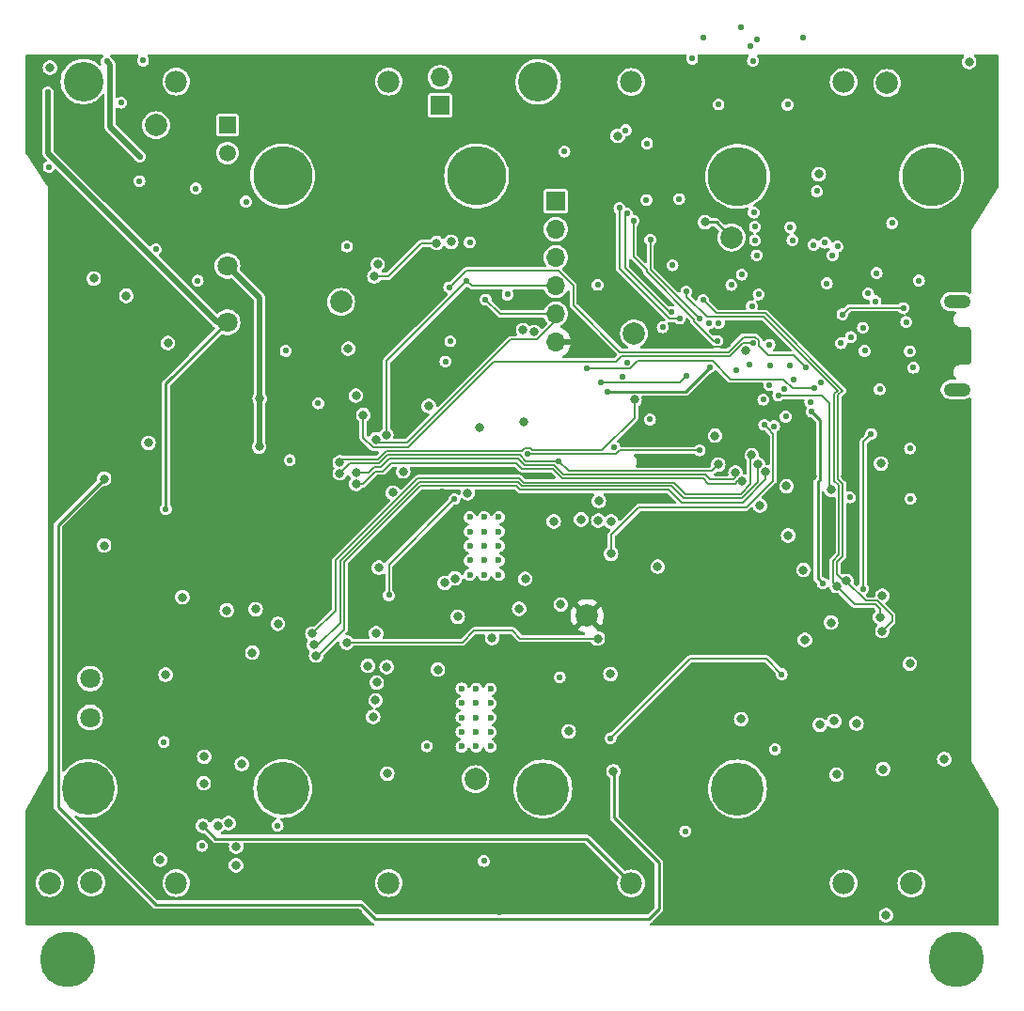
<source format=gbr>
%TF.GenerationSoftware,KiCad,Pcbnew,8.0.2-1*%
%TF.CreationDate,2024-07-17T00:17:58-07:00*%
%TF.ProjectId,battery_board_v3c,62617474-6572-4795-9f62-6f6172645f76,rev?*%
%TF.SameCoordinates,Original*%
%TF.FileFunction,Copper,L2,Inr*%
%TF.FilePolarity,Positive*%
%FSLAX46Y46*%
G04 Gerber Fmt 4.6, Leading zero omitted, Abs format (unit mm)*
G04 Created by KiCad (PCBNEW 8.0.2-1) date 2024-07-17 00:17:58*
%MOMM*%
%LPD*%
G01*
G04 APERTURE LIST*
%TA.AperFunction,ComponentPad*%
%ADD10C,5.000000*%
%TD*%
%TA.AperFunction,ComponentPad*%
%ADD11C,2.000000*%
%TD*%
%TA.AperFunction,ComponentPad*%
%ADD12R,1.700000X1.700000*%
%TD*%
%TA.AperFunction,ComponentPad*%
%ADD13O,1.700000X1.700000*%
%TD*%
%TA.AperFunction,ComponentPad*%
%ADD14C,1.800000*%
%TD*%
%TA.AperFunction,ComponentPad*%
%ADD15C,0.600000*%
%TD*%
%TA.AperFunction,ComponentPad*%
%ADD16O,2.416000X1.208000*%
%TD*%
%TA.AperFunction,ComponentPad*%
%ADD17R,1.508000X1.508000*%
%TD*%
%TA.AperFunction,ComponentPad*%
%ADD18C,1.508000*%
%TD*%
%TA.AperFunction,ComponentPad*%
%ADD19C,4.770000*%
%TD*%
%TA.AperFunction,ComponentPad*%
%ADD20C,5.325000*%
%TD*%
%TA.AperFunction,ComponentPad*%
%ADD21C,3.570000*%
%TD*%
%TA.AperFunction,ComponentPad*%
%ADD22C,1.980000*%
%TD*%
%TA.AperFunction,ViaPad*%
%ADD23C,0.560000*%
%TD*%
%TA.AperFunction,ViaPad*%
%ADD24C,0.800000*%
%TD*%
%TA.AperFunction,Conductor*%
%ADD25C,0.127000*%
%TD*%
%TA.AperFunction,Conductor*%
%ADD26C,0.152400*%
%TD*%
%TA.AperFunction,Conductor*%
%ADD27C,0.250000*%
%TD*%
%TA.AperFunction,Conductor*%
%ADD28C,0.500000*%
%TD*%
G04 APERTURE END LIST*
D10*
%TO.N,Chassis Ground*%
%TO.C,*%
X194500000Y-131530000D03*
%TD*%
D11*
%TO.N,VBUSP*%
%TO.C,TP6*%
X122428000Y-56388000D03*
%TD*%
%TO.N,+3V3*%
%TO.C,TP1*%
X161250000Y-100590000D03*
%TD*%
%TO.N,B-*%
%TO.C,TP2*%
X116620000Y-124620000D03*
%TD*%
D12*
%TO.N,GND*%
%TO.C,J25*%
X158440000Y-63220000D03*
D13*
%TO.N,FC_RX*%
X158440000Y-65760000D03*
%TO.N,FC_TX*%
X158440000Y-68300000D03*
%TO.N,SCL1*%
X158440000Y-70840000D03*
%TO.N,SDA1*%
X158440000Y-73380000D03*
%TO.N,+3V3*%
X158440000Y-75920000D03*
%TD*%
D14*
%TO.N,Net-(J18-Pin_1)*%
%TO.C,J18*%
X116500000Y-109750000D03*
%TO.N,Net-(J18-Pin_2)*%
X116500000Y-106250000D03*
%TD*%
D15*
%TO.N,GND*%
%TO.C,U3*%
X150677500Y-91700000D03*
X150677500Y-93000000D03*
X150677500Y-94300000D03*
X150677500Y-95600000D03*
X150677500Y-96900000D03*
X151977500Y-91700000D03*
X151977500Y-93000000D03*
X151977500Y-94300000D03*
X151977500Y-95600000D03*
X151977500Y-96900000D03*
X153277500Y-91700000D03*
X153277500Y-93000000D03*
X153277500Y-94300000D03*
X153277500Y-95600000D03*
X153277500Y-96900000D03*
%TD*%
D12*
%TO.N,VBUSP*%
%TO.C,J1*%
X147990000Y-54600000D03*
D13*
%TO.N,VBatt*%
X147990000Y-52060000D03*
%TD*%
D11*
%TO.N,+5V*%
%TO.C,TP9*%
X151200000Y-115300000D03*
%TD*%
%TO.N,USBBOOT*%
%TO.C,TP8*%
X165470000Y-75160000D03*
%TD*%
%TO.N,PACK+*%
%TO.C,TP5*%
X188260000Y-52580000D03*
%TD*%
D16*
%TO.N,GND*%
%TO.C,J24*%
X194550000Y-80197500D03*
%TO.N,N/C*%
X194550000Y-72297500D03*
%TD*%
D15*
%TO.N,GND*%
%TO.C,U5*%
X149950000Y-107150000D03*
X149950000Y-108450000D03*
X149950000Y-109750000D03*
X149950000Y-111050000D03*
X149950000Y-112350000D03*
X151250000Y-107150000D03*
X151250000Y-108450000D03*
X151250000Y-109750000D03*
X151250000Y-111050000D03*
X151250000Y-112350000D03*
X152550000Y-107150000D03*
X152550000Y-108450000D03*
X152550000Y-109750000D03*
X152550000Y-111050000D03*
X152550000Y-112350000D03*
%TD*%
D11*
%TO.N,Net-(U11-RESET)*%
%TO.C,TP7*%
X174250000Y-66500000D03*
%TD*%
D17*
%TO.N,VBUSP*%
%TO.C,K1*%
X128862500Y-56350000D03*
D18*
%TO.N,Net-(D1-A)*%
X128862500Y-58890000D03*
D14*
%TO.N,PACK+*%
X128862500Y-74130000D03*
%TO.N,Net-(K1-PadNO)*%
X128862500Y-69050000D03*
%TD*%
D11*
%TO.N,Net-(IC5-EVI)*%
%TO.C,TP10*%
X139100000Y-72300000D03*
%TD*%
D10*
%TO.N,Chassis Ground*%
%TO.C,*%
X114500000Y-131530000D03*
%TD*%
D11*
%TO.N,GND*%
%TO.C,TP4*%
X112860000Y-124670000D03*
%TD*%
%TO.N,BM*%
%TO.C,TP3*%
X190450000Y-124720000D03*
%TD*%
D19*
%TO.N,unconnected-(U2-Pad1)*%
%TO.C,U2*%
X133828500Y-116160000D03*
%TO.N,unconnected-(U2-Pad2)*%
X116298500Y-116160000D03*
D20*
%TO.N,unconnected-(U2-Pad3)*%
X133828500Y-60960000D03*
%TO.N,unconnected-(U2-Pad4)*%
X151298500Y-60960000D03*
D21*
%TO.N,unconnected-(U2-Pad5)*%
X115878500Y-52450000D03*
D22*
%TO.N,B-*%
X124248500Y-124670000D03*
X143378500Y-124670000D03*
%TO.N,BM*%
X124248500Y-52450000D03*
X143378500Y-52450000D03*
%TD*%
D19*
%TO.N,unconnected-(U4-Pad1)*%
%TO.C,U4*%
X174790000Y-116180000D03*
%TO.N,unconnected-(U4-Pad2)*%
X157260000Y-116180000D03*
D20*
%TO.N,unconnected-(U4-Pad3)*%
X174790000Y-60980000D03*
%TO.N,unconnected-(U4-Pad4)*%
X192260000Y-60980000D03*
D21*
%TO.N,unconnected-(U4-Pad5)*%
X156840000Y-52470000D03*
D22*
%TO.N,BM*%
X165210000Y-124690000D03*
X184340000Y-124690000D03*
%TO.N,PACK+*%
X165210000Y-52470000D03*
X184340000Y-52470000D03*
%TD*%
D23*
%TO.N,+3V3*%
X184380000Y-83400000D03*
%TO.N,CAN_INT*%
X179844313Y-79344313D03*
%TO.N,+3V3*%
X167966343Y-76242618D03*
X165600000Y-69200000D03*
X168205000Y-67595000D03*
%TO.N,GND*%
X188700000Y-65200000D03*
%TO.N,+3V3*%
X194600000Y-65300000D03*
%TO.N,CAN_INT*%
X173100000Y-74203500D03*
%TO.N,RTC_INT*%
X148826790Y-71004284D03*
X180970000Y-78230000D03*
D24*
%TO.N,GND*%
X182100000Y-60800000D03*
X183700000Y-114900000D03*
X187900000Y-114400000D03*
%TO.N,SCL0*%
X182200000Y-110400000D03*
X185500000Y-110300000D03*
%TO.N,+3V3*%
X180800000Y-114000000D03*
%TO.N,GND*%
X193400000Y-113500000D03*
%TO.N,+3V3*%
X190400000Y-103400000D03*
X189300000Y-99100000D03*
X185400000Y-105200000D03*
X153201516Y-71588324D03*
%TO.N,SCL1*%
X143157500Y-84325000D03*
%TO.N,SDA1*%
X142217646Y-84703754D03*
%TO.N,+3V3*%
X127200000Y-92250000D03*
%TO.N,GND*%
X179200000Y-88900000D03*
X176800000Y-90649087D03*
%TO.N,+3V3*%
X168600000Y-93450000D03*
%TO.N,V_RF*%
X160700000Y-91900000D03*
X144685000Y-87576058D03*
D23*
%TO.N,+3V3*%
X175090000Y-47540000D03*
D24*
X183000000Y-93400000D03*
D23*
X180550000Y-82100000D03*
X136940000Y-121950000D03*
D24*
X184500000Y-88000000D03*
D23*
X176050000Y-79940000D03*
X167820000Y-81750000D03*
X181990000Y-74680000D03*
X183791911Y-78590089D03*
X170860000Y-64460000D03*
X153300000Y-127280000D03*
D24*
X171200000Y-120450000D03*
D23*
X125590000Y-127610000D03*
D24*
X172600000Y-119050000D03*
X127162500Y-96950000D03*
X136500000Y-105600000D03*
D23*
X140700000Y-127300000D03*
X174070000Y-75080000D03*
X177620000Y-72830000D03*
X181660000Y-50470000D03*
D24*
X181500000Y-88000000D03*
D23*
X148200000Y-89410000D03*
X145080000Y-123510000D03*
D24*
X127200000Y-90700000D03*
X143500000Y-70800000D03*
D23*
X187860000Y-78020000D03*
D24*
X159980000Y-124430000D03*
D23*
X141224000Y-81534000D03*
D24*
X185828207Y-84173793D03*
%TO.N,VBUSP*%
X151570000Y-83600000D03*
X158870000Y-99560000D03*
X116820000Y-70200000D03*
X158241250Y-92078750D03*
X152690000Y-102595000D03*
%TO.N,Net-(U1-V-)*%
X127980000Y-119480000D03*
X129630000Y-123060000D03*
%TO.N,/VDD*%
X129647359Y-121389500D03*
X128957916Y-119273398D03*
%TO.N,GND*%
X155540000Y-83090000D03*
D23*
X176180000Y-50570000D03*
D24*
X183500000Y-110080000D03*
X195640000Y-50680000D03*
X128800000Y-100100000D03*
X143250000Y-114800000D03*
D23*
X179470000Y-78000000D03*
X177660000Y-79810000D03*
X166630000Y-58030000D03*
D24*
X149000000Y-66900000D03*
D23*
X137030000Y-81440000D03*
D24*
X142300000Y-106600000D03*
X112880000Y-51200000D03*
D23*
X134110000Y-76710000D03*
D24*
X148430000Y-97630000D03*
D23*
X191110000Y-70380000D03*
X190320000Y-85510000D03*
D24*
X142384375Y-68917649D03*
D23*
X170700000Y-50380000D03*
D24*
X183200000Y-101200000D03*
X188160000Y-127570000D03*
D23*
X173070000Y-54500000D03*
X168040000Y-74580000D03*
D24*
X121750000Y-85000000D03*
D23*
X126170000Y-70390000D03*
D24*
X143200000Y-105200000D03*
D23*
X177690000Y-78030000D03*
D24*
X149600000Y-100680000D03*
X141970000Y-109690000D03*
X119750000Y-71750000D03*
D23*
X134460000Y-86570000D03*
D24*
X124802500Y-98907501D03*
D23*
X176520000Y-68100000D03*
X163680000Y-85370000D03*
X158770000Y-106120000D03*
D24*
X142500000Y-96250000D03*
X133400000Y-101300000D03*
D23*
X166580000Y-63120000D03*
D24*
X162250000Y-92000000D03*
X141500000Y-105100000D03*
D23*
X190630000Y-78230000D03*
D24*
X155120000Y-99950000D03*
D23*
X122410000Y-67560000D03*
D24*
X146990000Y-81690000D03*
X150500000Y-89530000D03*
X187827416Y-98772584D03*
X175110000Y-109910000D03*
X142200000Y-108200000D03*
D23*
X164830000Y-77770000D03*
D24*
X123300000Y-105900000D03*
X123500000Y-76000000D03*
D23*
X159190000Y-58750000D03*
X172200000Y-74250000D03*
D24*
X190300000Y-104900000D03*
X143750000Y-89500000D03*
D23*
X120930000Y-61410000D03*
D24*
X172761714Y-84361714D03*
D23*
X154080000Y-71640000D03*
X177660000Y-76150000D03*
X150670000Y-66940000D03*
X187590000Y-80180000D03*
X179290000Y-54530000D03*
D24*
X117750000Y-94250000D03*
D23*
X175850000Y-77980000D03*
X119280000Y-54350000D03*
X184912000Y-89916000D03*
X151940000Y-122680000D03*
X170080000Y-120000000D03*
X182830000Y-70630000D03*
D24*
%TO.N,USBBOOT*%
X138975000Y-86750000D03*
X165523330Y-81114999D03*
%TO.N,AVDD*%
X131100000Y-103900000D03*
X131400000Y-99990200D03*
%TO.N,VBatt*%
X167600000Y-96170000D03*
D23*
%TO.N,CANL*%
X176518928Y-48625500D03*
X171700000Y-48470000D03*
%TO.N,CANH*%
X180700000Y-48480000D03*
X175910000Y-49240000D03*
D24*
%TO.N,FC_RESET*%
X175514000Y-76711645D03*
X187706000Y-86868000D03*
D23*
%TO.N,5V_enable*%
X186090000Y-98150000D03*
X146810000Y-112340000D03*
X178765000Y-105850000D03*
X186810000Y-84200000D03*
X163350000Y-111630000D03*
X182270000Y-79530000D03*
%TO.N,BURN_RELAY_A*%
X148930000Y-75840000D03*
X170160000Y-79000000D03*
X162490000Y-79530000D03*
D24*
%TO.N,Net-(K1-PadNO)*%
X131760000Y-80990000D03*
X131712500Y-85350000D03*
%TO.N,PACK-*%
X130150000Y-113950000D03*
X122810000Y-122570000D03*
D23*
X133370000Y-119490000D03*
%TO.N,ENAB_HEATER*%
X155870000Y-86020000D03*
X171380000Y-85680000D03*
X179028959Y-80158959D03*
D24*
X140425000Y-80750000D03*
%TO.N,SCL0*%
X184594429Y-97452786D03*
X187825000Y-101962653D03*
D23*
X171704000Y-72136000D03*
%TO.N,SDA0*%
X170180000Y-71374000D03*
D24*
X183700000Y-97900000D03*
X187600000Y-100700000D03*
D23*
%TO.N,FC_RX*%
X176680000Y-71620000D03*
%TO.N,/NEOPIX*%
X181332211Y-81330492D03*
X187300000Y-69700000D03*
D24*
%TO.N,/3V3_EN*%
X155670000Y-97260000D03*
X149350000Y-97220000D03*
D23*
%TO.N,SDA1*%
X175170000Y-69840000D03*
X152106949Y-72093051D03*
%TO.N,SCL1*%
X174220000Y-70770000D03*
X150406949Y-70393051D03*
X162190000Y-70760000D03*
D24*
%TO.N,BM*%
X126627675Y-119502325D03*
D23*
%TO.N,PACK+*%
X126579499Y-121318079D03*
X112690000Y-53430000D03*
X123120000Y-111970000D03*
D24*
X155480000Y-74840000D03*
D23*
X123310000Y-90960000D03*
D24*
X180720000Y-96450000D03*
X179350000Y-93350000D03*
X180850000Y-102750000D03*
D23*
%TO.N,SPI0_MISO*%
X165410000Y-64980000D03*
X172968641Y-75821358D03*
%TO.N,SPI0_CS0*%
X171394995Y-73802805D03*
X166930000Y-66690000D03*
%TO.N,ENAB_BURN*%
X176170000Y-76000000D03*
D24*
X141088500Y-82500000D03*
D23*
%TO.N,VBUS_RESET*%
X149290000Y-90060000D03*
X143390000Y-98730000D03*
X174700000Y-78480000D03*
X166910000Y-82900000D03*
%TO.N,SPI0_SCK*%
X169577360Y-73802640D03*
X164150000Y-63850000D03*
%TO.N,SPI0_MOSI*%
X164840000Y-64360000D03*
X168843959Y-73216041D03*
%TO.N,Net-(Q10-G)*%
X117990000Y-50630000D03*
X120980000Y-59210000D03*
%TO.N,Net-(Q10-D)*%
X121250000Y-50550000D03*
X112780000Y-60130000D03*
%TO.N,Jetson*%
X130520000Y-63260000D03*
X161210000Y-78310000D03*
X126010000Y-62080000D03*
X139620000Y-67310000D03*
X148490000Y-77670000D03*
X181715264Y-80107346D03*
D24*
%TO.N,~{RESET}*%
X173046169Y-86963839D03*
D23*
X158690000Y-86670000D03*
X177106041Y-81103959D03*
D24*
X138975000Y-87750000D03*
%TO.N,SWDIO*%
X162300000Y-90236500D03*
X163400000Y-92100000D03*
%TO.N,SPI1_MISO*%
X176063500Y-86100000D03*
X136500000Y-102200000D03*
D23*
%TO.N,ENAB_RF*%
X163060000Y-80390000D03*
X172284496Y-78195504D03*
%TO.N,CHRG'*%
X182460000Y-97660000D03*
X178160000Y-112610000D03*
X181460000Y-82190000D03*
D24*
%TO.N,SPI1_CS0*%
X163400000Y-95000000D03*
X162200000Y-102641500D03*
X139600000Y-103000000D03*
D23*
X177190000Y-83370000D03*
D24*
%TO.N,SPI1_SCK*%
X136836897Y-104169366D03*
X177332835Y-87632349D03*
%TO.N,SPI1_MOSI*%
X136624035Y-103192281D03*
D23*
X178083959Y-83496041D03*
D24*
X176620475Y-86930532D03*
D23*
X179120000Y-82640000D03*
%TO.N,D0*%
X190360000Y-90030000D03*
X178453959Y-80733959D03*
D24*
X183250000Y-89250000D03*
D23*
%TO.N,USB_D-*%
X184100000Y-76020000D03*
X186078104Y-74618440D03*
%TO.N,USB_D+*%
X186240000Y-76720000D03*
X184990000Y-75470000D03*
%TO.N,/QSPI_SCK*%
X183777858Y-67297858D03*
X182667364Y-66957367D03*
%TO.N,/QSPI_DATA[0]*%
X181640000Y-67160000D03*
X183350000Y-68090000D03*
%TO.N,/QSPI_DATA[2]*%
X179740000Y-66740000D03*
X176360000Y-66770000D03*
%TO.N,/QSPI_DATA[1]*%
X176360000Y-65530000D03*
X179530000Y-65570000D03*
D24*
%TO.N,+5V*%
X159580000Y-111000000D03*
X147800000Y-105430000D03*
X139738787Y-76502656D03*
X142250000Y-102170000D03*
X164007823Y-57346070D03*
X156464795Y-75010832D03*
D23*
%TO.N,VBUS*%
X189720000Y-72840000D03*
X184230000Y-73430000D03*
D24*
%TO.N,Net-(Q1-G)*%
X126760000Y-113280000D03*
X126720000Y-115670000D03*
D23*
%TO.N,Net-(D8-PadA)*%
X176250000Y-64250000D03*
X164470000Y-79010000D03*
X181930000Y-62320000D03*
X168930000Y-69000000D03*
D24*
%TO.N,V_BACKUP*%
X147700000Y-67000000D03*
X142100000Y-70000000D03*
D23*
%TO.N,TXCAN*%
X164720000Y-56830000D03*
X169530000Y-63020000D03*
%TO.N,D-*%
X189980000Y-74110000D03*
X186550000Y-71550000D03*
D24*
X140425000Y-87700000D03*
X174600000Y-87700000D03*
D23*
%TO.N,D+*%
X190300000Y-76740000D03*
D24*
X175217610Y-88486488D03*
X140452090Y-88699635D03*
D23*
X187202437Y-72235437D03*
D24*
%TO.N,Net-(U11-RESET)*%
X171870834Y-65120834D03*
D23*
%TO.N,FC_TX*%
X176073000Y-72680000D03*
D24*
%TO.N,Dir_Chrg_In*%
X163350000Y-105833959D03*
X117750000Y-88250000D03*
X163610000Y-114600000D03*
D23*
%TO.N,+3V3*%
X168000000Y-69100000D03*
%TD*%
D25*
%TO.N,Jetson*%
X181715264Y-80107346D02*
X181707918Y-80100000D01*
X179738626Y-80100000D02*
X178905126Y-79266500D01*
X181707918Y-80100000D02*
X179738626Y-80100000D01*
X178905126Y-79266500D02*
X174166500Y-79266500D01*
X172552004Y-77652004D02*
X165757996Y-77652004D01*
X174166500Y-79266500D02*
X172552004Y-77652004D01*
X165757996Y-77652004D02*
X165090000Y-78320000D01*
X165090000Y-78320000D02*
X161220000Y-78320000D01*
X161220000Y-78320000D02*
X161210000Y-78310000D01*
%TO.N,RTC_INT*%
X180970000Y-78230000D02*
X179840000Y-77100000D01*
X177588374Y-77100000D02*
X176713500Y-76225126D01*
X176713500Y-76225126D02*
X176713500Y-75774874D01*
X150331074Y-69500000D02*
X148826790Y-71004284D01*
X160000000Y-70825273D02*
X158674727Y-69500000D01*
X176713500Y-75774874D02*
X176395126Y-75456500D01*
X179840000Y-77100000D02*
X177588374Y-77100000D01*
X176395126Y-75456500D02*
X175313092Y-75456500D01*
X175313092Y-75456500D02*
X173959292Y-76810300D01*
X173959292Y-76810300D02*
X164210300Y-76810300D01*
X164210300Y-76810300D02*
X160000000Y-72600000D01*
X160000000Y-72600000D02*
X160000000Y-70825273D01*
X158674727Y-69500000D02*
X150331074Y-69500000D01*
%TO.N,SPI1_CS0*%
X175579401Y-90800000D02*
X177939701Y-88439701D01*
X177190000Y-83370000D02*
X177540459Y-83720459D01*
X177540459Y-83720459D02*
X177540459Y-83721167D01*
X177540459Y-83721167D02*
X177996335Y-84177043D01*
X177996335Y-88383067D02*
X177939701Y-88439701D01*
X177996335Y-84177043D02*
X177996335Y-88383067D01*
%TO.N,+3V3*%
X168088583Y-76364858D02*
X167966343Y-76242618D01*
X174070000Y-76230000D02*
X173935142Y-76364858D01*
X173935142Y-76364858D02*
X168088583Y-76364858D01*
X174070000Y-75080000D02*
X174070000Y-76230000D01*
%TO.N,SPI0_MISO*%
X166603000Y-69603000D02*
X170851495Y-73851495D01*
X165410000Y-68208926D02*
X166603000Y-69401926D01*
X165410000Y-64980000D02*
X165410000Y-68208926D01*
X166603000Y-69401926D02*
X166603000Y-69603000D01*
X170851495Y-73851495D02*
X170851495Y-74027931D01*
X170851495Y-74027931D02*
X172644922Y-75821358D01*
X172644922Y-75821358D02*
X172968641Y-75821358D01*
%TO.N,SPI0_MOSI*%
X168843959Y-73216041D02*
X168686041Y-73216041D01*
X168686041Y-73216041D02*
X164700000Y-69230000D01*
X164700000Y-69230000D02*
X164700000Y-64500000D01*
X164700000Y-64500000D02*
X164840000Y-64360000D01*
D26*
%TO.N,ENAB_BURN*%
X176170000Y-76000000D02*
X175269353Y-76000000D01*
X152850000Y-77700000D02*
X145152400Y-85397600D01*
X174119353Y-77150000D02*
X164350000Y-77150000D01*
X175269353Y-76000000D02*
X174119353Y-77150000D01*
X164350000Y-77150000D02*
X163800000Y-77700000D01*
X163800000Y-77700000D02*
X152850000Y-77700000D01*
X145152400Y-85397600D02*
X141955199Y-85397600D01*
X141955199Y-85397600D02*
X141088500Y-84530901D01*
X141088500Y-84530901D02*
X141088500Y-82500000D01*
D25*
%TO.N,SDA1*%
X152106949Y-72093051D02*
X153393898Y-73380000D01*
X153393898Y-73380000D02*
X158440000Y-73380000D01*
D26*
%TO.N,SCL1*%
X143157500Y-84325000D02*
X143157500Y-77642500D01*
X143157500Y-77642500D02*
X150406949Y-70393051D01*
%TO.N,SDA1*%
X142217646Y-84703754D02*
X142515092Y-85001200D01*
X142515092Y-85001200D02*
X145050431Y-85001200D01*
X145050431Y-85001200D02*
X154351631Y-75700000D01*
X154351631Y-75700000D02*
X156731919Y-75700000D01*
X156731919Y-75700000D02*
X158440000Y-73991919D01*
X158440000Y-73991919D02*
X158440000Y-73380000D01*
D25*
%TO.N,D+*%
X171684920Y-88201500D02*
X172171920Y-88688500D01*
X154868976Y-86819100D02*
X155386576Y-87336700D01*
X174578080Y-88688500D02*
X174780092Y-88486488D01*
X155386576Y-87336700D02*
X158125626Y-87336700D01*
X143579393Y-86819100D02*
X154868976Y-86819100D01*
X158125626Y-87336700D02*
X158990426Y-88201500D01*
X140452090Y-88699635D02*
X141066945Y-88699635D01*
X172171920Y-88688500D02*
X174578080Y-88688500D01*
X141066945Y-88699635D02*
X142191300Y-87575280D01*
X142823213Y-87575280D02*
X143579393Y-86819100D01*
X142191300Y-87575280D02*
X142823213Y-87575280D01*
X174780092Y-88486488D02*
X175217610Y-88486488D01*
X158990426Y-88201500D02*
X171684920Y-88201500D01*
%TO.N,D-*%
X140425000Y-87700000D02*
X141533420Y-87700000D01*
X174421920Y-88311500D02*
X174600000Y-88133420D01*
X141533420Y-87700000D02*
X142035120Y-87198300D01*
X142035120Y-87198300D02*
X142667063Y-87198300D01*
X142667063Y-87198300D02*
X143423263Y-86442100D01*
X155592706Y-87009700D02*
X158261074Y-87009700D01*
X143423263Y-86442100D02*
X155025106Y-86442100D01*
X172328080Y-88311500D02*
X174421920Y-88311500D01*
X155025106Y-86442100D02*
X155592706Y-87009700D01*
X158261074Y-87009700D02*
X159125874Y-87874500D01*
X159125874Y-87874500D02*
X171891080Y-87874500D01*
X171891080Y-87874500D02*
X172328080Y-88311500D01*
X174600000Y-88133420D02*
X174600000Y-87700000D01*
D27*
%TO.N,+3V3*%
X127200000Y-90700000D02*
X127200000Y-92250000D01*
D25*
%TO.N,SPI1_CS0*%
X163400000Y-95000000D02*
X163400000Y-93300000D01*
X163400000Y-93300000D02*
X165900000Y-90800000D01*
X165900000Y-90800000D02*
X175579401Y-90800000D01*
%TO.N,SPI1_MISO*%
X136500000Y-102200000D02*
X138588331Y-100111669D01*
X175100000Y-89600000D02*
X175956975Y-88743025D01*
X155124896Y-88200000D02*
X155503376Y-88578480D01*
X175956975Y-86206525D02*
X176063500Y-86100000D01*
X138588331Y-100111669D02*
X138588331Y-95600000D01*
X138588331Y-95600000D02*
X145988331Y-88200000D01*
X155503376Y-88578480D02*
X169078480Y-88578480D01*
X145988331Y-88200000D02*
X155124896Y-88200000D01*
X169078480Y-88578480D02*
X170100000Y-89600000D01*
X170100000Y-89600000D02*
X175100000Y-89600000D01*
X175956975Y-88743025D02*
X175956975Y-86206525D01*
%TO.N,SPI1_MOSI*%
X137012037Y-103192281D02*
X139000000Y-101204318D01*
X155367928Y-88905480D02*
X168805480Y-88905480D01*
X175162448Y-90000000D02*
X176620475Y-88541973D01*
X176620475Y-88541973D02*
X176620475Y-86930532D01*
X139000000Y-95650779D02*
X146123779Y-88527000D01*
X139000000Y-101204318D02*
X139000000Y-95650779D01*
X136624035Y-103192281D02*
X137012037Y-103192281D01*
X146123779Y-88527000D02*
X154989448Y-88527000D01*
X154989448Y-88527000D02*
X155367928Y-88905480D01*
X168805480Y-88905480D02*
X169900000Y-90000000D01*
X169900000Y-90000000D02*
X175162448Y-90000000D01*
%TO.N,SPI1_SCK*%
X136836897Y-104169366D02*
X137030634Y-104169366D01*
X146246727Y-88866500D02*
X154866500Y-88866500D01*
X154866500Y-88866500D02*
X155232480Y-89232480D01*
X177332835Y-88292061D02*
X177332835Y-87632349D01*
X139406613Y-95706614D02*
X146246727Y-88866500D01*
X139406613Y-101793387D02*
X139406613Y-95706614D01*
X137030634Y-104169366D02*
X139406613Y-101793387D01*
X155232480Y-89232480D02*
X168600000Y-89232480D01*
X175224896Y-90400000D02*
X177332835Y-88292061D01*
X168600000Y-89232480D02*
X169767520Y-90400000D01*
X169767520Y-90400000D02*
X175224896Y-90400000D01*
D26*
%TO.N,USBBOOT*%
X162583114Y-85680300D02*
X165523330Y-82740084D01*
X143136586Y-85750000D02*
X155353414Y-85750000D01*
X165523330Y-82740084D02*
X165523330Y-81114999D01*
X139218800Y-86506200D02*
X142380386Y-86506200D01*
X142380386Y-86506200D02*
X143136586Y-85750000D01*
X156316886Y-85680300D02*
X162583114Y-85680300D01*
X156100386Y-85463800D02*
X156316886Y-85680300D01*
X138975000Y-86750000D02*
X139218800Y-86506200D01*
X155639614Y-85463800D02*
X156100386Y-85463800D01*
X155353414Y-85750000D02*
X155639614Y-85463800D01*
%TO.N,5V_enable*%
X177345000Y-104430000D02*
X170550000Y-104430000D01*
X186090000Y-84920000D02*
X186090000Y-98150000D01*
X170550000Y-104430000D02*
X163350000Y-111630000D01*
X186810000Y-84200000D02*
X186090000Y-84920000D01*
X178765000Y-105850000D02*
X177345000Y-104430000D01*
D25*
%TO.N,BURN_RELAY_A*%
X170160000Y-79000000D02*
X169606500Y-79553500D01*
X169606500Y-79553500D02*
X162513500Y-79553500D01*
X162513500Y-79553500D02*
X162490000Y-79530000D01*
D28*
%TO.N,Net-(K1-PadNO)*%
X131760000Y-71947500D02*
X131760000Y-80990000D01*
X131760000Y-80990000D02*
X131760000Y-85302500D01*
X131760000Y-85302500D02*
X131712500Y-85350000D01*
X128862500Y-69050000D02*
X131760000Y-71947500D01*
D25*
%TO.N,ENAB_HEATER*%
X171380000Y-85680000D02*
X164138626Y-85680000D01*
X163798626Y-86020000D02*
X155870000Y-86020000D01*
X164138626Y-85680000D02*
X163798626Y-86020000D01*
%TO.N,SCL0*%
X172901000Y-73333000D02*
X171704000Y-72136000D01*
X183836500Y-80692426D02*
X184250000Y-80278926D01*
X186341000Y-99241000D02*
X187357500Y-99241000D01*
X184250000Y-80278926D02*
X177304074Y-73333000D01*
X187357500Y-99241000D02*
X188700500Y-100584000D01*
X188700500Y-100584000D02*
X188700500Y-101087153D01*
X184250000Y-88688331D02*
X183836500Y-88274831D01*
X183715000Y-96815000D02*
X183715000Y-95758000D01*
X184250000Y-95223000D02*
X184250000Y-88688331D01*
X184594429Y-97494429D02*
X186341000Y-99241000D01*
X188700500Y-101087153D02*
X187825000Y-101962653D01*
X183715000Y-95758000D02*
X184250000Y-95223000D01*
X183836500Y-88274831D02*
X183836500Y-80692426D01*
X177304074Y-73333000D02*
X172901000Y-73333000D01*
X183715000Y-96815000D02*
X184352786Y-97452786D01*
X184594429Y-97452786D02*
X184594429Y-97494429D01*
X184352786Y-97452786D02*
X184594429Y-97452786D01*
%TO.N,SDA0*%
X172020816Y-73660000D02*
X170180000Y-71819184D01*
X185368000Y-99568000D02*
X183700000Y-97900000D01*
X183388000Y-97188000D02*
X183388000Y-97588000D01*
X183787552Y-80278926D02*
X177168626Y-73660000D01*
X183388000Y-97588000D02*
X183700000Y-97900000D01*
X183509500Y-88410279D02*
X183509500Y-80556978D01*
X187600000Y-100700000D02*
X187600000Y-99970000D01*
X183923000Y-95087552D02*
X183923000Y-88823779D01*
X183388000Y-97188000D02*
X183388000Y-95622552D01*
X170180000Y-71819184D02*
X170180000Y-71374000D01*
X183923000Y-88823779D02*
X183509500Y-88410279D01*
X187600000Y-99970000D02*
X187198000Y-99568000D01*
X183388000Y-95622552D02*
X183923000Y-95087552D01*
X183509500Y-80556978D02*
X183787552Y-80278926D01*
X187198000Y-99568000D02*
X185368000Y-99568000D01*
X177168626Y-73660000D02*
X172020816Y-73660000D01*
%TO.N,SCL1*%
X150853898Y-70840000D02*
X158440000Y-70840000D01*
X150406949Y-70393051D02*
X150853898Y-70840000D01*
D27*
%TO.N,BM*%
X126627675Y-119502325D02*
X127789850Y-120664500D01*
X161184500Y-120664500D02*
X165210000Y-124690000D01*
X127789850Y-120664500D02*
X161184500Y-120664500D01*
%TO.N,PACK+*%
X123310000Y-79682500D02*
X128862500Y-74130000D01*
D28*
X112690000Y-58872376D02*
X127947624Y-74130000D01*
X112690000Y-53430000D02*
X112690000Y-58872376D01*
X127947624Y-74130000D02*
X128862500Y-74130000D01*
D27*
X123310000Y-90960000D02*
X123310000Y-79682500D01*
D25*
%TO.N,SPI0_CS0*%
X166930000Y-69390000D02*
X166930000Y-66690000D01*
X171342805Y-73802805D02*
X166930000Y-69390000D01*
X171394995Y-73802805D02*
X171342805Y-73802805D01*
%TO.N,VBUS_RESET*%
X143390000Y-95960000D02*
X143390000Y-98730000D01*
X149290000Y-90060000D02*
X143390000Y-95960000D01*
%TO.N,SPI0_SCK*%
X169577360Y-73802640D02*
X168662640Y-73802640D01*
X164150000Y-69290000D02*
X164150000Y-63850000D01*
X168662640Y-73802640D02*
X164150000Y-69290000D01*
D28*
%TO.N,Net-(Q10-G)*%
X118310000Y-50950000D02*
X117990000Y-50630000D01*
X120980000Y-59210000D02*
X118310000Y-56540000D01*
X118310000Y-56540000D02*
X118310000Y-50950000D01*
D26*
%TO.N,~{RESET}*%
X139866400Y-86858600D02*
X142526355Y-86858600D01*
X155165814Y-86102400D02*
X155733414Y-86670000D01*
X138975000Y-87750000D02*
X139866400Y-86858600D01*
D25*
X159567500Y-87547500D02*
X172462508Y-87547500D01*
X158690000Y-86670000D02*
X159567500Y-87547500D01*
X172462508Y-87547500D02*
X173046169Y-86963839D01*
D26*
X155733414Y-86670000D02*
X158690000Y-86670000D01*
X142526355Y-86858600D02*
X143282555Y-86102400D01*
X143282555Y-86102400D02*
X155165814Y-86102400D01*
D27*
%TO.N,ENAB_RF*%
X163060000Y-80390000D02*
X170130000Y-80390000D01*
X172284496Y-78235504D02*
X172284496Y-78195504D01*
X170130000Y-80390000D02*
X172284496Y-78235504D01*
%TO.N,CHRG'*%
X182000000Y-88525305D02*
X182225000Y-88300305D01*
X182000000Y-97200000D02*
X182000000Y-88525305D01*
X182225000Y-82955000D02*
X181460000Y-82190000D01*
X182225000Y-88300305D02*
X182225000Y-82955000D01*
X182460000Y-97660000D02*
X182000000Y-97200000D01*
D25*
%TO.N,SPI1_CS0*%
X139622000Y-102978000D02*
X150022000Y-102978000D01*
X139600000Y-103000000D02*
X139622000Y-102978000D01*
X155241500Y-102641500D02*
X162200000Y-102641500D01*
X151068500Y-101931500D02*
X154531500Y-101931500D01*
X150022000Y-102978000D02*
X151068500Y-101931500D01*
X154531500Y-101931500D02*
X155241500Y-102641500D01*
%TO.N,D0*%
X183061000Y-89061000D02*
X183250000Y-89250000D01*
X183061000Y-87500000D02*
X183061000Y-89061000D01*
X182342585Y-80733959D02*
X183061000Y-81452374D01*
X178453959Y-80733959D02*
X182342585Y-80733959D01*
X183061000Y-81452374D02*
X183061000Y-87500000D01*
%TO.N,VBUS*%
X184230000Y-73430000D02*
X184820000Y-72840000D01*
X184820000Y-72840000D02*
X189720000Y-72840000D01*
D26*
%TO.N,V_BACKUP*%
X146343708Y-67000000D02*
X143343708Y-70000000D01*
X143343708Y-70000000D02*
X142100000Y-70000000D01*
X147700000Y-67000000D02*
X146343708Y-67000000D01*
D27*
%TO.N,Net-(U11-RESET)*%
X172870834Y-65120834D02*
X174250000Y-66500000D01*
X171870834Y-65120834D02*
X172870834Y-65120834D01*
%TO.N,Dir_Chrg_In*%
X113588500Y-92411500D02*
X113588500Y-117788500D01*
X117750000Y-88250000D02*
X113588500Y-92411500D01*
X167700000Y-127000000D02*
X167700000Y-126300000D01*
X113588500Y-117788500D02*
X116300000Y-120500000D01*
X140855600Y-126600000D02*
X142155600Y-127900000D01*
X122400000Y-126600000D02*
X123300000Y-126600000D01*
X163700000Y-114690000D02*
X163610000Y-114600000D01*
X167700000Y-122800000D02*
X163700000Y-118800000D01*
X151500000Y-127900000D02*
X166800000Y-127900000D01*
X142155600Y-127900000D02*
X151500000Y-127900000D01*
X167700000Y-126300000D02*
X167700000Y-122800000D01*
X163700000Y-118800000D02*
X163700000Y-114900000D01*
X163700000Y-114900000D02*
X163700000Y-114690000D01*
X116300000Y-120500000D02*
X122400000Y-126600000D01*
X123300000Y-126600000D02*
X140855600Y-126600000D01*
X166800000Y-127900000D02*
X167700000Y-127000000D01*
%TD*%
%TA.AperFunction,Conductor*%
%TO.N,+3V3*%
G36*
X182588012Y-89392732D02*
G01*
X182623311Y-89443274D01*
X182666213Y-89556395D01*
X182756502Y-89687201D01*
X182875471Y-89792599D01*
X182875472Y-89792599D01*
X182875474Y-89792601D01*
X182946472Y-89829863D01*
X183016207Y-89866463D01*
X183170529Y-89904500D01*
X183170530Y-89904500D01*
X183329470Y-89904500D01*
X183329471Y-89904500D01*
X183329475Y-89904498D01*
X183329480Y-89904498D01*
X183448846Y-89875077D01*
X183519774Y-89878195D01*
X183577756Y-89919164D01*
X183604385Y-89984978D01*
X183605000Y-89997415D01*
X183605000Y-94903641D01*
X183584998Y-94971762D01*
X183568095Y-94992736D01*
X183133537Y-95427293D01*
X183133535Y-95427295D01*
X183091673Y-95499803D01*
X183091668Y-95499815D01*
X183079093Y-95546745D01*
X183079094Y-95546746D01*
X183070000Y-95580686D01*
X183070000Y-97205770D01*
X183049998Y-97273891D01*
X182996342Y-97320384D01*
X182926068Y-97330488D01*
X182861488Y-97300994D01*
X182844041Y-97282478D01*
X182841213Y-97278792D01*
X182729552Y-97193112D01*
X182599532Y-97139258D01*
X182499619Y-97126104D01*
X182434692Y-97097381D01*
X182426971Y-97090277D01*
X182416405Y-97079711D01*
X182382379Y-97017399D01*
X182379500Y-96990616D01*
X182379500Y-89487956D01*
X182399502Y-89419835D01*
X182453158Y-89373342D01*
X182523432Y-89363238D01*
X182588012Y-89392732D01*
G37*
%TD.AperFunction*%
%TA.AperFunction,Conductor*%
G36*
X150494481Y-70940810D02*
G01*
X150529878Y-70965700D01*
X150599435Y-71035257D01*
X150658641Y-71094463D01*
X150658642Y-71094464D01*
X150658644Y-71094465D01*
X150697073Y-71116652D01*
X150731155Y-71136329D01*
X150812033Y-71158000D01*
X150895763Y-71158000D01*
X153520626Y-71158000D01*
X153588747Y-71178002D01*
X153635240Y-71231658D01*
X153645344Y-71301932D01*
X153620589Y-71360703D01*
X153613113Y-71370445D01*
X153559258Y-71500467D01*
X153540888Y-71639999D01*
X153540888Y-71640000D01*
X153559258Y-71779532D01*
X153613112Y-71909552D01*
X153613114Y-71909555D01*
X153613115Y-71909556D01*
X153698790Y-72021210D01*
X153796135Y-72095905D01*
X153810447Y-72106887D01*
X153878040Y-72134884D01*
X153940468Y-72160742D01*
X154080000Y-72179112D01*
X154219532Y-72160742D01*
X154340988Y-72110434D01*
X154349552Y-72106887D01*
X154349552Y-72106886D01*
X154349556Y-72106885D01*
X154461210Y-72021210D01*
X154546885Y-71909556D01*
X154554635Y-71890847D01*
X154566977Y-71861049D01*
X154600742Y-71779532D01*
X154619112Y-71640000D01*
X154618812Y-71637725D01*
X154614849Y-71607623D01*
X154600742Y-71500468D01*
X154569042Y-71423936D01*
X154546886Y-71370445D01*
X154539411Y-71360703D01*
X154513811Y-71294482D01*
X154528076Y-71224934D01*
X154577678Y-71174138D01*
X154639374Y-71158000D01*
X157287322Y-71158000D01*
X157355443Y-71178002D01*
X157401936Y-71231658D01*
X157404815Y-71238487D01*
X157405669Y-71240693D01*
X157405672Y-71240701D01*
X157496912Y-71423935D01*
X157507726Y-71438255D01*
X157620266Y-71587284D01*
X157771536Y-71725185D01*
X157945566Y-71832940D01*
X157945568Y-71832940D01*
X157945573Y-71832944D01*
X158136444Y-71906888D01*
X158337653Y-71944500D01*
X158337655Y-71944500D01*
X158542345Y-71944500D01*
X158542347Y-71944500D01*
X158743556Y-71906888D01*
X158934427Y-71832944D01*
X159108462Y-71725186D01*
X159259732Y-71587285D01*
X159383088Y-71423935D01*
X159443210Y-71303193D01*
X159491478Y-71251132D01*
X159560233Y-71233429D01*
X159627643Y-71255708D01*
X159672307Y-71310895D01*
X159682000Y-71359358D01*
X159682000Y-72558135D01*
X159682000Y-72641865D01*
X159703671Y-72722744D01*
X159703672Y-72722746D01*
X159703673Y-72722748D01*
X159745535Y-72795256D01*
X159745537Y-72795258D01*
X163902203Y-76951923D01*
X163936229Y-77014235D01*
X163931164Y-77085050D01*
X163902204Y-77130113D01*
X163699925Y-77332395D01*
X163637613Y-77366420D01*
X163610829Y-77369300D01*
X159112747Y-77369300D01*
X159044626Y-77349298D01*
X158998133Y-77295642D01*
X158988029Y-77225368D01*
X159017523Y-77160788D01*
X159052777Y-77132486D01*
X159185303Y-77060766D01*
X159362902Y-76922534D01*
X159515325Y-76756958D01*
X159638419Y-76568548D01*
X159728820Y-76362456D01*
X159728823Y-76362449D01*
X159776544Y-76174000D01*
X158870703Y-76174000D01*
X158905925Y-76112993D01*
X158940000Y-75985826D01*
X158940000Y-75854174D01*
X158905925Y-75727007D01*
X158870703Y-75666000D01*
X159776544Y-75666000D01*
X159776544Y-75665999D01*
X159728823Y-75477550D01*
X159728820Y-75477543D01*
X159638419Y-75271451D01*
X159515325Y-75083041D01*
X159362902Y-74917465D01*
X159185301Y-74779232D01*
X159185300Y-74779231D01*
X158987371Y-74672117D01*
X158987369Y-74672116D01*
X158876195Y-74633951D01*
X158818260Y-74592914D01*
X158791708Y-74527069D01*
X158804969Y-74457322D01*
X158853834Y-74405817D01*
X158871581Y-74397290D01*
X158934427Y-74372944D01*
X159108462Y-74265186D01*
X159259732Y-74127285D01*
X159259735Y-74127282D01*
X159295947Y-74079328D01*
X159383088Y-73963935D01*
X159474328Y-73780701D01*
X159530345Y-73583821D01*
X159548252Y-73390578D01*
X159549232Y-73380004D01*
X159549232Y-73379995D01*
X159530345Y-73176180D01*
X159530345Y-73176179D01*
X159474328Y-72979299D01*
X159383088Y-72796065D01*
X159327719Y-72722744D01*
X159259733Y-72632715D01*
X159108463Y-72494814D01*
X158934433Y-72387059D01*
X158934428Y-72387057D01*
X158934427Y-72387056D01*
X158898441Y-72373115D01*
X158743559Y-72313113D01*
X158743560Y-72313113D01*
X158743557Y-72313112D01*
X158743556Y-72313112D01*
X158542347Y-72275500D01*
X158337653Y-72275500D01*
X158136444Y-72313112D01*
X158136439Y-72313113D01*
X157945577Y-72387054D01*
X157945566Y-72387059D01*
X157771536Y-72494814D01*
X157620266Y-72632715D01*
X157496913Y-72796063D01*
X157496912Y-72796064D01*
X157496912Y-72796065D01*
X157405672Y-72979299D01*
X157405670Y-72979302D01*
X157404815Y-72981513D01*
X157404119Y-72982417D01*
X157403076Y-72984514D01*
X157402665Y-72984309D01*
X157361557Y-73037810D01*
X157294730Y-73061782D01*
X157287322Y-73062000D01*
X153577808Y-73062000D01*
X153509687Y-73041998D01*
X153488713Y-73025095D01*
X152679598Y-72215980D01*
X152645572Y-72153668D01*
X152643772Y-72110434D01*
X152644240Y-72106885D01*
X152646061Y-72093051D01*
X152627691Y-71953519D01*
X152595744Y-71876390D01*
X152573836Y-71823498D01*
X152573834Y-71823495D01*
X152488159Y-71711841D01*
X152376505Y-71626166D01*
X152376504Y-71626165D01*
X152376501Y-71626163D01*
X152246481Y-71572309D01*
X152106949Y-71553939D01*
X151967416Y-71572309D01*
X151837396Y-71626163D01*
X151725739Y-71711841D01*
X151640061Y-71823498D01*
X151586207Y-71953518D01*
X151567837Y-72093050D01*
X151567837Y-72093051D01*
X151586207Y-72232583D01*
X151640061Y-72362603D01*
X151640063Y-72362606D01*
X151640064Y-72362607D01*
X151725739Y-72474261D01*
X151816199Y-72543673D01*
X151837396Y-72559938D01*
X151899193Y-72585534D01*
X151967417Y-72613793D01*
X152106949Y-72632163D01*
X152106949Y-72632162D01*
X152106950Y-72632163D01*
X152111482Y-72631566D01*
X152124333Y-72629874D01*
X152194481Y-72640810D01*
X152229875Y-72665697D01*
X152720177Y-73155999D01*
X153198642Y-73634464D01*
X153213621Y-73643112D01*
X153271154Y-73676329D01*
X153352033Y-73698000D01*
X157287322Y-73698000D01*
X157355443Y-73718002D01*
X157401936Y-73771658D01*
X157404815Y-73778487D01*
X157405669Y-73780693D01*
X157405672Y-73780701D01*
X157496912Y-73963935D01*
X157511472Y-73983215D01*
X157620265Y-74127282D01*
X157620267Y-74127284D01*
X157620268Y-74127285D01*
X157629566Y-74135761D01*
X157636101Y-74141719D01*
X157672967Y-74202395D01*
X157671177Y-74273369D01*
X157640309Y-74323928D01*
X157241744Y-74722493D01*
X157179432Y-74756519D01*
X157108617Y-74751454D01*
X157051781Y-74708907D01*
X157048953Y-74704974D01*
X156958294Y-74573632D01*
X156938767Y-74556332D01*
X156839324Y-74468233D01*
X156839323Y-74468232D01*
X156839320Y-74468230D01*
X156698592Y-74394371D01*
X156698590Y-74394370D01*
X156698588Y-74394369D01*
X156698586Y-74394368D01*
X156698585Y-74394368D01*
X156544267Y-74356332D01*
X156544266Y-74356332D01*
X156385324Y-74356332D01*
X156385322Y-74356332D01*
X156231004Y-74394368D01*
X156230999Y-74394370D01*
X156136544Y-74443943D01*
X156066930Y-74457889D01*
X156000828Y-74431985D01*
X155978578Y-74408478D01*
X155978551Y-74408503D01*
X155977820Y-74407678D01*
X155974298Y-74403957D01*
X155973501Y-74402802D01*
X155973496Y-74402797D01*
X155854530Y-74297402D01*
X155854525Y-74297398D01*
X155713797Y-74223539D01*
X155713795Y-74223538D01*
X155713793Y-74223537D01*
X155713791Y-74223536D01*
X155713790Y-74223536D01*
X155559472Y-74185500D01*
X155559471Y-74185500D01*
X155400529Y-74185500D01*
X155400527Y-74185500D01*
X155246209Y-74223536D01*
X155246202Y-74223539D01*
X155105474Y-74297398D01*
X155105469Y-74297402D01*
X154986501Y-74402800D01*
X154896215Y-74533601D01*
X154896212Y-74533607D01*
X154839849Y-74682220D01*
X154820693Y-74839996D01*
X154820693Y-74840003D01*
X154839849Y-74997779D01*
X154878899Y-75100742D01*
X154896213Y-75146395D01*
X154905723Y-75160173D01*
X154913696Y-75171723D01*
X154935933Y-75239147D01*
X154918186Y-75307890D01*
X154866092Y-75356126D01*
X154810001Y-75369300D01*
X154308093Y-75369300D01*
X154223988Y-75391835D01*
X154223980Y-75391838D01*
X154148577Y-75435372D01*
X154129875Y-75454075D01*
X154087005Y-75496945D01*
X154087003Y-75496947D01*
X147858779Y-81725170D01*
X147796467Y-81759196D01*
X147725652Y-81754131D01*
X147668816Y-81711584D01*
X147644603Y-81651261D01*
X147630150Y-81532221D01*
X147630149Y-81532218D01*
X147573787Y-81383605D01*
X147483498Y-81252799D01*
X147364529Y-81147401D01*
X147364528Y-81147400D01*
X147364525Y-81147398D01*
X147223797Y-81073539D01*
X147223795Y-81073538D01*
X147223793Y-81073537D01*
X147223791Y-81073536D01*
X147223790Y-81073536D01*
X147069472Y-81035500D01*
X147069471Y-81035500D01*
X146910529Y-81035500D01*
X146910527Y-81035500D01*
X146756209Y-81073536D01*
X146756202Y-81073539D01*
X146615474Y-81147398D01*
X146615469Y-81147402D01*
X146555144Y-81200846D01*
X146507009Y-81243491D01*
X146496501Y-81252800D01*
X146406215Y-81383601D01*
X146406212Y-81383607D01*
X146349849Y-81532220D01*
X146330693Y-81689996D01*
X146330693Y-81690003D01*
X146349849Y-81847779D01*
X146377409Y-81920447D01*
X146406213Y-81996395D01*
X146496502Y-82127201D01*
X146615471Y-82232599D01*
X146615472Y-82232599D01*
X146615474Y-82232601D01*
X146690200Y-82271820D01*
X146756207Y-82306463D01*
X146910529Y-82344500D01*
X146910530Y-82344500D01*
X146935260Y-82344500D01*
X147003381Y-82364502D01*
X147049874Y-82418158D01*
X147059978Y-82488432D01*
X147030484Y-82553012D01*
X147024355Y-82559595D01*
X144950356Y-84633595D01*
X144888044Y-84667620D01*
X144861261Y-84670500D01*
X143909000Y-84670500D01*
X143840879Y-84650498D01*
X143794386Y-84596842D01*
X143784282Y-84526568D01*
X143791188Y-84499821D01*
X143797649Y-84482783D01*
X143797649Y-84482781D01*
X143816807Y-84325003D01*
X143816807Y-84324996D01*
X143797650Y-84167220D01*
X143776038Y-84110236D01*
X143741287Y-84018605D01*
X143650998Y-83887799D01*
X143582663Y-83827259D01*
X143530646Y-83781175D01*
X143492921Y-83721030D01*
X143488200Y-83686863D01*
X143488200Y-77831669D01*
X143508202Y-77763548D01*
X143525100Y-77742579D01*
X143597680Y-77669999D01*
X147950888Y-77669999D01*
X147950888Y-77670000D01*
X147969258Y-77809532D01*
X148023112Y-77939552D01*
X148023114Y-77939555D01*
X148023115Y-77939556D01*
X148108790Y-78051210D01*
X148220444Y-78136885D01*
X148220447Y-78136887D01*
X148278487Y-78160927D01*
X148350468Y-78190742D01*
X148490000Y-78209112D01*
X148629532Y-78190742D01*
X148729704Y-78149250D01*
X148759552Y-78136887D01*
X148759552Y-78136886D01*
X148759556Y-78136885D01*
X148871210Y-78051210D01*
X148956885Y-77939556D01*
X149010742Y-77809532D01*
X149029112Y-77670000D01*
X149010742Y-77530468D01*
X148983755Y-77465314D01*
X148956887Y-77400447D01*
X148939566Y-77377874D01*
X148871210Y-77288790D01*
X148759556Y-77203115D01*
X148759555Y-77203114D01*
X148759552Y-77203112D01*
X148629532Y-77149258D01*
X148490000Y-77130888D01*
X148350467Y-77149258D01*
X148220447Y-77203112D01*
X148108790Y-77288790D01*
X148023112Y-77400447D01*
X147969258Y-77530467D01*
X147950888Y-77669999D01*
X143597680Y-77669999D01*
X145427680Y-75839999D01*
X148390888Y-75839999D01*
X148390888Y-75840000D01*
X148409258Y-75979532D01*
X148463112Y-76109552D01*
X148463114Y-76109555D01*
X148463115Y-76109556D01*
X148548790Y-76221210D01*
X148660444Y-76306885D01*
X148660447Y-76306887D01*
X148713328Y-76328790D01*
X148790468Y-76360742D01*
X148930000Y-76379112D01*
X149069532Y-76360742D01*
X149167654Y-76320099D01*
X149199552Y-76306887D01*
X149199552Y-76306886D01*
X149199556Y-76306885D01*
X149311210Y-76221210D01*
X149396885Y-76109556D01*
X149403575Y-76093406D01*
X149414261Y-76067605D01*
X149450742Y-75979532D01*
X149469112Y-75840000D01*
X149450742Y-75700468D01*
X149425390Y-75639262D01*
X149396887Y-75570447D01*
X149396885Y-75570444D01*
X149311210Y-75458790D01*
X149199556Y-75373115D01*
X149199555Y-75373114D01*
X149199552Y-75373112D01*
X149069532Y-75319258D01*
X148930000Y-75300888D01*
X148790467Y-75319258D01*
X148660447Y-75373112D01*
X148548790Y-75458790D01*
X148463112Y-75570447D01*
X148409258Y-75700467D01*
X148390888Y-75839999D01*
X145427680Y-75839999D01*
X150299890Y-70967788D01*
X150362200Y-70933764D01*
X150398689Y-70932243D01*
X150398689Y-70932163D01*
X150400631Y-70932163D01*
X150405430Y-70931963D01*
X150406949Y-70932163D01*
X150424333Y-70929874D01*
X150494481Y-70940810D01*
G37*
%TD.AperFunction*%
%TA.AperFunction,Conductor*%
G36*
X177052837Y-73998002D02*
G01*
X177073811Y-74014905D01*
X179625811Y-76566905D01*
X179659837Y-76629217D01*
X179654772Y-76700032D01*
X179612225Y-76756868D01*
X179545705Y-76781679D01*
X179536716Y-76782000D01*
X178085558Y-76782000D01*
X178017437Y-76761998D01*
X177970944Y-76708342D01*
X177960840Y-76638068D01*
X177990334Y-76573488D01*
X178008850Y-76556040D01*
X178041210Y-76531210D01*
X178126885Y-76419556D01*
X178126995Y-76419292D01*
X178151246Y-76360742D01*
X178180742Y-76289532D01*
X178199112Y-76150000D01*
X178180742Y-76010468D01*
X178136251Y-75903055D01*
X178126887Y-75880447D01*
X178104090Y-75850737D01*
X178041210Y-75768790D01*
X177929556Y-75683115D01*
X177929555Y-75683114D01*
X177929552Y-75683112D01*
X177799532Y-75629258D01*
X177660000Y-75610888D01*
X177520467Y-75629258D01*
X177390447Y-75683112D01*
X177278788Y-75768791D01*
X177256913Y-75797299D01*
X177199574Y-75839165D01*
X177128703Y-75843385D01*
X177066801Y-75808620D01*
X177033521Y-75745906D01*
X177032029Y-75737035D01*
X177031500Y-75733017D01*
X177031500Y-75733009D01*
X177020941Y-75693601D01*
X177017787Y-75681828D01*
X177013545Y-75665999D01*
X177009829Y-75652130D01*
X176985235Y-75609532D01*
X176967964Y-75579617D01*
X176590382Y-75202035D01*
X176517874Y-75160173D01*
X176517872Y-75160172D01*
X176517870Y-75160171D01*
X176436991Y-75138500D01*
X175271227Y-75138500D01*
X175190349Y-75160171D01*
X175190347Y-75160171D01*
X175190343Y-75160173D01*
X175127806Y-75196280D01*
X175120594Y-75200444D01*
X175119034Y-75201345D01*
X175117831Y-75202039D01*
X173864477Y-76455395D01*
X173802165Y-76489420D01*
X173775382Y-76492300D01*
X173343449Y-76492300D01*
X173275328Y-76472298D01*
X173228835Y-76418642D01*
X173218731Y-76348368D01*
X173248225Y-76283788D01*
X173266745Y-76266337D01*
X173349851Y-76202568D01*
X173435526Y-76090914D01*
X173489383Y-75960890D01*
X173507753Y-75821358D01*
X173489383Y-75681826D01*
X173459438Y-75609532D01*
X173435528Y-75551805D01*
X173435526Y-75551802D01*
X173349851Y-75440148D01*
X173238197Y-75354473D01*
X173238196Y-75354472D01*
X173238193Y-75354470D01*
X173108173Y-75300616D01*
X172968641Y-75282246D01*
X172829110Y-75300615D01*
X172726427Y-75343147D01*
X172655837Y-75350735D01*
X172592351Y-75318954D01*
X172589116Y-75315832D01*
X172259071Y-74985787D01*
X172225045Y-74923475D01*
X172230110Y-74852660D01*
X172272657Y-74795824D01*
X172331722Y-74771770D01*
X172339532Y-74770742D01*
X172439586Y-74729299D01*
X172469552Y-74716887D01*
X172469552Y-74716886D01*
X172469556Y-74716885D01*
X172581210Y-74631210D01*
X172581212Y-74631206D01*
X172581216Y-74631204D01*
X172587050Y-74625371D01*
X172589043Y-74627364D01*
X172635258Y-74593601D01*
X172706128Y-74589362D01*
X172754616Y-74612200D01*
X172830445Y-74670386D01*
X172895456Y-74697313D01*
X172960468Y-74724242D01*
X173100000Y-74742612D01*
X173239532Y-74724242D01*
X173336333Y-74684146D01*
X173369552Y-74670387D01*
X173369552Y-74670386D01*
X173369556Y-74670385D01*
X173481210Y-74584710D01*
X173566885Y-74473056D01*
X173568883Y-74468234D01*
X173593623Y-74408503D01*
X173620742Y-74343032D01*
X173639112Y-74203500D01*
X173638036Y-74195326D01*
X173628178Y-74120446D01*
X173639117Y-74050297D01*
X173686246Y-73997199D01*
X173753100Y-73978000D01*
X176984716Y-73978000D01*
X177052837Y-73998002D01*
G37*
%TD.AperFunction*%
%TA.AperFunction,Conductor*%
G36*
X165226512Y-68475612D02*
G01*
X165233095Y-68481741D01*
X166248095Y-69496741D01*
X166282121Y-69559053D01*
X166285000Y-69585836D01*
X166285000Y-69644865D01*
X166306671Y-69725744D01*
X166306672Y-69725746D01*
X166306673Y-69725748D01*
X166348535Y-69798256D01*
X166348537Y-69798258D01*
X169022848Y-72472568D01*
X169056874Y-72534880D01*
X169051809Y-72605695D01*
X169009262Y-72662531D01*
X168942742Y-72687342D01*
X168917307Y-72686585D01*
X168843960Y-72676929D01*
X168843959Y-72676929D01*
X168704421Y-72695299D01*
X168704167Y-72695368D01*
X168703944Y-72695362D01*
X168696240Y-72696377D01*
X168696081Y-72695174D01*
X168633191Y-72693671D01*
X168582473Y-72662753D01*
X165054905Y-69135185D01*
X165020879Y-69072873D01*
X165018000Y-69046090D01*
X165018000Y-68570836D01*
X165038002Y-68502715D01*
X165091658Y-68456222D01*
X165161932Y-68446118D01*
X165226512Y-68475612D01*
G37*
%TD.AperFunction*%
%TA.AperFunction,Conductor*%
G36*
X117629956Y-50020002D02*
G01*
X117676449Y-50073658D01*
X117686553Y-50143932D01*
X117657059Y-50208512D01*
X117638539Y-50225962D01*
X117608792Y-50248787D01*
X117523112Y-50360447D01*
X117469258Y-50490467D01*
X117450888Y-50629999D01*
X117450888Y-50630000D01*
X117469258Y-50769532D01*
X117497725Y-50838260D01*
X117505314Y-50908850D01*
X117473534Y-50972337D01*
X117412475Y-51008563D01*
X117341524Y-51006029D01*
X117289233Y-50972480D01*
X117273820Y-50955977D01*
X117057388Y-50779896D01*
X116818995Y-50634926D01*
X116563083Y-50523768D01*
X116365796Y-50468491D01*
X116294415Y-50448491D01*
X116294417Y-50448491D01*
X116018019Y-50410500D01*
X116018006Y-50410500D01*
X115738994Y-50410500D01*
X115738980Y-50410500D01*
X115462583Y-50448491D01*
X115242634Y-50510118D01*
X115193917Y-50523768D01*
X115193915Y-50523768D01*
X115193914Y-50523769D01*
X115056310Y-50583539D01*
X114938005Y-50634926D01*
X114730342Y-50761209D01*
X114699609Y-50779898D01*
X114483185Y-50955973D01*
X114483177Y-50955980D01*
X114292740Y-51159888D01*
X114131839Y-51387831D01*
X114131839Y-51387832D01*
X114003473Y-51635567D01*
X113910043Y-51898457D01*
X113910039Y-51898470D01*
X113880063Y-52042726D01*
X113857917Y-52149299D01*
X113853273Y-52171646D01*
X113853272Y-52171652D01*
X113834234Y-52449995D01*
X113834234Y-52450004D01*
X113853272Y-52728347D01*
X113853273Y-52728353D01*
X113853274Y-52728361D01*
X113869675Y-52807284D01*
X113910039Y-53001529D01*
X113910043Y-53001542D01*
X114003473Y-53264432D01*
X114003475Y-53264437D01*
X114003476Y-53264438D01*
X114131839Y-53512168D01*
X114292740Y-53740112D01*
X114483180Y-53944023D01*
X114699612Y-54120104D01*
X114938005Y-54265074D01*
X115193917Y-54376232D01*
X115462582Y-54451508D01*
X115738980Y-54489499D01*
X115738994Y-54489500D01*
X116018006Y-54489500D01*
X116018019Y-54489499D01*
X116222851Y-54461344D01*
X116294418Y-54451508D01*
X116563083Y-54376232D01*
X116818995Y-54265074D01*
X117057388Y-54120104D01*
X117273820Y-53944023D01*
X117464260Y-53740112D01*
X117576563Y-53581014D01*
X117632187Y-53536898D01*
X117702833Y-53529857D01*
X117766072Y-53562128D01*
X117801824Y-53623466D01*
X117805500Y-53653678D01*
X117805500Y-56606417D01*
X117805499Y-56606417D01*
X117839881Y-56734731D01*
X117846032Y-56745383D01*
X117846033Y-56745389D01*
X117846035Y-56745389D01*
X117906296Y-56849766D01*
X117906304Y-56849776D01*
X120479148Y-59422620D01*
X120506461Y-59463494D01*
X120513113Y-59479553D01*
X120513114Y-59479555D01*
X120513115Y-59479556D01*
X120598790Y-59591210D01*
X120699694Y-59668636D01*
X120710447Y-59676887D01*
X120783761Y-59707253D01*
X120840468Y-59730742D01*
X120980000Y-59749112D01*
X121119532Y-59730742D01*
X121236285Y-59682382D01*
X121249552Y-59676887D01*
X121249552Y-59676886D01*
X121249556Y-59676885D01*
X121361210Y-59591210D01*
X121446885Y-59479556D01*
X121500742Y-59349532D01*
X121519112Y-59210000D01*
X121500742Y-59070468D01*
X121463330Y-58980146D01*
X121446887Y-58940447D01*
X121446885Y-58940444D01*
X121408175Y-58889996D01*
X127849120Y-58889996D01*
X127849120Y-58890003D01*
X127868590Y-59087694D01*
X127868591Y-59087700D01*
X127868592Y-59087701D01*
X127926259Y-59277804D01*
X128019905Y-59453004D01*
X128145932Y-59606568D01*
X128299496Y-59732595D01*
X128474696Y-59826241D01*
X128664799Y-59883908D01*
X128664803Y-59883908D01*
X128664805Y-59883909D01*
X128862497Y-59903380D01*
X128862500Y-59903380D01*
X128862503Y-59903380D01*
X129060194Y-59883909D01*
X129060195Y-59883908D01*
X129060201Y-59883908D01*
X129250304Y-59826241D01*
X129425504Y-59732595D01*
X129579068Y-59606568D01*
X129705095Y-59453004D01*
X129798741Y-59277804D01*
X129856408Y-59087701D01*
X129858106Y-59070468D01*
X129875880Y-58890003D01*
X129875880Y-58889996D01*
X129856409Y-58692305D01*
X129856408Y-58692303D01*
X129856408Y-58692299D01*
X129798741Y-58502196D01*
X129705095Y-58326996D01*
X129579068Y-58173432D01*
X129425504Y-58047405D01*
X129392940Y-58029999D01*
X166090888Y-58029999D01*
X166090888Y-58030000D01*
X166109258Y-58169532D01*
X166163112Y-58299552D01*
X166163114Y-58299555D01*
X166163115Y-58299556D01*
X166248790Y-58411210D01*
X166339018Y-58480444D01*
X166360447Y-58496887D01*
X166433761Y-58527253D01*
X166490468Y-58550742D01*
X166630000Y-58569112D01*
X166769532Y-58550742D01*
X166886734Y-58502196D01*
X166899552Y-58496887D01*
X166899552Y-58496886D01*
X166899556Y-58496885D01*
X167011210Y-58411210D01*
X167096885Y-58299556D01*
X167097934Y-58297025D01*
X167126003Y-58229258D01*
X167150742Y-58169532D01*
X167169112Y-58030000D01*
X167150742Y-57890468D01*
X167127253Y-57833761D01*
X167096887Y-57760447D01*
X167096885Y-57760444D01*
X167011210Y-57648790D01*
X166899556Y-57563115D01*
X166899555Y-57563114D01*
X166899552Y-57563112D01*
X166769532Y-57509258D01*
X166630000Y-57490888D01*
X166490467Y-57509258D01*
X166360447Y-57563112D01*
X166248790Y-57648790D01*
X166163112Y-57760447D01*
X166109258Y-57890467D01*
X166090888Y-58029999D01*
X129392940Y-58029999D01*
X129250304Y-57953759D01*
X129060201Y-57896092D01*
X129060200Y-57896091D01*
X129060194Y-57896090D01*
X128862503Y-57876620D01*
X128862497Y-57876620D01*
X128664805Y-57896090D01*
X128474695Y-57953759D01*
X128299495Y-58047405D01*
X128145932Y-58173432D01*
X128019905Y-58326995D01*
X127926259Y-58502195D01*
X127868590Y-58692305D01*
X127849120Y-58889996D01*
X121408175Y-58889996D01*
X121361210Y-58828790D01*
X121258529Y-58750000D01*
X121249551Y-58743111D01*
X121233495Y-58736461D01*
X121192619Y-58709148D01*
X118871471Y-56388000D01*
X121168708Y-56388000D01*
X121187839Y-56606674D01*
X121211286Y-56694177D01*
X121244652Y-56818700D01*
X121244654Y-56818706D01*
X121259142Y-56849776D01*
X121337421Y-57017646D01*
X121463326Y-57197457D01*
X121618543Y-57352674D01*
X121798354Y-57478579D01*
X121997297Y-57571347D01*
X122209326Y-57628161D01*
X122428000Y-57647292D01*
X122646674Y-57628161D01*
X122858703Y-57571347D01*
X123057646Y-57478579D01*
X123237457Y-57352674D01*
X123392674Y-57197457D01*
X123518579Y-57017646D01*
X123611347Y-56818703D01*
X123668161Y-56606674D01*
X123687292Y-56388000D01*
X123668161Y-56169326D01*
X123611347Y-55957297D01*
X123518579Y-55758354D01*
X123392674Y-55578543D01*
X123385061Y-55570930D01*
X127854000Y-55570930D01*
X127854000Y-57129063D01*
X127854001Y-57129073D01*
X127868765Y-57203300D01*
X127925016Y-57287484D01*
X128009197Y-57343733D01*
X128009199Y-57343734D01*
X128083433Y-57358500D01*
X129641566Y-57358499D01*
X129641569Y-57358498D01*
X129641573Y-57358498D01*
X129704076Y-57346066D01*
X163348516Y-57346066D01*
X163348516Y-57346073D01*
X163367672Y-57503849D01*
X163414818Y-57628160D01*
X163424036Y-57652465D01*
X163514325Y-57783271D01*
X163633294Y-57888669D01*
X163633295Y-57888669D01*
X163633297Y-57888671D01*
X163647437Y-57896092D01*
X163774030Y-57962533D01*
X163928352Y-58000570D01*
X163928353Y-58000570D01*
X164087293Y-58000570D01*
X164087294Y-58000570D01*
X164241616Y-57962533D01*
X164382352Y-57888669D01*
X164501321Y-57783271D01*
X164591610Y-57652465D01*
X164647972Y-57503852D01*
X164651652Y-57473542D01*
X164679717Y-57408331D01*
X164738584Y-57368643D01*
X164760278Y-57363809D01*
X164859532Y-57350742D01*
X164876451Y-57343734D01*
X164989552Y-57296887D01*
X164989552Y-57296886D01*
X164989556Y-57296885D01*
X165101210Y-57211210D01*
X165186885Y-57099556D01*
X165240742Y-56969532D01*
X165259112Y-56830000D01*
X165240742Y-56690468D01*
X165217253Y-56633761D01*
X165186887Y-56560447D01*
X165186885Y-56560444D01*
X165101210Y-56448790D01*
X164989556Y-56363115D01*
X164989555Y-56363114D01*
X164989552Y-56363112D01*
X164859532Y-56309258D01*
X164720000Y-56290888D01*
X164580467Y-56309258D01*
X164450447Y-56363112D01*
X164338790Y-56448790D01*
X164253113Y-56560446D01*
X164229906Y-56616475D01*
X164185358Y-56671756D01*
X164117995Y-56694177D01*
X164094946Y-56691796D01*
X164094862Y-56692489D01*
X164087295Y-56691570D01*
X164087294Y-56691570D01*
X163928352Y-56691570D01*
X163928350Y-56691570D01*
X163774032Y-56729606D01*
X163774025Y-56729609D01*
X163633297Y-56803468D01*
X163633292Y-56803472D01*
X163514324Y-56908870D01*
X163424038Y-57039671D01*
X163424035Y-57039677D01*
X163367672Y-57188290D01*
X163348516Y-57346066D01*
X129704076Y-57346066D01*
X129715801Y-57343734D01*
X129799984Y-57287484D01*
X129856234Y-57203301D01*
X129871000Y-57129067D01*
X129870999Y-55570934D01*
X129870998Y-55570930D01*
X129870998Y-55570926D01*
X129856234Y-55496699D01*
X129799983Y-55412515D01*
X129715802Y-55356266D01*
X129641567Y-55341500D01*
X128083436Y-55341500D01*
X128083426Y-55341501D01*
X128009199Y-55356265D01*
X127925015Y-55412516D01*
X127868766Y-55496697D01*
X127854000Y-55570930D01*
X123385061Y-55570930D01*
X123237457Y-55423326D01*
X123222017Y-55412515D01*
X123057646Y-55297421D01*
X122858706Y-55204654D01*
X122858700Y-55204652D01*
X122769091Y-55180641D01*
X122646674Y-55147839D01*
X122428000Y-55128708D01*
X122209326Y-55147839D01*
X121997299Y-55204652D01*
X121997293Y-55204654D01*
X121798353Y-55297421D01*
X121618546Y-55423323D01*
X121618540Y-55423328D01*
X121463328Y-55578540D01*
X121463323Y-55578546D01*
X121337421Y-55758353D01*
X121244654Y-55957293D01*
X121244653Y-55957297D01*
X121187839Y-56169326D01*
X121168708Y-56388000D01*
X118871471Y-56388000D01*
X118851405Y-56367934D01*
X118817379Y-56305622D01*
X118814500Y-56278839D01*
X118814500Y-54921995D01*
X118834502Y-54853874D01*
X118888158Y-54807381D01*
X118958432Y-54797277D01*
X119003504Y-54812878D01*
X119010447Y-54816887D01*
X119083761Y-54847253D01*
X119140468Y-54870742D01*
X119280000Y-54889112D01*
X119419532Y-54870742D01*
X119516333Y-54830646D01*
X119549552Y-54816887D01*
X119549552Y-54816886D01*
X119549556Y-54816885D01*
X119661210Y-54731210D01*
X119746885Y-54619556D01*
X119800742Y-54489532D01*
X119819112Y-54350000D01*
X119800742Y-54210468D01*
X119777253Y-54153761D01*
X119746887Y-54080447D01*
X119733588Y-54063115D01*
X119661210Y-53968790D01*
X119549556Y-53883115D01*
X119549555Y-53883114D01*
X119549552Y-53883112D01*
X119419532Y-53829258D01*
X119280000Y-53810888D01*
X119140467Y-53829258D01*
X119010441Y-53883115D01*
X119003498Y-53887124D01*
X118934502Y-53903861D01*
X118867411Y-53880639D01*
X118823525Y-53824831D01*
X118814500Y-53778004D01*
X118814500Y-53724930D01*
X146885500Y-53724930D01*
X146885500Y-55475063D01*
X146885501Y-55475073D01*
X146900265Y-55549300D01*
X146956516Y-55633484D01*
X147040697Y-55689733D01*
X147040699Y-55689734D01*
X147114933Y-55704500D01*
X148865066Y-55704499D01*
X148865069Y-55704498D01*
X148865073Y-55704498D01*
X148914326Y-55694701D01*
X148939301Y-55689734D01*
X149023484Y-55633484D01*
X149079734Y-55549301D01*
X149094500Y-55475067D01*
X149094499Y-53724934D01*
X149094498Y-53724930D01*
X149094498Y-53724926D01*
X149079734Y-53650699D01*
X149051700Y-53608744D01*
X149023484Y-53566516D01*
X149023483Y-53566515D01*
X148939302Y-53510266D01*
X148865067Y-53495500D01*
X147114936Y-53495500D01*
X147114926Y-53495501D01*
X147040699Y-53510265D01*
X146956515Y-53566516D01*
X146900266Y-53650697D01*
X146885500Y-53724930D01*
X118814500Y-53724930D01*
X118814500Y-52450000D01*
X122999246Y-52450000D01*
X123018225Y-52666934D01*
X123074584Y-52877267D01*
X123074586Y-52877273D01*
X123166613Y-53074625D01*
X123166614Y-53074627D01*
X123291509Y-53252996D01*
X123291513Y-53253001D01*
X123291516Y-53253005D01*
X123445495Y-53406984D01*
X123445499Y-53406987D01*
X123445503Y-53406990D01*
X123478365Y-53430000D01*
X123623873Y-53531886D01*
X123821230Y-53623915D01*
X124031569Y-53680275D01*
X124248500Y-53699254D01*
X124465431Y-53680275D01*
X124675770Y-53623915D01*
X124873127Y-53531886D01*
X125051505Y-53406984D01*
X125205484Y-53253005D01*
X125330386Y-53074627D01*
X125422415Y-52877270D01*
X125478775Y-52666931D01*
X125497754Y-52450000D01*
X142129246Y-52450000D01*
X142148225Y-52666934D01*
X142204584Y-52877267D01*
X142204586Y-52877273D01*
X142296613Y-53074625D01*
X142296614Y-53074627D01*
X142421509Y-53252996D01*
X142421513Y-53253001D01*
X142421516Y-53253005D01*
X142575495Y-53406984D01*
X142575499Y-53406987D01*
X142575503Y-53406990D01*
X142608365Y-53430000D01*
X142753873Y-53531886D01*
X142951230Y-53623915D01*
X143161569Y-53680275D01*
X143378500Y-53699254D01*
X143595431Y-53680275D01*
X143805770Y-53623915D01*
X144003127Y-53531886D01*
X144181505Y-53406984D01*
X144335484Y-53253005D01*
X144460386Y-53074627D01*
X144552415Y-52877270D01*
X144608775Y-52666931D01*
X144627754Y-52450000D01*
X144608775Y-52233069D01*
X144562400Y-52059995D01*
X146880768Y-52059995D01*
X146880768Y-52060004D01*
X146899654Y-52263819D01*
X146899655Y-52263821D01*
X146955672Y-52460701D01*
X147046912Y-52643935D01*
X147046913Y-52643936D01*
X147170266Y-52807284D01*
X147321536Y-52945185D01*
X147495566Y-53052940D01*
X147495568Y-53052940D01*
X147495573Y-53052944D01*
X147686444Y-53126888D01*
X147887653Y-53164500D01*
X147887655Y-53164500D01*
X148092345Y-53164500D01*
X148092347Y-53164500D01*
X148293556Y-53126888D01*
X148484427Y-53052944D01*
X148658462Y-52945186D01*
X148809732Y-52807285D01*
X148816236Y-52798673D01*
X148854240Y-52748347D01*
X148933088Y-52643935D01*
X149019700Y-52469995D01*
X154795734Y-52469995D01*
X154795734Y-52470004D01*
X154814772Y-52748347D01*
X154814773Y-52748353D01*
X154814774Y-52748361D01*
X154844392Y-52890888D01*
X154871539Y-53021529D01*
X154871543Y-53021542D01*
X154964973Y-53284432D01*
X154964975Y-53284437D01*
X154964976Y-53284438D01*
X155093339Y-53532168D01*
X155254240Y-53760112D01*
X155444680Y-53964023D01*
X155661112Y-54140104D01*
X155899505Y-54285074D01*
X156155417Y-54396232D01*
X156424082Y-54471508D01*
X156700480Y-54509499D01*
X156700494Y-54509500D01*
X156979506Y-54509500D01*
X156979519Y-54509499D01*
X157048633Y-54499999D01*
X172530888Y-54499999D01*
X172530888Y-54500000D01*
X172549258Y-54639532D01*
X172603112Y-54769552D01*
X172603114Y-54769555D01*
X172603115Y-54769556D01*
X172688790Y-54881210D01*
X172800444Y-54966885D01*
X172800447Y-54966887D01*
X172872871Y-54996885D01*
X172930468Y-55020742D01*
X173070000Y-55039112D01*
X173209532Y-55020742D01*
X173306333Y-54980646D01*
X173339552Y-54966887D01*
X173339552Y-54966886D01*
X173339556Y-54966885D01*
X173451210Y-54881210D01*
X173536885Y-54769556D01*
X173590742Y-54639532D01*
X173605163Y-54529999D01*
X178750888Y-54529999D01*
X178750888Y-54530000D01*
X178769258Y-54669532D01*
X178823112Y-54799552D01*
X178823114Y-54799555D01*
X178823115Y-54799556D01*
X178908790Y-54911210D01*
X178981350Y-54966887D01*
X179020447Y-54996887D01*
X179093761Y-55027253D01*
X179150468Y-55050742D01*
X179290000Y-55069112D01*
X179429532Y-55050742D01*
X179526333Y-55010646D01*
X179559552Y-54996887D01*
X179559552Y-54996886D01*
X179559556Y-54996885D01*
X179671210Y-54911210D01*
X179756885Y-54799556D01*
X179810742Y-54669532D01*
X179829112Y-54530000D01*
X179810742Y-54390468D01*
X179758803Y-54265074D01*
X179756887Y-54260447D01*
X179756885Y-54260444D01*
X179671210Y-54148790D01*
X179559556Y-54063115D01*
X179559555Y-54063114D01*
X179559552Y-54063112D01*
X179429532Y-54009258D01*
X179290000Y-53990888D01*
X179150467Y-54009258D01*
X179020447Y-54063112D01*
X178908790Y-54148790D01*
X178823112Y-54260447D01*
X178769258Y-54390467D01*
X178750888Y-54529999D01*
X173605163Y-54529999D01*
X173609112Y-54500000D01*
X173607729Y-54489499D01*
X173595450Y-54396230D01*
X173590742Y-54360468D01*
X173551229Y-54265073D01*
X173536887Y-54230447D01*
X173536885Y-54230444D01*
X173451210Y-54118790D01*
X173339556Y-54033115D01*
X173339555Y-54033114D01*
X173339552Y-54033112D01*
X173209532Y-53979258D01*
X173070000Y-53960888D01*
X172930467Y-53979258D01*
X172800447Y-54033112D01*
X172688790Y-54118790D01*
X172603112Y-54230447D01*
X172549258Y-54360467D01*
X172530888Y-54499999D01*
X157048633Y-54499999D01*
X157184351Y-54481344D01*
X157255918Y-54471508D01*
X157524583Y-54396232D01*
X157780495Y-54285074D01*
X158018888Y-54140104D01*
X158235320Y-53964023D01*
X158425760Y-53760112D01*
X158586661Y-53532168D01*
X158715024Y-53284438D01*
X158808459Y-53021536D01*
X158865226Y-52748361D01*
X158884266Y-52470000D01*
X163960746Y-52470000D01*
X163979725Y-52686934D01*
X164036084Y-52897267D01*
X164036086Y-52897273D01*
X164128113Y-53094625D01*
X164128114Y-53094627D01*
X164253009Y-53272996D01*
X164253013Y-53273001D01*
X164253016Y-53273005D01*
X164406995Y-53426984D01*
X164406999Y-53426987D01*
X164407003Y-53426990D01*
X164411302Y-53430000D01*
X164585373Y-53551886D01*
X164782730Y-53643915D01*
X164918428Y-53680275D01*
X164989258Y-53699254D01*
X164993069Y-53700275D01*
X165210000Y-53719254D01*
X165426931Y-53700275D01*
X165637270Y-53643915D01*
X165834627Y-53551886D01*
X166013005Y-53426984D01*
X166166984Y-53273005D01*
X166291886Y-53094627D01*
X166383915Y-52897270D01*
X166440275Y-52686931D01*
X166459254Y-52470000D01*
X183090746Y-52470000D01*
X183109725Y-52686934D01*
X183166084Y-52897267D01*
X183166086Y-52897273D01*
X183258113Y-53094625D01*
X183258114Y-53094627D01*
X183383009Y-53272996D01*
X183383013Y-53273001D01*
X183383016Y-53273005D01*
X183536995Y-53426984D01*
X183536999Y-53426987D01*
X183537003Y-53426990D01*
X183541302Y-53430000D01*
X183715373Y-53551886D01*
X183912730Y-53643915D01*
X184048428Y-53680275D01*
X184119258Y-53699254D01*
X184123069Y-53700275D01*
X184340000Y-53719254D01*
X184556931Y-53700275D01*
X184767270Y-53643915D01*
X184964627Y-53551886D01*
X185143005Y-53426984D01*
X185296984Y-53273005D01*
X185421886Y-53094627D01*
X185513915Y-52897270D01*
X185570275Y-52686931D01*
X185579630Y-52580000D01*
X187000708Y-52580000D01*
X187019839Y-52798674D01*
X187040898Y-52877267D01*
X187076652Y-53010700D01*
X187076654Y-53010706D01*
X187146478Y-53160444D01*
X187169421Y-53209646D01*
X187295326Y-53389457D01*
X187450543Y-53544674D01*
X187630354Y-53670579D01*
X187829297Y-53763347D01*
X188041326Y-53820161D01*
X188260000Y-53839292D01*
X188478674Y-53820161D01*
X188690703Y-53763347D01*
X188889646Y-53670579D01*
X189069457Y-53544674D01*
X189224674Y-53389457D01*
X189350579Y-53209646D01*
X189443347Y-53010703D01*
X189500161Y-52798674D01*
X189519292Y-52580000D01*
X189500161Y-52361326D01*
X189443347Y-52149297D01*
X189350579Y-51950354D01*
X189224674Y-51770543D01*
X189069457Y-51615326D01*
X188889646Y-51489421D01*
X188861004Y-51476065D01*
X188690706Y-51396654D01*
X188690700Y-51396652D01*
X188545637Y-51357782D01*
X188478674Y-51339839D01*
X188260000Y-51320708D01*
X188041326Y-51339839D01*
X187829299Y-51396652D01*
X187829293Y-51396654D01*
X187630353Y-51489421D01*
X187450546Y-51615323D01*
X187450540Y-51615328D01*
X187295328Y-51770540D01*
X187295323Y-51770546D01*
X187169421Y-51950353D01*
X187076654Y-52149293D01*
X187076652Y-52149299D01*
X187054207Y-52233065D01*
X187019839Y-52361326D01*
X187000708Y-52580000D01*
X185579630Y-52580000D01*
X185589254Y-52470000D01*
X185570275Y-52253069D01*
X185513915Y-52042730D01*
X185421886Y-51845373D01*
X185296984Y-51666995D01*
X185143005Y-51513016D01*
X185143001Y-51513013D01*
X185142996Y-51513009D01*
X184964627Y-51388114D01*
X184964625Y-51388113D01*
X184767273Y-51296086D01*
X184767267Y-51296084D01*
X184556934Y-51239725D01*
X184340000Y-51220746D01*
X184123065Y-51239725D01*
X183912732Y-51296084D01*
X183912726Y-51296086D01*
X183715374Y-51388113D01*
X183715372Y-51388114D01*
X183537003Y-51513009D01*
X183536992Y-51513018D01*
X183383018Y-51666992D01*
X183383009Y-51667003D01*
X183258114Y-51845372D01*
X183258113Y-51845374D01*
X183166086Y-52042726D01*
X183166084Y-52042732D01*
X183109725Y-52253065D01*
X183090746Y-52470000D01*
X166459254Y-52470000D01*
X166440275Y-52253069D01*
X166383915Y-52042730D01*
X166291886Y-51845373D01*
X166166984Y-51666995D01*
X166013005Y-51513016D01*
X166013001Y-51513013D01*
X166012996Y-51513009D01*
X165834627Y-51388114D01*
X165834625Y-51388113D01*
X165637273Y-51296086D01*
X165637267Y-51296084D01*
X165426934Y-51239725D01*
X165210000Y-51220746D01*
X164993065Y-51239725D01*
X164782732Y-51296084D01*
X164782726Y-51296086D01*
X164585374Y-51388113D01*
X164585372Y-51388114D01*
X164407003Y-51513009D01*
X164406992Y-51513018D01*
X164253018Y-51666992D01*
X164253009Y-51667003D01*
X164128114Y-51845372D01*
X164128113Y-51845374D01*
X164036086Y-52042726D01*
X164036084Y-52042732D01*
X163979725Y-52253065D01*
X163960746Y-52470000D01*
X158884266Y-52470000D01*
X158882898Y-52450004D01*
X158865227Y-52191652D01*
X158865226Y-52191646D01*
X158865226Y-52191639D01*
X158808459Y-51918464D01*
X158715024Y-51655562D01*
X158586661Y-51407832D01*
X158425760Y-51179888D01*
X158235320Y-50975977D01*
X158018888Y-50799896D01*
X157780495Y-50654926D01*
X157524583Y-50543768D01*
X157327421Y-50488526D01*
X157255915Y-50468491D01*
X157255917Y-50468491D01*
X156979519Y-50430500D01*
X156979506Y-50430500D01*
X156700494Y-50430500D01*
X156700480Y-50430500D01*
X156424083Y-50468491D01*
X156204134Y-50530118D01*
X156155417Y-50543768D01*
X156155415Y-50543768D01*
X156155414Y-50543769D01*
X155945550Y-50634926D01*
X155899505Y-50654926D01*
X155693998Y-50779898D01*
X155661109Y-50799898D01*
X155444685Y-50975973D01*
X155444677Y-50975980D01*
X155254240Y-51179888D01*
X155093339Y-51407831D01*
X155093339Y-51407832D01*
X154964973Y-51655567D01*
X154871543Y-51918457D01*
X154871539Y-51918470D01*
X154842130Y-52059995D01*
X154818928Y-52171652D01*
X154814773Y-52191646D01*
X154814772Y-52191652D01*
X154795734Y-52469995D01*
X149019700Y-52469995D01*
X149024328Y-52460701D01*
X149080345Y-52263821D01*
X149099232Y-52060000D01*
X149097631Y-52042726D01*
X149080345Y-51856180D01*
X149079867Y-51854499D01*
X149024328Y-51659299D01*
X148933088Y-51476065D01*
X148866457Y-51387831D01*
X148809733Y-51312715D01*
X148658463Y-51174814D01*
X148484433Y-51067059D01*
X148484428Y-51067057D01*
X148484427Y-51067056D01*
X148406547Y-51036885D01*
X148293559Y-50993113D01*
X148293560Y-50993113D01*
X148293557Y-50993112D01*
X148293556Y-50993112D01*
X148092347Y-50955500D01*
X147887653Y-50955500D01*
X147686444Y-50993112D01*
X147686439Y-50993113D01*
X147495577Y-51067054D01*
X147495566Y-51067059D01*
X147321536Y-51174814D01*
X147170266Y-51312715D01*
X147046913Y-51476063D01*
X146955671Y-51659301D01*
X146899654Y-51856180D01*
X146880768Y-52059995D01*
X144562400Y-52059995D01*
X144552415Y-52022730D01*
X144460386Y-51825373D01*
X144349494Y-51667003D01*
X144335490Y-51647003D01*
X144335487Y-51646999D01*
X144335484Y-51646995D01*
X144181505Y-51493016D01*
X144181501Y-51493013D01*
X144181496Y-51493009D01*
X144003127Y-51368114D01*
X144003125Y-51368113D01*
X143805773Y-51276086D01*
X143805767Y-51276084D01*
X143595434Y-51219725D01*
X143378500Y-51200746D01*
X143161565Y-51219725D01*
X142951232Y-51276084D01*
X142951226Y-51276086D01*
X142753874Y-51368113D01*
X142753872Y-51368114D01*
X142575503Y-51493009D01*
X142575492Y-51493018D01*
X142421518Y-51646992D01*
X142421509Y-51647003D01*
X142296614Y-51825372D01*
X142296613Y-51825374D01*
X142204586Y-52022726D01*
X142204584Y-52022732D01*
X142148225Y-52233065D01*
X142129246Y-52450000D01*
X125497754Y-52450000D01*
X125478775Y-52233069D01*
X125422415Y-52022730D01*
X125330386Y-51825373D01*
X125219494Y-51667003D01*
X125205490Y-51647003D01*
X125205487Y-51646999D01*
X125205484Y-51646995D01*
X125051505Y-51493016D01*
X125051501Y-51493013D01*
X125051496Y-51493009D01*
X124873127Y-51368114D01*
X124873125Y-51368113D01*
X124675773Y-51276086D01*
X124675767Y-51276084D01*
X124465434Y-51219725D01*
X124248500Y-51200746D01*
X124031565Y-51219725D01*
X123821232Y-51276084D01*
X123821226Y-51276086D01*
X123623874Y-51368113D01*
X123623872Y-51368114D01*
X123445503Y-51493009D01*
X123445492Y-51493018D01*
X123291518Y-51646992D01*
X123291509Y-51647003D01*
X123166614Y-51825372D01*
X123166613Y-51825374D01*
X123074586Y-52022726D01*
X123074584Y-52022732D01*
X123018225Y-52233065D01*
X122999246Y-52450000D01*
X118814500Y-52450000D01*
X118814500Y-50883582D01*
X118814500Y-50883581D01*
X118780119Y-50755270D01*
X118736659Y-50679996D01*
X118713702Y-50640233D01*
X118713698Y-50640228D01*
X118703469Y-50629999D01*
X118619770Y-50546300D01*
X118490849Y-50417378D01*
X118463535Y-50376499D01*
X118456885Y-50360445D01*
X118456885Y-50360444D01*
X118371210Y-50248790D01*
X118371208Y-50248788D01*
X118371207Y-50248787D01*
X118341461Y-50225962D01*
X118299594Y-50168624D01*
X118295372Y-50097753D01*
X118330136Y-50035850D01*
X118392849Y-50002569D01*
X118418165Y-50000000D01*
X120742804Y-50000000D01*
X120810925Y-50020002D01*
X120857418Y-50073658D01*
X120867522Y-50143932D01*
X120842767Y-50202704D01*
X120783112Y-50280447D01*
X120729258Y-50410467D01*
X120710888Y-50549999D01*
X120710888Y-50550000D01*
X120729258Y-50689532D01*
X120783112Y-50819552D01*
X120783114Y-50819555D01*
X120783115Y-50819556D01*
X120868790Y-50931210D01*
X120980444Y-51016885D01*
X120980447Y-51016887D01*
X121041604Y-51042218D01*
X121110468Y-51070742D01*
X121250000Y-51089112D01*
X121389532Y-51070742D01*
X121486333Y-51030646D01*
X121519552Y-51016887D01*
X121519552Y-51016886D01*
X121519556Y-51016885D01*
X121631210Y-50931210D01*
X121716885Y-50819556D01*
X121770742Y-50689532D01*
X121789112Y-50550000D01*
X121770742Y-50410468D01*
X121747253Y-50353761D01*
X121716887Y-50280447D01*
X121686209Y-50240467D01*
X121657232Y-50202703D01*
X121631633Y-50136483D01*
X121645898Y-50066934D01*
X121695499Y-50016139D01*
X121757196Y-50000000D01*
X170090290Y-50000000D01*
X170158411Y-50020002D01*
X170204904Y-50073658D01*
X170215008Y-50143932D01*
X170206699Y-50174217D01*
X170179258Y-50240467D01*
X170160888Y-50379999D01*
X170160888Y-50380000D01*
X170179258Y-50519532D01*
X170233112Y-50649552D01*
X170233114Y-50649555D01*
X170233115Y-50649556D01*
X170318790Y-50761210D01*
X170420893Y-50839556D01*
X170430447Y-50846887D01*
X170503761Y-50877253D01*
X170560468Y-50900742D01*
X170700000Y-50919112D01*
X170839532Y-50900742D01*
X170936333Y-50860646D01*
X170969552Y-50846887D01*
X170969552Y-50846886D01*
X170969556Y-50846885D01*
X171081210Y-50761210D01*
X171166885Y-50649556D01*
X171220742Y-50519532D01*
X171239112Y-50380000D01*
X171220742Y-50240468D01*
X171199337Y-50188790D01*
X171193301Y-50174217D01*
X171185712Y-50103627D01*
X171217492Y-50040140D01*
X171278551Y-50003914D01*
X171309710Y-50000000D01*
X175688151Y-50000000D01*
X175756272Y-50020002D01*
X175802765Y-50073658D01*
X175812869Y-50143932D01*
X175788114Y-50202702D01*
X175757347Y-50242800D01*
X175713112Y-50300447D01*
X175659258Y-50430467D01*
X175640888Y-50569999D01*
X175640888Y-50570000D01*
X175659258Y-50709532D01*
X175713112Y-50839552D01*
X175713114Y-50839555D01*
X175713115Y-50839556D01*
X175798790Y-50951210D01*
X175910444Y-51036885D01*
X175910447Y-51036887D01*
X175983279Y-51067054D01*
X176040468Y-51090742D01*
X176180000Y-51109112D01*
X176319532Y-51090742D01*
X176416333Y-51050646D01*
X176449552Y-51036887D01*
X176449552Y-51036886D01*
X176449556Y-51036885D01*
X176561210Y-50951210D01*
X176646885Y-50839556D01*
X176700742Y-50709532D01*
X176719112Y-50570000D01*
X176700742Y-50430468D01*
X176671738Y-50360445D01*
X176646887Y-50300447D01*
X176646885Y-50300444D01*
X176571885Y-50202702D01*
X176546286Y-50136484D01*
X176560551Y-50066935D01*
X176610152Y-50016139D01*
X176671849Y-50000000D01*
X195088331Y-50000000D01*
X195156452Y-50020002D01*
X195202945Y-50073658D01*
X195213049Y-50143932D01*
X195183555Y-50208512D01*
X195171889Y-50220307D01*
X195165507Y-50225962D01*
X195146501Y-50242800D01*
X195056215Y-50373601D01*
X195056212Y-50373607D01*
X194999849Y-50522220D01*
X194980693Y-50679996D01*
X194980693Y-50680003D01*
X194999849Y-50837779D01*
X195042869Y-50951210D01*
X195056213Y-50986395D01*
X195146502Y-51117201D01*
X195265471Y-51222599D01*
X195265472Y-51222599D01*
X195265474Y-51222601D01*
X195340200Y-51261820D01*
X195406207Y-51296463D01*
X195560529Y-51334500D01*
X195560530Y-51334500D01*
X195719470Y-51334500D01*
X195719471Y-51334500D01*
X195873793Y-51296463D01*
X196014529Y-51222599D01*
X196133498Y-51117201D01*
X196223787Y-50986395D01*
X196280149Y-50837782D01*
X196280149Y-50837781D01*
X196280150Y-50837779D01*
X196299307Y-50680003D01*
X196299307Y-50679996D01*
X196280150Y-50522220D01*
X196252188Y-50448491D01*
X196223787Y-50373605D01*
X196133498Y-50242799D01*
X196108114Y-50220310D01*
X196070390Y-50160167D01*
X196071170Y-50089175D01*
X196110208Y-50029874D01*
X196175109Y-50001093D01*
X196191669Y-50000000D01*
X198173500Y-50000000D01*
X198241621Y-50020002D01*
X198288114Y-50073658D01*
X198299500Y-50126000D01*
X198299500Y-61851775D01*
X198280759Y-61917892D01*
X195849369Y-65862265D01*
X195831214Y-65885235D01*
X195830025Y-65886423D01*
X195830023Y-65886426D01*
X195824755Y-65899143D01*
X195815615Y-65917022D01*
X195808395Y-65928736D01*
X195808393Y-65928741D01*
X195808125Y-65930407D01*
X195800145Y-65958558D01*
X195799500Y-65960115D01*
X195799500Y-65973868D01*
X195797897Y-65993903D01*
X195795708Y-66007489D01*
X195796094Y-66009113D01*
X195799500Y-66038209D01*
X195799500Y-71460570D01*
X195779498Y-71528691D01*
X195725842Y-71575184D01*
X195655568Y-71585288D01*
X195603500Y-71565336D01*
X195560654Y-71536708D01*
X195560652Y-71536707D01*
X195404418Y-71471993D01*
X195404415Y-71471992D01*
X195238558Y-71439000D01*
X195238555Y-71439000D01*
X193861445Y-71439000D01*
X193861441Y-71439000D01*
X193695584Y-71471992D01*
X193695581Y-71471993D01*
X193539347Y-71536707D01*
X193398739Y-71630658D01*
X193398733Y-71630663D01*
X193279163Y-71750233D01*
X193279158Y-71750239D01*
X193185207Y-71890847D01*
X193120493Y-72047081D01*
X193120492Y-72047084D01*
X193087500Y-72212941D01*
X193087500Y-72382058D01*
X193120492Y-72547915D01*
X193120493Y-72547918D01*
X193169280Y-72665700D01*
X193185207Y-72704152D01*
X193279159Y-72844762D01*
X193398738Y-72964341D01*
X193539348Y-73058293D01*
X193695585Y-73123008D01*
X193861445Y-73156000D01*
X194345055Y-73156000D01*
X194413176Y-73176002D01*
X194459669Y-73229658D01*
X194469773Y-73299932D01*
X194440279Y-73364512D01*
X194423617Y-73380508D01*
X194420417Y-73383061D01*
X194387117Y-73409617D01*
X194295719Y-73524225D01*
X194295718Y-73524227D01*
X194235557Y-73649154D01*
X194232119Y-73656294D01*
X194199500Y-73799206D01*
X194199500Y-73945794D01*
X194227803Y-74069796D01*
X194232119Y-74088705D01*
X194232121Y-74088710D01*
X194295718Y-74220772D01*
X194295719Y-74220774D01*
X194295720Y-74220775D01*
X194295721Y-74220777D01*
X194387117Y-74335383D01*
X194501723Y-74426779D01*
X194633794Y-74490381D01*
X194776706Y-74523000D01*
X194810118Y-74523000D01*
X195465748Y-74523000D01*
X195495294Y-74526513D01*
X195551136Y-74539983D01*
X195581845Y-74551812D01*
X195637045Y-74581872D01*
X195663644Y-74601251D01*
X195709175Y-74644579D01*
X195729851Y-74670190D01*
X195762606Y-74723831D01*
X195775943Y-74753918D01*
X195793690Y-74814211D01*
X195798780Y-74846729D01*
X195799842Y-74890443D01*
X195799306Y-74896804D01*
X195799432Y-74930205D01*
X195798717Y-74944092D01*
X195796393Y-74965799D01*
X195797505Y-74978163D01*
X195797276Y-74978183D01*
X195799678Y-74994641D01*
X195804442Y-76247125D01*
X195804443Y-76247604D01*
X195804443Y-77499964D01*
X195802094Y-77516283D01*
X195802446Y-77516315D01*
X195801335Y-77528677D01*
X195803726Y-77550989D01*
X195804443Y-77564413D01*
X195804443Y-77599251D01*
X195804321Y-77599251D01*
X195804721Y-77603890D01*
X195803658Y-77647746D01*
X195798569Y-77680265D01*
X195780827Y-77740552D01*
X195767494Y-77770638D01*
X195734745Y-77824277D01*
X195714071Y-77849888D01*
X195684491Y-77878040D01*
X195668551Y-77893212D01*
X195641952Y-77912593D01*
X195586765Y-77942651D01*
X195556056Y-77954483D01*
X195498037Y-77968484D01*
X195468479Y-77972000D01*
X194889882Y-77972000D01*
X194850000Y-77972000D01*
X194776706Y-77972000D01*
X194633794Y-78004619D01*
X194633789Y-78004621D01*
X194501727Y-78068218D01*
X194501725Y-78068219D01*
X194387117Y-78159617D01*
X194295719Y-78274225D01*
X194295718Y-78274227D01*
X194242764Y-78384189D01*
X194232119Y-78406294D01*
X194199500Y-78549206D01*
X194199500Y-78695794D01*
X194232119Y-78838705D01*
X194232121Y-78838710D01*
X194295718Y-78970772D01*
X194295719Y-78970774D01*
X194295720Y-78970775D01*
X194295721Y-78970777D01*
X194387117Y-79085383D01*
X194423615Y-79114489D01*
X194464403Y-79172600D01*
X194467298Y-79243538D01*
X194431383Y-79304780D01*
X194368058Y-79336882D01*
X194345055Y-79339000D01*
X193861441Y-79339000D01*
X193695584Y-79371992D01*
X193695581Y-79371993D01*
X193539347Y-79436707D01*
X193398739Y-79530658D01*
X193398733Y-79530663D01*
X193279163Y-79650233D01*
X193279158Y-79650239D01*
X193185207Y-79790847D01*
X193120493Y-79947081D01*
X193120492Y-79947084D01*
X193087500Y-80112941D01*
X193087500Y-80282058D01*
X193120492Y-80447915D01*
X193120493Y-80447918D01*
X193180264Y-80592218D01*
X193185207Y-80604152D01*
X193279159Y-80744762D01*
X193398738Y-80864341D01*
X193539348Y-80958293D01*
X193695585Y-81023008D01*
X193861445Y-81056000D01*
X195238555Y-81056000D01*
X195404415Y-81023008D01*
X195560652Y-80958293D01*
X195603499Y-80929663D01*
X195671251Y-80908449D01*
X195739718Y-80927232D01*
X195787161Y-80980049D01*
X195799500Y-81034429D01*
X195799500Y-113454273D01*
X195797172Y-113470891D01*
X195797274Y-113470900D01*
X195796258Y-113483267D01*
X195798676Y-113504309D01*
X195799500Y-113518693D01*
X195799500Y-113539882D01*
X195801783Y-113551363D01*
X195805363Y-113562510D01*
X195815651Y-113581028D01*
X195821914Y-113593996D01*
X195830024Y-113613575D01*
X195836918Y-113623892D01*
X195836833Y-113623948D01*
X195846938Y-113637344D01*
X197436600Y-116498735D01*
X198282589Y-118021515D01*
X198283644Y-118023413D01*
X198299500Y-118084604D01*
X198299500Y-128374000D01*
X198279498Y-128442121D01*
X198225842Y-128488614D01*
X198173500Y-128500000D01*
X166984112Y-128500000D01*
X166915991Y-128479998D01*
X166869498Y-128426342D01*
X166859394Y-128356068D01*
X166888888Y-128291488D01*
X166939695Y-128258835D01*
X166938852Y-128256798D01*
X166946476Y-128253639D01*
X166946482Y-128253638D01*
X167033019Y-128203676D01*
X167103676Y-128133019D01*
X167114043Y-128122652D01*
X167114050Y-128122642D01*
X167666696Y-127569996D01*
X187500693Y-127569996D01*
X187500693Y-127570003D01*
X187519849Y-127727779D01*
X187568447Y-127855919D01*
X187576213Y-127876395D01*
X187666502Y-128007201D01*
X187785471Y-128112599D01*
X187785472Y-128112599D01*
X187785474Y-128112601D01*
X187816015Y-128128630D01*
X187926207Y-128186463D01*
X188080529Y-128224500D01*
X188080530Y-128224500D01*
X188239470Y-128224500D01*
X188239471Y-128224500D01*
X188393793Y-128186463D01*
X188534529Y-128112599D01*
X188653498Y-128007201D01*
X188743787Y-127876395D01*
X188800149Y-127727782D01*
X188800149Y-127727781D01*
X188800150Y-127727779D01*
X188819307Y-127570003D01*
X188819307Y-127569996D01*
X188800150Y-127412220D01*
X188762920Y-127314054D01*
X188743787Y-127263605D01*
X188653498Y-127132799D01*
X188534529Y-127027401D01*
X188534528Y-127027400D01*
X188534525Y-127027398D01*
X188393797Y-126953539D01*
X188393795Y-126953538D01*
X188393793Y-126953537D01*
X188393791Y-126953536D01*
X188393790Y-126953536D01*
X188239472Y-126915500D01*
X188239471Y-126915500D01*
X188080529Y-126915500D01*
X188080527Y-126915500D01*
X187926209Y-126953536D01*
X187926202Y-126953539D01*
X187785474Y-127027398D01*
X187785469Y-127027402D01*
X187666501Y-127132800D01*
X187576215Y-127263601D01*
X187576212Y-127263607D01*
X187519849Y-127412220D01*
X187500693Y-127569996D01*
X167666696Y-127569996D01*
X167922642Y-127314050D01*
X167922652Y-127314043D01*
X168003670Y-127233025D01*
X168003676Y-127233019D01*
X168053638Y-127146482D01*
X168057304Y-127132799D01*
X168079501Y-127049962D01*
X168079501Y-126950038D01*
X168079501Y-126942321D01*
X168079500Y-126942303D01*
X168079500Y-124690000D01*
X183090746Y-124690000D01*
X183109725Y-124906934D01*
X183166084Y-125117267D01*
X183166086Y-125117273D01*
X183258113Y-125314625D01*
X183258114Y-125314627D01*
X183383009Y-125492996D01*
X183383013Y-125493001D01*
X183383016Y-125493005D01*
X183536995Y-125646984D01*
X183536999Y-125646987D01*
X183537003Y-125646990D01*
X183627816Y-125710578D01*
X183715373Y-125771886D01*
X183912730Y-125863915D01*
X184059893Y-125903347D01*
X184119258Y-125919254D01*
X184123069Y-125920275D01*
X184340000Y-125939254D01*
X184556931Y-125920275D01*
X184767270Y-125863915D01*
X184964627Y-125771886D01*
X185143005Y-125646984D01*
X185296984Y-125493005D01*
X185421886Y-125314627D01*
X185513915Y-125117270D01*
X185570275Y-124906931D01*
X185586629Y-124720000D01*
X189190708Y-124720000D01*
X189205312Y-124886934D01*
X189209839Y-124938673D01*
X189266652Y-125150700D01*
X189266654Y-125150706D01*
X189359421Y-125349646D01*
X189450315Y-125479457D01*
X189485326Y-125529457D01*
X189640543Y-125684674D01*
X189820354Y-125810579D01*
X190019297Y-125903347D01*
X190231326Y-125960161D01*
X190450000Y-125979292D01*
X190668674Y-125960161D01*
X190880703Y-125903347D01*
X191079646Y-125810579D01*
X191259457Y-125684674D01*
X191414674Y-125529457D01*
X191540579Y-125349646D01*
X191633347Y-125150703D01*
X191690161Y-124938674D01*
X191709292Y-124720000D01*
X191690161Y-124501326D01*
X191633347Y-124289297D01*
X191540579Y-124090354D01*
X191414674Y-123910543D01*
X191259457Y-123755326D01*
X191201151Y-123714500D01*
X191079646Y-123629421D01*
X190880706Y-123536654D01*
X190880700Y-123536652D01*
X190791091Y-123512641D01*
X190668674Y-123479839D01*
X190450000Y-123460708D01*
X190231326Y-123479839D01*
X190019299Y-123536652D01*
X190019293Y-123536654D01*
X189820353Y-123629421D01*
X189640546Y-123755323D01*
X189640540Y-123755328D01*
X189485328Y-123910540D01*
X189485323Y-123910546D01*
X189359421Y-124090353D01*
X189266654Y-124289293D01*
X189266653Y-124289297D01*
X189209839Y-124501326D01*
X189190708Y-124720000D01*
X185586629Y-124720000D01*
X185589254Y-124690000D01*
X185570275Y-124473069D01*
X185513915Y-124262730D01*
X185421886Y-124065373D01*
X185313473Y-123910543D01*
X185296990Y-123887003D01*
X185296987Y-123886999D01*
X185296984Y-123886995D01*
X185143005Y-123733016D01*
X185143001Y-123733013D01*
X185142996Y-123733009D01*
X184964627Y-123608114D01*
X184964625Y-123608113D01*
X184767273Y-123516086D01*
X184767267Y-123516084D01*
X184556934Y-123459725D01*
X184340000Y-123440746D01*
X184123065Y-123459725D01*
X183912732Y-123516084D01*
X183912726Y-123516086D01*
X183715374Y-123608113D01*
X183715372Y-123608114D01*
X183537003Y-123733009D01*
X183536992Y-123733018D01*
X183383018Y-123886992D01*
X183383009Y-123887003D01*
X183258114Y-124065372D01*
X183258113Y-124065374D01*
X183166086Y-124262726D01*
X183166084Y-124262732D01*
X183109725Y-124473065D01*
X183090746Y-124690000D01*
X168079500Y-124690000D01*
X168079500Y-122750039D01*
X168079500Y-122750038D01*
X168053638Y-122653518D01*
X168053636Y-122653515D01*
X168053636Y-122653513D01*
X168003678Y-122566984D01*
X168003670Y-122566974D01*
X167928630Y-122491934D01*
X167928607Y-122491913D01*
X165436693Y-119999999D01*
X169540888Y-119999999D01*
X169540888Y-120000000D01*
X169559258Y-120139532D01*
X169613112Y-120269552D01*
X169613114Y-120269555D01*
X169613115Y-120269556D01*
X169698790Y-120381210D01*
X169810444Y-120466885D01*
X169810447Y-120466887D01*
X169883761Y-120497253D01*
X169940468Y-120520742D01*
X170080000Y-120539112D01*
X170219532Y-120520742D01*
X170316333Y-120480646D01*
X170349552Y-120466887D01*
X170349552Y-120466886D01*
X170349556Y-120466885D01*
X170461210Y-120381210D01*
X170546885Y-120269556D01*
X170600742Y-120139532D01*
X170619112Y-120000000D01*
X170600742Y-119860468D01*
X170577253Y-119803761D01*
X170546887Y-119730447D01*
X170531657Y-119710599D01*
X170461210Y-119618790D01*
X170349556Y-119533115D01*
X170349555Y-119533114D01*
X170349552Y-119533112D01*
X170219532Y-119479258D01*
X170080000Y-119460888D01*
X169940467Y-119479258D01*
X169810447Y-119533112D01*
X169698790Y-119618790D01*
X169613112Y-119730447D01*
X169559258Y-119860467D01*
X169540888Y-119999999D01*
X165436693Y-119999999D01*
X164116405Y-118679711D01*
X164082379Y-118617399D01*
X164079500Y-118590616D01*
X164079500Y-116179998D01*
X172145676Y-116179998D01*
X172145676Y-116180001D01*
X172164955Y-116498735D01*
X172164956Y-116498738D01*
X172222514Y-116812825D01*
X172317516Y-117117697D01*
X172448561Y-117408868D01*
X172448567Y-117408879D01*
X172613761Y-117682144D01*
X172736229Y-117838462D01*
X172795031Y-117913518D01*
X172810696Y-117933512D01*
X172810701Y-117933518D01*
X173036481Y-118159298D01*
X173036487Y-118159303D01*
X173036489Y-118159305D01*
X173162171Y-118257770D01*
X173287855Y-118356238D01*
X173470031Y-118466367D01*
X173561121Y-118521433D01*
X173561125Y-118521435D01*
X173561131Y-118521438D01*
X173852302Y-118652483D01*
X173852306Y-118652484D01*
X173852310Y-118652486D01*
X174157172Y-118747485D01*
X174471262Y-118805044D01*
X174683754Y-118817897D01*
X174789999Y-118824324D01*
X174790000Y-118824324D01*
X174790001Y-118824324D01*
X174869684Y-118819504D01*
X175108738Y-118805044D01*
X175422828Y-118747485D01*
X175727690Y-118652486D01*
X175772129Y-118632486D01*
X176018868Y-118521438D01*
X176018868Y-118521437D01*
X176018879Y-118521433D01*
X176292147Y-118356236D01*
X176543511Y-118159305D01*
X176769305Y-117933511D01*
X176966236Y-117682147D01*
X176978327Y-117662147D01*
X176996971Y-117631306D01*
X177131433Y-117408879D01*
X177210522Y-117233149D01*
X177262483Y-117117697D01*
X177262483Y-117117695D01*
X177262486Y-117117690D01*
X177357485Y-116812828D01*
X177415044Y-116498738D01*
X177434324Y-116180000D01*
X177429920Y-116107201D01*
X177415044Y-115861264D01*
X177415044Y-115861262D01*
X177357485Y-115547172D01*
X177262486Y-115242310D01*
X177262484Y-115242306D01*
X177262483Y-115242302D01*
X177131438Y-114951131D01*
X177131432Y-114951120D01*
X177119348Y-114931131D01*
X177100526Y-114899996D01*
X183040693Y-114899996D01*
X183040693Y-114900003D01*
X183059849Y-115057779D01*
X183092018Y-115142599D01*
X183116213Y-115206395D01*
X183206502Y-115337201D01*
X183325471Y-115442599D01*
X183325472Y-115442599D01*
X183325474Y-115442601D01*
X183348146Y-115454500D01*
X183466207Y-115516463D01*
X183620529Y-115554500D01*
X183620530Y-115554500D01*
X183779470Y-115554500D01*
X183779471Y-115554500D01*
X183933793Y-115516463D01*
X184074529Y-115442599D01*
X184193498Y-115337201D01*
X184283787Y-115206395D01*
X184340149Y-115057782D01*
X184340149Y-115057781D01*
X184340150Y-115057779D01*
X184359307Y-114900003D01*
X184359307Y-114899996D01*
X184340150Y-114742220D01*
X184302224Y-114642220D01*
X184283787Y-114593605D01*
X184193498Y-114462799D01*
X184122609Y-114399996D01*
X187240693Y-114399996D01*
X187240693Y-114400003D01*
X187259849Y-114557779D01*
X187291874Y-114642220D01*
X187316213Y-114706395D01*
X187406502Y-114837201D01*
X187525471Y-114942599D01*
X187525472Y-114942599D01*
X187525474Y-114942601D01*
X187600200Y-114981820D01*
X187666207Y-115016463D01*
X187820529Y-115054500D01*
X187820530Y-115054500D01*
X187979470Y-115054500D01*
X187979471Y-115054500D01*
X188133793Y-115016463D01*
X188274529Y-114942599D01*
X188393498Y-114837201D01*
X188483787Y-114706395D01*
X188540149Y-114557782D01*
X188540149Y-114557781D01*
X188540150Y-114557779D01*
X188559307Y-114400003D01*
X188559307Y-114399996D01*
X188540150Y-114242220D01*
X188526538Y-114206331D01*
X188483787Y-114093605D01*
X188393498Y-113962799D01*
X188274529Y-113857401D01*
X188274528Y-113857400D01*
X188274525Y-113857398D01*
X188133797Y-113783539D01*
X188133795Y-113783538D01*
X188133793Y-113783537D01*
X188133791Y-113783536D01*
X188133790Y-113783536D01*
X187979472Y-113745500D01*
X187979471Y-113745500D01*
X187820529Y-113745500D01*
X187820527Y-113745500D01*
X187666209Y-113783536D01*
X187666202Y-113783539D01*
X187525474Y-113857398D01*
X187525469Y-113857402D01*
X187406501Y-113962800D01*
X187316215Y-114093601D01*
X187316212Y-114093607D01*
X187259849Y-114242220D01*
X187240693Y-114399996D01*
X184122609Y-114399996D01*
X184074529Y-114357401D01*
X184074528Y-114357400D01*
X184074525Y-114357398D01*
X183933797Y-114283539D01*
X183933795Y-114283538D01*
X183933793Y-114283537D01*
X183933791Y-114283536D01*
X183933790Y-114283536D01*
X183779472Y-114245500D01*
X183779471Y-114245500D01*
X183620529Y-114245500D01*
X183620527Y-114245500D01*
X183466209Y-114283536D01*
X183466202Y-114283539D01*
X183325474Y-114357398D01*
X183325469Y-114357402D01*
X183206501Y-114462800D01*
X183116215Y-114593601D01*
X183116212Y-114593607D01*
X183059849Y-114742220D01*
X183040693Y-114899996D01*
X177100526Y-114899996D01*
X177062566Y-114837201D01*
X176966238Y-114677855D01*
X176830642Y-114504780D01*
X176769305Y-114426489D01*
X176769303Y-114426487D01*
X176769298Y-114426481D01*
X176543518Y-114200701D01*
X176543512Y-114200696D01*
X176517990Y-114180701D01*
X176424916Y-114107782D01*
X176292144Y-114003761D01*
X176018879Y-113838567D01*
X176018868Y-113838561D01*
X175727697Y-113707516D01*
X175422825Y-113612514D01*
X175108738Y-113554956D01*
X175108735Y-113554955D01*
X174790001Y-113535676D01*
X174789999Y-113535676D01*
X174471264Y-113554955D01*
X174471261Y-113554956D01*
X174157174Y-113612514D01*
X173852302Y-113707516D01*
X173561131Y-113838561D01*
X173561120Y-113838567D01*
X173287855Y-114003761D01*
X173036487Y-114200696D01*
X173036481Y-114200701D01*
X172810701Y-114426481D01*
X172810696Y-114426487D01*
X172613761Y-114677855D01*
X172448567Y-114951120D01*
X172448561Y-114951131D01*
X172317516Y-115242302D01*
X172222514Y-115547174D01*
X172164956Y-115861261D01*
X172164955Y-115861264D01*
X172145676Y-116179998D01*
X164079500Y-116179998D01*
X164079500Y-115111231D01*
X164099502Y-115043110D01*
X164101804Y-115039655D01*
X164117812Y-115016463D01*
X164193787Y-114906395D01*
X164250149Y-114757782D01*
X164250149Y-114757781D01*
X164250150Y-114757779D01*
X164269307Y-114600003D01*
X164269307Y-114599996D01*
X164250150Y-114442220D01*
X164234136Y-114399996D01*
X164193787Y-114293605D01*
X164103498Y-114162799D01*
X163984529Y-114057401D01*
X163984528Y-114057400D01*
X163984525Y-114057398D01*
X163843797Y-113983539D01*
X163843795Y-113983538D01*
X163843793Y-113983537D01*
X163843791Y-113983536D01*
X163843790Y-113983536D01*
X163689472Y-113945500D01*
X163689471Y-113945500D01*
X163530529Y-113945500D01*
X163530527Y-113945500D01*
X163376209Y-113983536D01*
X163376202Y-113983539D01*
X163235474Y-114057398D01*
X163235469Y-114057402D01*
X163116501Y-114162800D01*
X163026215Y-114293601D01*
X163026212Y-114293607D01*
X162969849Y-114442220D01*
X162950693Y-114599996D01*
X162950693Y-114600003D01*
X162969849Y-114757779D01*
X162985862Y-114800000D01*
X163026213Y-114906395D01*
X163116502Y-115037201D01*
X163194609Y-115106398D01*
X163235471Y-115142599D01*
X163253054Y-115151827D01*
X163304077Y-115201194D01*
X163320500Y-115263395D01*
X163320500Y-118742303D01*
X163320499Y-118742321D01*
X163320499Y-118750038D01*
X163320499Y-118849962D01*
X163324136Y-118863533D01*
X163324136Y-118863536D01*
X163346362Y-118946483D01*
X163396321Y-119033015D01*
X163396329Y-119033025D01*
X163474156Y-119110852D01*
X163474170Y-119110864D01*
X167283595Y-122920289D01*
X167317621Y-122982601D01*
X167320500Y-123009384D01*
X167320500Y-126790616D01*
X167300498Y-126858737D01*
X167283595Y-126879711D01*
X166679711Y-127483595D01*
X166617399Y-127517621D01*
X166590616Y-127520500D01*
X142364984Y-127520500D01*
X142296863Y-127500498D01*
X142275889Y-127483595D01*
X141166464Y-126374170D01*
X141166452Y-126374156D01*
X141088625Y-126296329D01*
X141088615Y-126296321D01*
X141002080Y-126246361D01*
X140991883Y-126243629D01*
X140981684Y-126240896D01*
X140905565Y-126220499D01*
X140905562Y-126220499D01*
X140805638Y-126220499D01*
X140797920Y-126220499D01*
X140797904Y-126220500D01*
X122609384Y-126220500D01*
X122541263Y-126200498D01*
X122520289Y-126183595D01*
X121006694Y-124670000D01*
X122999246Y-124670000D01*
X123018225Y-124886934D01*
X123074584Y-125097267D01*
X123074586Y-125097273D01*
X123166613Y-125294625D01*
X123166614Y-125294627D01*
X123291509Y-125472996D01*
X123291513Y-125473001D01*
X123291516Y-125473005D01*
X123445495Y-125626984D01*
X123445499Y-125626987D01*
X123445503Y-125626990D01*
X123527887Y-125684676D01*
X123623873Y-125751886D01*
X123821230Y-125843915D01*
X124031569Y-125900275D01*
X124248500Y-125919254D01*
X124465431Y-125900275D01*
X124675770Y-125843915D01*
X124873127Y-125751886D01*
X125051505Y-125626984D01*
X125205484Y-125473005D01*
X125330386Y-125294627D01*
X125422415Y-125097270D01*
X125478775Y-124886931D01*
X125497754Y-124670000D01*
X142129246Y-124670000D01*
X142148225Y-124886934D01*
X142204584Y-125097267D01*
X142204586Y-125097273D01*
X142296613Y-125294625D01*
X142296614Y-125294627D01*
X142421509Y-125472996D01*
X142421513Y-125473001D01*
X142421516Y-125473005D01*
X142575495Y-125626984D01*
X142575499Y-125626987D01*
X142575503Y-125626990D01*
X142657887Y-125684676D01*
X142753873Y-125751886D01*
X142951230Y-125843915D01*
X143161569Y-125900275D01*
X143378500Y-125919254D01*
X143595431Y-125900275D01*
X143805770Y-125843915D01*
X144003127Y-125751886D01*
X144181505Y-125626984D01*
X144335484Y-125473005D01*
X144460386Y-125294627D01*
X144552415Y-125097270D01*
X144608775Y-124886931D01*
X144627754Y-124670000D01*
X144608775Y-124453069D01*
X144552415Y-124242730D01*
X144460386Y-124045373D01*
X144349494Y-123887003D01*
X144335490Y-123867003D01*
X144335487Y-123866999D01*
X144335484Y-123866995D01*
X144181505Y-123713016D01*
X144181501Y-123713013D01*
X144181496Y-123713009D01*
X144003127Y-123588114D01*
X144003125Y-123588113D01*
X143805773Y-123496086D01*
X143805767Y-123496084D01*
X143595434Y-123439725D01*
X143378500Y-123420746D01*
X143161565Y-123439725D01*
X142951232Y-123496084D01*
X142951226Y-123496086D01*
X142753874Y-123588113D01*
X142753872Y-123588114D01*
X142575503Y-123713009D01*
X142575492Y-123713018D01*
X142421518Y-123866992D01*
X142421509Y-123867003D01*
X142296614Y-124045372D01*
X142296613Y-124045374D01*
X142204586Y-124242726D01*
X142204584Y-124242732D01*
X142148225Y-124453065D01*
X142129246Y-124670000D01*
X125497754Y-124670000D01*
X125478775Y-124453069D01*
X125422415Y-124242730D01*
X125330386Y-124045373D01*
X125219494Y-123887003D01*
X125205490Y-123867003D01*
X125205487Y-123866999D01*
X125205484Y-123866995D01*
X125051505Y-123713016D01*
X125051501Y-123713013D01*
X125051496Y-123713009D01*
X124873127Y-123588114D01*
X124873125Y-123588113D01*
X124675773Y-123496086D01*
X124675767Y-123496084D01*
X124465434Y-123439725D01*
X124248500Y-123420746D01*
X124031565Y-123439725D01*
X123821232Y-123496084D01*
X123821226Y-123496086D01*
X123623874Y-123588113D01*
X123623872Y-123588114D01*
X123445503Y-123713009D01*
X123445492Y-123713018D01*
X123291518Y-123866992D01*
X123291509Y-123867003D01*
X123166614Y-124045372D01*
X123166613Y-124045374D01*
X123074586Y-124242726D01*
X123074584Y-124242732D01*
X123018225Y-124453065D01*
X122999246Y-124670000D01*
X121006694Y-124670000D01*
X118906690Y-122569996D01*
X122150693Y-122569996D01*
X122150693Y-122570003D01*
X122169849Y-122727779D01*
X122218447Y-122855919D01*
X122226213Y-122876395D01*
X122316502Y-123007201D01*
X122435471Y-123112599D01*
X122435472Y-123112599D01*
X122435474Y-123112601D01*
X122500797Y-123146885D01*
X122576207Y-123186463D01*
X122730529Y-123224500D01*
X122730530Y-123224500D01*
X122889470Y-123224500D01*
X122889471Y-123224500D01*
X123043793Y-123186463D01*
X123184529Y-123112599D01*
X123243905Y-123059996D01*
X128970693Y-123059996D01*
X128970693Y-123060003D01*
X128989849Y-123217779D01*
X129038447Y-123345919D01*
X129046213Y-123366395D01*
X129136502Y-123497201D01*
X129255471Y-123602599D01*
X129255472Y-123602599D01*
X129255474Y-123602601D01*
X129306576Y-123629421D01*
X129396207Y-123676463D01*
X129550529Y-123714500D01*
X129550530Y-123714500D01*
X129709470Y-123714500D01*
X129709471Y-123714500D01*
X129863793Y-123676463D01*
X130004529Y-123602599D01*
X130123498Y-123497201D01*
X130213787Y-123366395D01*
X130270149Y-123217782D01*
X130270149Y-123217781D01*
X130270150Y-123217779D01*
X130289307Y-123060003D01*
X130289307Y-123059996D01*
X130270150Y-122902220D01*
X130238790Y-122819532D01*
X130213787Y-122753605D01*
X130162980Y-122679999D01*
X151400888Y-122679999D01*
X151400888Y-122680000D01*
X151419258Y-122819532D01*
X151473112Y-122949552D01*
X151473114Y-122949555D01*
X151473115Y-122949556D01*
X151558790Y-123061210D01*
X151670444Y-123146885D01*
X151670447Y-123146887D01*
X151743761Y-123177253D01*
X151800468Y-123200742D01*
X151940000Y-123219112D01*
X152079532Y-123200742D01*
X152176333Y-123160646D01*
X152209552Y-123146887D01*
X152209552Y-123146886D01*
X152209556Y-123146885D01*
X152321210Y-123061210D01*
X152406885Y-122949556D01*
X152460742Y-122819532D01*
X152479112Y-122680000D01*
X152460742Y-122540468D01*
X152437253Y-122483761D01*
X152406887Y-122410447D01*
X152403091Y-122405500D01*
X152321210Y-122298790D01*
X152209556Y-122213115D01*
X152209555Y-122213114D01*
X152209552Y-122213112D01*
X152079532Y-122159258D01*
X151940000Y-122140888D01*
X151800467Y-122159258D01*
X151670447Y-122213112D01*
X151558790Y-122298790D01*
X151473112Y-122410447D01*
X151419258Y-122540467D01*
X151400888Y-122679999D01*
X130162980Y-122679999D01*
X130123498Y-122622799D01*
X130004529Y-122517401D01*
X130004528Y-122517400D01*
X130004525Y-122517398D01*
X129863797Y-122443539D01*
X129863795Y-122443538D01*
X129863793Y-122443537D01*
X129863791Y-122443536D01*
X129863790Y-122443536D01*
X129709472Y-122405500D01*
X129709471Y-122405500D01*
X129550529Y-122405500D01*
X129550527Y-122405500D01*
X129396209Y-122443536D01*
X129396202Y-122443539D01*
X129255474Y-122517398D01*
X129255469Y-122517402D01*
X129136501Y-122622800D01*
X129046215Y-122753601D01*
X129046212Y-122753607D01*
X128989849Y-122902220D01*
X128970693Y-123059996D01*
X123243905Y-123059996D01*
X123303498Y-123007201D01*
X123393787Y-122876395D01*
X123450149Y-122727782D01*
X123450149Y-122727781D01*
X123450150Y-122727779D01*
X123469307Y-122570003D01*
X123469307Y-122569996D01*
X123450150Y-122412220D01*
X123407131Y-122298790D01*
X123393787Y-122263605D01*
X123303498Y-122132799D01*
X123184529Y-122027401D01*
X123184528Y-122027400D01*
X123184525Y-122027398D01*
X123043797Y-121953539D01*
X123043795Y-121953538D01*
X123043793Y-121953537D01*
X123043791Y-121953536D01*
X123043790Y-121953536D01*
X122889472Y-121915500D01*
X122889471Y-121915500D01*
X122730529Y-121915500D01*
X122730527Y-121915500D01*
X122576209Y-121953536D01*
X122576202Y-121953539D01*
X122435474Y-122027398D01*
X122435469Y-122027402D01*
X122316501Y-122132800D01*
X122226215Y-122263601D01*
X122226212Y-122263607D01*
X122169849Y-122412220D01*
X122150693Y-122569996D01*
X118906690Y-122569996D01*
X117654772Y-121318078D01*
X126040387Y-121318078D01*
X126040387Y-121318079D01*
X126058757Y-121457611D01*
X126112611Y-121587631D01*
X126112613Y-121587634D01*
X126112614Y-121587635D01*
X126198289Y-121699289D01*
X126309943Y-121784964D01*
X126309946Y-121784966D01*
X126383260Y-121815332D01*
X126439967Y-121838821D01*
X126579499Y-121857191D01*
X126719031Y-121838821D01*
X126815832Y-121798725D01*
X126849051Y-121784966D01*
X126849051Y-121784965D01*
X126849055Y-121784964D01*
X126960709Y-121699289D01*
X127046384Y-121587635D01*
X127100241Y-121457611D01*
X127118611Y-121318079D01*
X127100241Y-121178547D01*
X127075020Y-121117658D01*
X127046386Y-121048526D01*
X127027259Y-121023599D01*
X126960709Y-120936869D01*
X126849055Y-120851194D01*
X126849054Y-120851193D01*
X126849051Y-120851191D01*
X126719031Y-120797337D01*
X126579499Y-120778967D01*
X126439966Y-120797337D01*
X126309946Y-120851191D01*
X126198289Y-120936869D01*
X126112611Y-121048526D01*
X126058757Y-121178546D01*
X126040387Y-121318078D01*
X117654772Y-121318078D01*
X115839015Y-119502321D01*
X125968368Y-119502321D01*
X125968368Y-119502328D01*
X125987524Y-119660104D01*
X126025241Y-119759552D01*
X126043888Y-119808720D01*
X126134177Y-119939526D01*
X126253146Y-120044924D01*
X126253147Y-120044924D01*
X126253149Y-120044926D01*
X126257926Y-120047433D01*
X126393882Y-120118788D01*
X126548204Y-120156825D01*
X126548205Y-120156825D01*
X126693291Y-120156825D01*
X126761412Y-120176827D01*
X126782386Y-120193730D01*
X127481763Y-120893107D01*
X127481784Y-120893130D01*
X127556824Y-120968170D01*
X127556829Y-120968174D01*
X127556831Y-120968176D01*
X127556832Y-120968177D01*
X127556834Y-120968178D01*
X127643364Y-121018136D01*
X127643368Y-121018138D01*
X127663759Y-121023601D01*
X127663764Y-121023604D01*
X127663765Y-121023603D01*
X127739888Y-121044001D01*
X127847530Y-121044001D01*
X127847546Y-121044000D01*
X128895859Y-121044000D01*
X128963980Y-121064002D01*
X129010473Y-121117658D01*
X129020577Y-121187932D01*
X129013671Y-121214679D01*
X129007209Y-121231716D01*
X129007209Y-121231718D01*
X128988052Y-121389496D01*
X128988052Y-121389503D01*
X129007208Y-121547279D01*
X129055806Y-121675419D01*
X129063572Y-121695895D01*
X129153861Y-121826701D01*
X129272830Y-121932099D01*
X129272831Y-121932099D01*
X129272833Y-121932101D01*
X129313680Y-121953539D01*
X129413566Y-122005963D01*
X129567888Y-122044000D01*
X129567889Y-122044000D01*
X129726829Y-122044000D01*
X129726830Y-122044000D01*
X129881152Y-122005963D01*
X130021888Y-121932099D01*
X130140857Y-121826701D01*
X130231146Y-121695895D01*
X130287508Y-121547282D01*
X130287508Y-121547281D01*
X130287509Y-121547279D01*
X130306666Y-121389503D01*
X130306666Y-121389496D01*
X130287508Y-121231718D01*
X130287508Y-121231716D01*
X130281047Y-121214679D01*
X130275593Y-121143893D01*
X130309276Y-121081395D01*
X130371401Y-121047028D01*
X130398859Y-121044000D01*
X160975116Y-121044000D01*
X161043237Y-121064002D01*
X161064211Y-121080905D01*
X164040466Y-124057160D01*
X164074492Y-124119472D01*
X164069427Y-124190287D01*
X164065567Y-124199503D01*
X164036086Y-124262726D01*
X164036084Y-124262732D01*
X163979725Y-124473065D01*
X163960746Y-124690000D01*
X163979725Y-124906934D01*
X164036084Y-125117267D01*
X164036086Y-125117273D01*
X164128113Y-125314625D01*
X164128114Y-125314627D01*
X164253009Y-125492996D01*
X164253013Y-125493001D01*
X164253016Y-125493005D01*
X164406995Y-125646984D01*
X164406999Y-125646987D01*
X164407003Y-125646990D01*
X164497816Y-125710578D01*
X164585373Y-125771886D01*
X164782730Y-125863915D01*
X164929893Y-125903347D01*
X164989258Y-125919254D01*
X164993069Y-125920275D01*
X165210000Y-125939254D01*
X165426931Y-125920275D01*
X165637270Y-125863915D01*
X165834627Y-125771886D01*
X166013005Y-125646984D01*
X166166984Y-125493005D01*
X166291886Y-125314627D01*
X166383915Y-125117270D01*
X166440275Y-124906931D01*
X166459254Y-124690000D01*
X166440275Y-124473069D01*
X166383915Y-124262730D01*
X166291886Y-124065373D01*
X166183473Y-123910543D01*
X166166990Y-123887003D01*
X166166987Y-123886999D01*
X166166984Y-123886995D01*
X166013005Y-123733016D01*
X166013001Y-123733013D01*
X166012996Y-123733009D01*
X165834627Y-123608114D01*
X165834625Y-123608113D01*
X165637273Y-123516086D01*
X165637267Y-123516084D01*
X165426934Y-123459725D01*
X165210000Y-123440746D01*
X164993065Y-123459725D01*
X164782732Y-123516084D01*
X164782726Y-123516086D01*
X164719503Y-123545567D01*
X164649311Y-123556227D01*
X164584499Y-123527246D01*
X164577160Y-123520466D01*
X161495364Y-120438670D01*
X161495352Y-120438656D01*
X161417525Y-120360829D01*
X161417515Y-120360821D01*
X161330980Y-120310861D01*
X161320783Y-120308129D01*
X161310584Y-120305396D01*
X161234465Y-120284999D01*
X161234462Y-120284999D01*
X161134538Y-120284999D01*
X161126820Y-120284999D01*
X161126804Y-120285000D01*
X128365767Y-120285000D01*
X128297646Y-120264998D01*
X128251153Y-120211342D01*
X128241049Y-120141068D01*
X128270543Y-120076488D01*
X128307212Y-120047433D01*
X128331647Y-120034608D01*
X128354529Y-120022599D01*
X128473498Y-119917201D01*
X128490588Y-119892440D01*
X128545746Y-119847741D01*
X128616315Y-119839957D01*
X128652841Y-119852449D01*
X128724123Y-119889861D01*
X128878445Y-119927898D01*
X128878446Y-119927898D01*
X129037386Y-119927898D01*
X129037387Y-119927898D01*
X129191709Y-119889861D01*
X129332445Y-119815997D01*
X129451414Y-119710599D01*
X129541703Y-119579793D01*
X129598065Y-119431180D01*
X129598065Y-119431179D01*
X129598066Y-119431177D01*
X129617223Y-119273401D01*
X129617223Y-119273394D01*
X129598066Y-119115618D01*
X129566742Y-119033025D01*
X129541703Y-118967003D01*
X129451414Y-118836197D01*
X129332445Y-118730799D01*
X129332444Y-118730798D01*
X129332441Y-118730796D01*
X129191713Y-118656937D01*
X129191711Y-118656936D01*
X129191709Y-118656935D01*
X129191707Y-118656934D01*
X129191706Y-118656934D01*
X129037388Y-118618898D01*
X129037387Y-118618898D01*
X128878445Y-118618898D01*
X128878443Y-118618898D01*
X128724125Y-118656934D01*
X128724118Y-118656937D01*
X128583390Y-118730796D01*
X128583385Y-118730800D01*
X128464416Y-118836199D01*
X128447324Y-118860960D01*
X128392164Y-118905659D01*
X128321595Y-118913439D01*
X128285076Y-118900949D01*
X128213793Y-118863537D01*
X128213792Y-118863536D01*
X128213791Y-118863536D01*
X128059472Y-118825500D01*
X128059471Y-118825500D01*
X127900529Y-118825500D01*
X127900527Y-118825500D01*
X127746209Y-118863536D01*
X127746202Y-118863539D01*
X127605474Y-118937398D01*
X127605469Y-118937402D01*
X127486502Y-119042799D01*
X127399828Y-119168368D01*
X127344669Y-119213067D01*
X127274100Y-119220850D01*
X127210527Y-119189245D01*
X127192437Y-119168368D01*
X127121173Y-119065124D01*
X127002204Y-118959726D01*
X127002203Y-118959725D01*
X127002200Y-118959723D01*
X126861472Y-118885864D01*
X126861470Y-118885863D01*
X126861468Y-118885862D01*
X126861466Y-118885861D01*
X126861465Y-118885861D01*
X126707147Y-118847825D01*
X126707146Y-118847825D01*
X126548204Y-118847825D01*
X126548202Y-118847825D01*
X126393884Y-118885861D01*
X126393877Y-118885864D01*
X126253149Y-118959723D01*
X126253144Y-118959727D01*
X126134176Y-119065125D01*
X126043890Y-119195926D01*
X126043887Y-119195932D01*
X125987524Y-119344545D01*
X125968368Y-119502321D01*
X115839015Y-119502321D01*
X115134850Y-118798156D01*
X115100824Y-118735844D01*
X115105889Y-118665029D01*
X115148436Y-118608193D01*
X115214956Y-118583382D01*
X115275657Y-118594162D01*
X115330618Y-118618898D01*
X115360810Y-118632486D01*
X115665672Y-118727485D01*
X115979762Y-118785044D01*
X116192254Y-118797897D01*
X116298499Y-118804324D01*
X116298500Y-118804324D01*
X116298501Y-118804324D01*
X116378184Y-118799504D01*
X116617238Y-118785044D01*
X116931328Y-118727485D01*
X117236190Y-118632486D01*
X117266382Y-118618898D01*
X117527368Y-118501438D01*
X117527368Y-118501437D01*
X117527379Y-118501433D01*
X117800647Y-118336236D01*
X118052011Y-118139305D01*
X118277805Y-117913511D01*
X118474736Y-117662147D01*
X118639933Y-117388879D01*
X118770986Y-117097690D01*
X118865985Y-116792828D01*
X118923544Y-116478738D01*
X118939642Y-116212599D01*
X118942824Y-116160001D01*
X118942824Y-116159998D01*
X118923544Y-115841264D01*
X118923544Y-115841262D01*
X118892158Y-115669996D01*
X126060693Y-115669996D01*
X126060693Y-115670003D01*
X126079849Y-115827779D01*
X126092548Y-115861262D01*
X126136213Y-115976395D01*
X126226502Y-116107201D01*
X126345471Y-116212599D01*
X126345472Y-116212599D01*
X126345474Y-116212601D01*
X126420200Y-116251820D01*
X126486207Y-116286463D01*
X126640529Y-116324500D01*
X126640530Y-116324500D01*
X126799470Y-116324500D01*
X126799471Y-116324500D01*
X126953793Y-116286463D01*
X127094529Y-116212599D01*
X127153903Y-116159998D01*
X131184176Y-116159998D01*
X131184176Y-116160001D01*
X131203455Y-116478735D01*
X131203456Y-116478738D01*
X131261014Y-116792825D01*
X131356016Y-117097697D01*
X131487061Y-117388868D01*
X131487067Y-117388879D01*
X131652261Y-117662144D01*
X131849196Y-117913512D01*
X131849201Y-117913518D01*
X132074981Y-118139298D01*
X132074987Y-118139303D01*
X132074989Y-118139305D01*
X132200671Y-118237770D01*
X132326355Y-118336238D01*
X132508531Y-118446367D01*
X132599621Y-118501433D01*
X132599625Y-118501435D01*
X132599631Y-118501438D01*
X132890802Y-118632483D01*
X132890806Y-118632484D01*
X132890810Y-118632486D01*
X133195672Y-118727485D01*
X133204499Y-118729102D01*
X133267898Y-118761053D01*
X133303960Y-118822209D01*
X133301234Y-118893154D01*
X133260585Y-118951362D01*
X133230008Y-118969448D01*
X133100446Y-119023113D01*
X132988790Y-119108790D01*
X132903112Y-119220447D01*
X132849258Y-119350467D01*
X132830888Y-119489999D01*
X132830888Y-119490000D01*
X132849258Y-119629532D01*
X132903112Y-119759552D01*
X132903114Y-119759555D01*
X132903115Y-119759556D01*
X132988790Y-119871210D01*
X133100444Y-119956885D01*
X133100447Y-119956887D01*
X133173761Y-119987253D01*
X133230468Y-120010742D01*
X133370000Y-120029112D01*
X133509532Y-120010742D01*
X133606333Y-119970646D01*
X133639552Y-119956887D01*
X133639552Y-119956886D01*
X133639556Y-119956885D01*
X133751210Y-119871210D01*
X133836885Y-119759556D01*
X133890742Y-119629532D01*
X133909112Y-119490000D01*
X133907795Y-119480000D01*
X133901368Y-119431180D01*
X133890742Y-119350468D01*
X133858819Y-119273398D01*
X133836887Y-119220447D01*
X133818076Y-119195932D01*
X133751210Y-119108790D01*
X133640421Y-119023778D01*
X133598555Y-118966442D01*
X133594333Y-118895571D01*
X133629097Y-118833668D01*
X133691810Y-118800387D01*
X133724731Y-118798047D01*
X133813017Y-118803387D01*
X133828499Y-118804324D01*
X133828500Y-118804324D01*
X133828501Y-118804324D01*
X133908184Y-118799504D01*
X134147238Y-118785044D01*
X134461328Y-118727485D01*
X134766190Y-118632486D01*
X134796382Y-118618898D01*
X135057368Y-118501438D01*
X135057368Y-118501437D01*
X135057379Y-118501433D01*
X135330647Y-118336236D01*
X135582011Y-118139305D01*
X135807805Y-117913511D01*
X136004736Y-117662147D01*
X136169933Y-117388879D01*
X136300986Y-117097690D01*
X136395985Y-116792828D01*
X136453544Y-116478738D01*
X136469642Y-116212599D01*
X136472824Y-116160001D01*
X136472824Y-116159998D01*
X136453544Y-115841264D01*
X136453544Y-115841262D01*
X136395985Y-115527172D01*
X136300986Y-115222310D01*
X136300984Y-115222306D01*
X136300983Y-115222302D01*
X136169938Y-114931131D01*
X136169932Y-114931120D01*
X136158999Y-114913035D01*
X136090665Y-114799996D01*
X142590693Y-114799996D01*
X142590693Y-114800003D01*
X142609849Y-114957779D01*
X142647775Y-115057779D01*
X142666213Y-115106395D01*
X142756502Y-115237201D01*
X142875471Y-115342599D01*
X142875472Y-115342599D01*
X142875474Y-115342601D01*
X142915498Y-115363607D01*
X143016207Y-115416463D01*
X143170529Y-115454500D01*
X143170530Y-115454500D01*
X143329470Y-115454500D01*
X143329471Y-115454500D01*
X143483793Y-115416463D01*
X143624529Y-115342599D01*
X143672613Y-115300000D01*
X149940708Y-115300000D01*
X149959839Y-115518674D01*
X150016653Y-115730703D01*
X150109421Y-115929646D01*
X150235326Y-116109457D01*
X150390543Y-116264674D01*
X150570354Y-116390579D01*
X150769297Y-116483347D01*
X150981326Y-116540161D01*
X151200000Y-116559292D01*
X151418674Y-116540161D01*
X151630703Y-116483347D01*
X151829646Y-116390579D01*
X152009457Y-116264674D01*
X152094133Y-116179998D01*
X154615676Y-116179998D01*
X154615676Y-116180001D01*
X154634955Y-116498735D01*
X154634956Y-116498738D01*
X154692514Y-116812825D01*
X154787516Y-117117697D01*
X154918561Y-117408868D01*
X154918567Y-117408879D01*
X155083761Y-117682144D01*
X155206229Y-117838462D01*
X155265031Y-117913518D01*
X155280696Y-117933512D01*
X155280701Y-117933518D01*
X155506481Y-118159298D01*
X155506487Y-118159303D01*
X155506489Y-118159305D01*
X155632171Y-118257770D01*
X155757855Y-118356238D01*
X155940031Y-118466367D01*
X156031121Y-118521433D01*
X156031125Y-118521435D01*
X156031131Y-118521438D01*
X156322302Y-118652483D01*
X156322306Y-118652484D01*
X156322310Y-118652486D01*
X156627172Y-118747485D01*
X156941262Y-118805044D01*
X157153754Y-118817897D01*
X157259999Y-118824324D01*
X157260000Y-118824324D01*
X157260001Y-118824324D01*
X157339684Y-118819504D01*
X157578738Y-118805044D01*
X157892828Y-118747485D01*
X158197690Y-118652486D01*
X158242129Y-118632486D01*
X158488868Y-118521438D01*
X158488868Y-118521437D01*
X158488879Y-118521433D01*
X158762147Y-118356236D01*
X159013511Y-118159305D01*
X159239305Y-117933511D01*
X159436236Y-117682147D01*
X159448327Y-117662147D01*
X159466971Y-117631306D01*
X159601433Y-117408879D01*
X159680522Y-117233149D01*
X159732483Y-117117697D01*
X159732483Y-117117695D01*
X159732486Y-117117690D01*
X159827485Y-116812828D01*
X159885044Y-116498738D01*
X159904324Y-116180000D01*
X159899920Y-116107201D01*
X159885044Y-115861264D01*
X159885044Y-115861262D01*
X159827485Y-115547172D01*
X159732486Y-115242310D01*
X159732484Y-115242306D01*
X159732483Y-115242302D01*
X159601438Y-114951131D01*
X159601432Y-114951120D01*
X159589348Y-114931131D01*
X159532566Y-114837201D01*
X159436238Y-114677855D01*
X159300642Y-114504780D01*
X159239305Y-114426489D01*
X159239303Y-114426487D01*
X159239298Y-114426481D01*
X159013518Y-114200701D01*
X159013512Y-114200696D01*
X158987990Y-114180701D01*
X158894916Y-114107782D01*
X158762144Y-114003761D01*
X158488879Y-113838567D01*
X158488868Y-113838561D01*
X158197697Y-113707516D01*
X157892825Y-113612514D01*
X157578738Y-113554956D01*
X157578735Y-113554955D01*
X157260001Y-113535676D01*
X157259999Y-113535676D01*
X156941264Y-113554955D01*
X156941261Y-113554956D01*
X156627174Y-113612514D01*
X156322302Y-113707516D01*
X156031131Y-113838561D01*
X156031120Y-113838567D01*
X155757855Y-114003761D01*
X155506487Y-114200696D01*
X155506481Y-114200701D01*
X155280701Y-114426481D01*
X155280696Y-114426487D01*
X155083761Y-114677855D01*
X154918567Y-114951120D01*
X154918561Y-114951131D01*
X154787516Y-115242302D01*
X154692514Y-115547174D01*
X154634956Y-115861261D01*
X154634955Y-115861264D01*
X154615676Y-116179998D01*
X152094133Y-116179998D01*
X152164674Y-116109457D01*
X152290579Y-115929646D01*
X152383347Y-115730703D01*
X152440161Y-115518674D01*
X152459292Y-115300000D01*
X152440161Y-115081326D01*
X152383347Y-114869297D01*
X152290579Y-114670354D01*
X152164674Y-114490543D01*
X152009457Y-114335326D01*
X151935497Y-114283539D01*
X151829646Y-114209421D01*
X151630706Y-114116654D01*
X151630700Y-114116652D01*
X151541091Y-114092641D01*
X151418674Y-114059839D01*
X151200000Y-114040708D01*
X150981326Y-114059839D01*
X150769299Y-114116652D01*
X150769293Y-114116654D01*
X150570353Y-114209421D01*
X150390546Y-114335323D01*
X150390540Y-114335328D01*
X150235328Y-114490540D01*
X150235323Y-114490546D01*
X150109421Y-114670353D01*
X150016654Y-114869293D01*
X150016652Y-114869299D01*
X149966148Y-115057782D01*
X149959839Y-115081326D01*
X149940708Y-115300000D01*
X143672613Y-115300000D01*
X143743498Y-115237201D01*
X143833787Y-115106395D01*
X143890149Y-114957782D01*
X143890149Y-114957781D01*
X143890150Y-114957779D01*
X143909307Y-114800003D01*
X143909307Y-114799996D01*
X143890150Y-114642220D01*
X143865315Y-114576738D01*
X143833787Y-114493605D01*
X143743498Y-114362799D01*
X143624529Y-114257401D01*
X143624528Y-114257400D01*
X143624525Y-114257398D01*
X143483797Y-114183539D01*
X143483795Y-114183538D01*
X143483793Y-114183537D01*
X143483791Y-114183536D01*
X143483790Y-114183536D01*
X143329472Y-114145500D01*
X143329471Y-114145500D01*
X143170529Y-114145500D01*
X143170527Y-114145500D01*
X143016209Y-114183536D01*
X143016202Y-114183539D01*
X142875474Y-114257398D01*
X142875469Y-114257402D01*
X142834605Y-114293605D01*
X142762599Y-114357398D01*
X142756501Y-114362800D01*
X142666215Y-114493601D01*
X142666212Y-114493607D01*
X142609849Y-114642220D01*
X142590693Y-114799996D01*
X136090665Y-114799996D01*
X136004738Y-114657855D01*
X135884811Y-114504780D01*
X135807805Y-114406489D01*
X135807803Y-114406487D01*
X135807798Y-114406481D01*
X135582018Y-114180701D01*
X135582012Y-114180696D01*
X135548575Y-114154500D01*
X135500021Y-114116460D01*
X135330644Y-113983761D01*
X135057379Y-113818567D01*
X135057368Y-113818561D01*
X134766197Y-113687516D01*
X134461325Y-113592514D01*
X134147238Y-113534956D01*
X134147235Y-113534955D01*
X133828501Y-113515676D01*
X133828499Y-113515676D01*
X133509764Y-113534955D01*
X133509761Y-113534956D01*
X133195674Y-113592514D01*
X132890802Y-113687516D01*
X132599631Y-113818561D01*
X132599620Y-113818567D01*
X132326355Y-113983761D01*
X132074987Y-114180696D01*
X132074981Y-114180701D01*
X131849201Y-114406481D01*
X131849196Y-114406487D01*
X131652261Y-114657855D01*
X131487067Y-114931120D01*
X131487061Y-114931131D01*
X131356016Y-115222302D01*
X131261014Y-115527174D01*
X131203456Y-115841261D01*
X131203455Y-115841264D01*
X131184176Y-116159998D01*
X127153903Y-116159998D01*
X127213498Y-116107201D01*
X127303787Y-115976395D01*
X127360149Y-115827782D01*
X127360149Y-115827781D01*
X127360150Y-115827779D01*
X127379307Y-115670003D01*
X127379307Y-115669996D01*
X127360150Y-115512220D01*
X127338259Y-115454499D01*
X127303787Y-115363605D01*
X127213498Y-115232799D01*
X127094529Y-115127401D01*
X127094528Y-115127400D01*
X127094525Y-115127398D01*
X126953797Y-115053539D01*
X126953795Y-115053538D01*
X126953793Y-115053537D01*
X126953791Y-115053536D01*
X126953790Y-115053536D01*
X126799472Y-115015500D01*
X126799471Y-115015500D01*
X126640529Y-115015500D01*
X126640527Y-115015500D01*
X126486209Y-115053536D01*
X126486202Y-115053539D01*
X126345474Y-115127398D01*
X126345469Y-115127402D01*
X126226501Y-115232800D01*
X126136215Y-115363601D01*
X126136212Y-115363607D01*
X126079849Y-115512220D01*
X126060693Y-115669996D01*
X118892158Y-115669996D01*
X118865985Y-115527172D01*
X118770986Y-115222310D01*
X118770984Y-115222306D01*
X118770983Y-115222302D01*
X118639938Y-114931131D01*
X118639932Y-114931120D01*
X118628999Y-114913035D01*
X118560665Y-114799996D01*
X118474738Y-114657855D01*
X118354811Y-114504780D01*
X118277805Y-114406489D01*
X118277803Y-114406487D01*
X118277798Y-114406481D01*
X118052018Y-114180701D01*
X118052012Y-114180696D01*
X118018575Y-114154500D01*
X117970021Y-114116460D01*
X117800644Y-113983761D01*
X117744790Y-113949996D01*
X129490693Y-113949996D01*
X129490693Y-113950003D01*
X129509849Y-114107779D01*
X129545089Y-114200696D01*
X129566213Y-114256395D01*
X129656502Y-114387201D01*
X129775471Y-114492599D01*
X129775472Y-114492599D01*
X129775474Y-114492601D01*
X129850200Y-114531820D01*
X129916207Y-114566463D01*
X130070529Y-114604500D01*
X130070530Y-114604500D01*
X130229470Y-114604500D01*
X130229471Y-114604500D01*
X130383793Y-114566463D01*
X130524529Y-114492599D01*
X130643498Y-114387201D01*
X130733787Y-114256395D01*
X130790149Y-114107782D01*
X130790149Y-114107781D01*
X130790150Y-114107779D01*
X130809307Y-113950003D01*
X130809307Y-113949996D01*
X130790150Y-113792220D01*
X130772431Y-113745500D01*
X130733787Y-113643605D01*
X130643498Y-113512799D01*
X130629046Y-113499996D01*
X192740693Y-113499996D01*
X192740693Y-113500003D01*
X192759849Y-113657779D01*
X192793118Y-113745500D01*
X192816213Y-113806395D01*
X192906502Y-113937201D01*
X193025471Y-114042599D01*
X193025472Y-114042599D01*
X193025474Y-114042601D01*
X193058319Y-114059839D01*
X193166207Y-114116463D01*
X193320529Y-114154500D01*
X193320530Y-114154500D01*
X193479470Y-114154500D01*
X193479471Y-114154500D01*
X193633793Y-114116463D01*
X193774529Y-114042599D01*
X193893498Y-113937201D01*
X193983787Y-113806395D01*
X194040149Y-113657782D01*
X194040149Y-113657781D01*
X194040150Y-113657779D01*
X194059307Y-113500003D01*
X194059307Y-113499996D01*
X194040150Y-113342220D01*
X194016554Y-113280003D01*
X193983787Y-113193605D01*
X193893498Y-113062799D01*
X193774529Y-112957401D01*
X193774528Y-112957400D01*
X193774525Y-112957398D01*
X193633797Y-112883539D01*
X193633795Y-112883538D01*
X193633793Y-112883537D01*
X193633791Y-112883536D01*
X193633790Y-112883536D01*
X193479472Y-112845500D01*
X193479471Y-112845500D01*
X193320529Y-112845500D01*
X193320527Y-112845500D01*
X193166209Y-112883536D01*
X193166202Y-112883539D01*
X193025474Y-112957398D01*
X193025469Y-112957402D01*
X192906501Y-113062800D01*
X192816215Y-113193601D01*
X192816212Y-113193607D01*
X192759849Y-113342220D01*
X192740693Y-113499996D01*
X130629046Y-113499996D01*
X130524529Y-113407401D01*
X130524528Y-113407400D01*
X130524525Y-113407398D01*
X130383797Y-113333539D01*
X130383795Y-113333538D01*
X130383793Y-113333537D01*
X130383791Y-113333536D01*
X130383790Y-113333536D01*
X130229472Y-113295500D01*
X130229471Y-113295500D01*
X130070529Y-113295500D01*
X130070527Y-113295500D01*
X129916209Y-113333536D01*
X129916202Y-113333539D01*
X129775474Y-113407398D01*
X129775469Y-113407402D01*
X129656501Y-113512800D01*
X129566215Y-113643601D01*
X129566212Y-113643607D01*
X129509849Y-113792220D01*
X129490693Y-113949996D01*
X117744790Y-113949996D01*
X117527379Y-113818567D01*
X117527368Y-113818561D01*
X117236197Y-113687516D01*
X116931325Y-113592514D01*
X116617238Y-113534956D01*
X116617235Y-113534955D01*
X116298501Y-113515676D01*
X116298499Y-113515676D01*
X115979764Y-113534955D01*
X115979761Y-113534956D01*
X115665674Y-113592514D01*
X115360802Y-113687516D01*
X115069631Y-113818561D01*
X115069620Y-113818567D01*
X114796355Y-113983761D01*
X114544987Y-114180696D01*
X114544981Y-114180701D01*
X114319201Y-114406481D01*
X114319196Y-114406487D01*
X114193185Y-114567328D01*
X114135428Y-114608616D01*
X114064518Y-114612123D01*
X114002969Y-114576738D01*
X113970321Y-114513693D01*
X113968000Y-114489621D01*
X113968000Y-113279996D01*
X126100693Y-113279996D01*
X126100693Y-113280003D01*
X126119849Y-113437779D01*
X126158573Y-113539882D01*
X126176213Y-113586395D01*
X126266502Y-113717201D01*
X126385471Y-113822599D01*
X126385472Y-113822599D01*
X126385474Y-113822601D01*
X126460200Y-113861820D01*
X126526207Y-113896463D01*
X126680529Y-113934500D01*
X126680530Y-113934500D01*
X126839470Y-113934500D01*
X126839471Y-113934500D01*
X126993793Y-113896463D01*
X127134529Y-113822599D01*
X127253498Y-113717201D01*
X127343787Y-113586395D01*
X127400149Y-113437782D01*
X127400149Y-113437781D01*
X127400150Y-113437779D01*
X127419307Y-113280003D01*
X127419307Y-113279996D01*
X127400150Y-113122220D01*
X127382956Y-113076885D01*
X127343787Y-112973605D01*
X127253498Y-112842799D01*
X127134529Y-112737401D01*
X127134528Y-112737400D01*
X127134525Y-112737398D01*
X126993797Y-112663539D01*
X126993795Y-112663538D01*
X126993793Y-112663537D01*
X126993791Y-112663536D01*
X126993790Y-112663536D01*
X126839472Y-112625500D01*
X126839471Y-112625500D01*
X126680529Y-112625500D01*
X126680527Y-112625500D01*
X126526209Y-112663536D01*
X126526202Y-112663539D01*
X126385474Y-112737398D01*
X126385469Y-112737402D01*
X126266501Y-112842800D01*
X126176215Y-112973601D01*
X126176212Y-112973607D01*
X126119849Y-113122220D01*
X126100693Y-113279996D01*
X113968000Y-113279996D01*
X113968000Y-111969999D01*
X122580888Y-111969999D01*
X122580888Y-111970000D01*
X122599258Y-112109532D01*
X122653112Y-112239552D01*
X122653114Y-112239555D01*
X122653115Y-112239556D01*
X122738790Y-112351210D01*
X122850444Y-112436885D01*
X122850447Y-112436887D01*
X122923761Y-112467253D01*
X122980468Y-112490742D01*
X123120000Y-112509112D01*
X123259532Y-112490742D01*
X123356370Y-112450631D01*
X123389552Y-112436887D01*
X123389552Y-112436886D01*
X123389556Y-112436885D01*
X123501210Y-112351210D01*
X123509812Y-112339999D01*
X146270888Y-112339999D01*
X146270888Y-112340000D01*
X146289258Y-112479532D01*
X146343112Y-112609552D01*
X146343114Y-112609555D01*
X146343115Y-112609556D01*
X146428790Y-112721210D01*
X146540444Y-112806885D01*
X146540447Y-112806887D01*
X146606751Y-112834350D01*
X146670468Y-112860742D01*
X146810000Y-112879112D01*
X146949532Y-112860742D01*
X147046333Y-112820646D01*
X147079552Y-112806887D01*
X147079552Y-112806886D01*
X147079556Y-112806885D01*
X147191210Y-112721210D01*
X147276885Y-112609556D01*
X147330742Y-112479532D01*
X147349112Y-112340000D01*
X147330742Y-112200468D01*
X147287838Y-112096887D01*
X147276887Y-112070447D01*
X147231432Y-112011209D01*
X147191210Y-111958790D01*
X147079556Y-111873115D01*
X147079555Y-111873114D01*
X147079552Y-111873112D01*
X146949532Y-111819258D01*
X146810000Y-111800888D01*
X146670467Y-111819258D01*
X146540447Y-111873112D01*
X146428790Y-111958790D01*
X146343112Y-112070447D01*
X146289258Y-112200467D01*
X146270888Y-112339999D01*
X123509812Y-112339999D01*
X123586885Y-112239556D01*
X123591345Y-112228790D01*
X123623672Y-112150742D01*
X123640742Y-112109532D01*
X123659112Y-111970000D01*
X123640742Y-111830468D01*
X123613332Y-111764293D01*
X123586887Y-111700447D01*
X123583092Y-111695501D01*
X123501210Y-111588790D01*
X123389556Y-111503115D01*
X123389555Y-111503114D01*
X123389552Y-111503112D01*
X123259532Y-111449258D01*
X123120000Y-111430888D01*
X122980467Y-111449258D01*
X122850447Y-111503112D01*
X122738790Y-111588790D01*
X122653112Y-111700447D01*
X122599258Y-111830467D01*
X122580888Y-111969999D01*
X113968000Y-111969999D01*
X113968000Y-109749995D01*
X115340554Y-109749995D01*
X115340554Y-109750004D01*
X115360295Y-109963044D01*
X115407001Y-110127201D01*
X115418849Y-110168840D01*
X115514219Y-110360370D01*
X115514220Y-110360371D01*
X115514221Y-110360373D01*
X115643155Y-110531110D01*
X115643158Y-110531112D01*
X115643159Y-110531114D01*
X115743514Y-110622599D01*
X115801278Y-110675258D01*
X115801279Y-110675259D01*
X115983178Y-110787886D01*
X115983181Y-110787887D01*
X115983190Y-110787893D01*
X116182698Y-110865183D01*
X116182703Y-110865185D01*
X116393020Y-110904500D01*
X116393022Y-110904500D01*
X116606978Y-110904500D01*
X116606980Y-110904500D01*
X116817297Y-110865185D01*
X117016810Y-110787893D01*
X117198722Y-110675258D01*
X117356841Y-110531114D01*
X117485781Y-110360370D01*
X117581151Y-110168840D01*
X117639704Y-109963048D01*
X117656338Y-109783539D01*
X117659446Y-109750004D01*
X117659446Y-109749995D01*
X117653886Y-109689996D01*
X141310693Y-109689996D01*
X141310693Y-109690003D01*
X141329849Y-109847779D01*
X141373566Y-109963048D01*
X141386213Y-109996395D01*
X141476502Y-110127201D01*
X141595471Y-110232599D01*
X141595472Y-110232599D01*
X141595474Y-110232601D01*
X141605346Y-110237782D01*
X141736207Y-110306463D01*
X141890529Y-110344500D01*
X141890530Y-110344500D01*
X142049470Y-110344500D01*
X142049471Y-110344500D01*
X142203793Y-110306463D01*
X142344529Y-110232599D01*
X142463498Y-110127201D01*
X142553787Y-109996395D01*
X142610149Y-109847782D01*
X142610149Y-109847781D01*
X142610150Y-109847779D01*
X142629307Y-109690003D01*
X142629307Y-109689996D01*
X142610150Y-109532220D01*
X142596538Y-109496331D01*
X142553787Y-109383605D01*
X142463498Y-109252799D01*
X142344529Y-109147401D01*
X142344528Y-109147400D01*
X142237114Y-109091025D01*
X142186092Y-109041657D01*
X142169860Y-108972541D01*
X142193572Y-108905621D01*
X142249699Y-108862144D01*
X142272112Y-108856490D01*
X142272071Y-108856324D01*
X142279471Y-108854500D01*
X142433793Y-108816463D01*
X142574529Y-108742599D01*
X142693498Y-108637201D01*
X142783787Y-108506395D01*
X142840149Y-108357782D01*
X142840149Y-108357781D01*
X142840150Y-108357779D01*
X142859307Y-108200003D01*
X142859307Y-108199996D01*
X142840150Y-108042220D01*
X142811108Y-107965644D01*
X142783787Y-107893605D01*
X142693498Y-107762799D01*
X142574529Y-107657401D01*
X142574528Y-107657400D01*
X142574525Y-107657398D01*
X142433797Y-107583539D01*
X142433795Y-107583538D01*
X142433793Y-107583537D01*
X142433791Y-107583536D01*
X142433790Y-107583536D01*
X142279472Y-107545500D01*
X142279471Y-107545500D01*
X142120529Y-107545500D01*
X142120527Y-107545500D01*
X141966209Y-107583536D01*
X141966202Y-107583539D01*
X141825474Y-107657398D01*
X141825469Y-107657402D01*
X141706501Y-107762800D01*
X141616215Y-107893601D01*
X141616212Y-107893607D01*
X141559849Y-108042220D01*
X141540693Y-108199996D01*
X141540693Y-108200003D01*
X141559849Y-108357779D01*
X141594825Y-108450000D01*
X141616213Y-108506395D01*
X141706502Y-108637201D01*
X141825471Y-108742599D01*
X141825472Y-108742599D01*
X141825474Y-108742601D01*
X141932884Y-108798974D01*
X141983907Y-108848342D01*
X142000139Y-108917458D01*
X141976428Y-108984378D01*
X141920300Y-109027855D01*
X141897888Y-109033510D01*
X141897929Y-109033676D01*
X141736209Y-109073536D01*
X141736202Y-109073539D01*
X141595474Y-109147398D01*
X141595469Y-109147402D01*
X141476501Y-109252800D01*
X141386215Y-109383601D01*
X141386212Y-109383607D01*
X141329849Y-109532220D01*
X141310693Y-109689996D01*
X117653886Y-109689996D01*
X117647107Y-109616845D01*
X117639704Y-109536952D01*
X117581151Y-109331160D01*
X117485781Y-109139630D01*
X117459250Y-109104497D01*
X117356844Y-108968889D01*
X117318956Y-108934350D01*
X117198722Y-108824742D01*
X117198721Y-108824741D01*
X117198720Y-108824740D01*
X117016821Y-108712113D01*
X117016814Y-108712109D01*
X117016810Y-108712107D01*
X117016805Y-108712105D01*
X116817301Y-108634816D01*
X116817302Y-108634816D01*
X116817297Y-108634815D01*
X116606980Y-108595500D01*
X116393020Y-108595500D01*
X116234313Y-108625167D01*
X116182697Y-108634816D01*
X115983194Y-108712105D01*
X115983178Y-108712113D01*
X115801279Y-108824740D01*
X115801278Y-108824741D01*
X115643155Y-108968889D01*
X115514221Y-109139626D01*
X115418849Y-109331160D01*
X115418847Y-109331165D01*
X115360295Y-109536955D01*
X115340554Y-109749995D01*
X113968000Y-109749995D01*
X113968000Y-106249995D01*
X115340554Y-106249995D01*
X115340554Y-106250004D01*
X115360295Y-106463044D01*
X115417939Y-106665644D01*
X115418849Y-106668840D01*
X115514219Y-106860370D01*
X115514220Y-106860371D01*
X115514221Y-106860373D01*
X115643155Y-107031110D01*
X115643158Y-107031112D01*
X115643159Y-107031114D01*
X115765453Y-107142599D01*
X115801278Y-107175258D01*
X115801279Y-107175259D01*
X115983178Y-107287886D01*
X115983181Y-107287887D01*
X115983190Y-107287893D01*
X116182698Y-107365183D01*
X116182703Y-107365185D01*
X116393020Y-107404500D01*
X116393022Y-107404500D01*
X116606978Y-107404500D01*
X116606980Y-107404500D01*
X116817297Y-107365185D01*
X117016810Y-107287893D01*
X117198722Y-107175258D01*
X117356841Y-107031114D01*
X117485781Y-106860370D01*
X117581151Y-106668840D01*
X117600739Y-106599996D01*
X141640693Y-106599996D01*
X141640693Y-106600003D01*
X141659849Y-106757779D01*
X141698758Y-106860370D01*
X141716213Y-106906395D01*
X141806502Y-107037201D01*
X141925471Y-107142599D01*
X141925472Y-107142599D01*
X141925474Y-107142601D01*
X141939572Y-107150000D01*
X142066207Y-107216463D01*
X142220529Y-107254500D01*
X142220530Y-107254500D01*
X142379470Y-107254500D01*
X142379471Y-107254500D01*
X142533793Y-107216463D01*
X142660429Y-107149999D01*
X149390715Y-107149999D01*
X149390715Y-107150000D01*
X149409771Y-107294752D01*
X149465644Y-107429641D01*
X149465649Y-107429649D01*
X149554525Y-107545474D01*
X149670350Y-107634350D01*
X149670357Y-107634355D01*
X149789225Y-107683592D01*
X149844504Y-107728138D01*
X149866925Y-107795501D01*
X149849367Y-107864293D01*
X149797405Y-107912671D01*
X149789225Y-107916407D01*
X149670361Y-107965643D01*
X149670356Y-107965646D01*
X149554526Y-108054526D01*
X149465646Y-108170356D01*
X149465645Y-108170358D01*
X149453367Y-108200000D01*
X149409771Y-108305247D01*
X149390715Y-108449999D01*
X149390715Y-108450000D01*
X149409771Y-108594752D01*
X149465644Y-108729641D01*
X149465649Y-108729649D01*
X149554525Y-108845474D01*
X149670350Y-108934350D01*
X149670357Y-108934355D01*
X149789225Y-108983592D01*
X149844504Y-109028138D01*
X149866925Y-109095501D01*
X149849367Y-109164293D01*
X149797405Y-109212671D01*
X149789225Y-109216407D01*
X149670361Y-109265643D01*
X149670356Y-109265646D01*
X149554526Y-109354526D01*
X149465646Y-109470356D01*
X149465645Y-109470358D01*
X149440021Y-109532220D01*
X149409771Y-109605247D01*
X149390715Y-109749999D01*
X149390715Y-109750000D01*
X149409771Y-109894752D01*
X149465644Y-110029641D01*
X149465649Y-110029649D01*
X149554525Y-110145474D01*
X149668071Y-110232601D01*
X149670357Y-110234355D01*
X149789225Y-110283592D01*
X149844504Y-110328138D01*
X149866925Y-110395501D01*
X149849367Y-110464293D01*
X149797405Y-110512671D01*
X149789225Y-110516407D01*
X149670361Y-110565643D01*
X149670356Y-110565646D01*
X149554526Y-110654526D01*
X149465646Y-110770356D01*
X149465645Y-110770358D01*
X149437958Y-110837199D01*
X149409771Y-110905247D01*
X149390715Y-111049999D01*
X149390715Y-111050000D01*
X149409771Y-111194752D01*
X149465644Y-111329641D01*
X149465649Y-111329649D01*
X149554525Y-111445474D01*
X149670350Y-111534350D01*
X149670357Y-111534355D01*
X149789225Y-111583592D01*
X149844504Y-111628138D01*
X149866925Y-111695501D01*
X149849367Y-111764293D01*
X149797405Y-111812671D01*
X149789225Y-111816407D01*
X149670361Y-111865643D01*
X149670356Y-111865646D01*
X149554526Y-111954526D01*
X149465646Y-112070356D01*
X149465645Y-112070358D01*
X149437708Y-112137802D01*
X149409771Y-112205247D01*
X149390715Y-112349999D01*
X149390715Y-112350000D01*
X149409771Y-112494752D01*
X149465644Y-112629641D01*
X149465649Y-112629649D01*
X149554525Y-112745474D01*
X149634560Y-112806887D01*
X149670357Y-112834355D01*
X149805246Y-112890228D01*
X149950000Y-112909285D01*
X150094754Y-112890228D01*
X150229643Y-112834355D01*
X150345474Y-112745474D01*
X150434355Y-112629643D01*
X150483592Y-112510772D01*
X150528139Y-112455494D01*
X150595503Y-112433073D01*
X150664294Y-112450631D01*
X150712672Y-112502593D01*
X150716399Y-112510754D01*
X150757323Y-112609552D01*
X150765644Y-112629641D01*
X150765649Y-112629649D01*
X150854525Y-112745474D01*
X150934560Y-112806887D01*
X150970357Y-112834355D01*
X151105246Y-112890228D01*
X151250000Y-112909285D01*
X151394754Y-112890228D01*
X151529643Y-112834355D01*
X151645474Y-112745474D01*
X151734355Y-112629643D01*
X151783592Y-112510772D01*
X151828139Y-112455494D01*
X151895503Y-112433073D01*
X151964294Y-112450631D01*
X152012672Y-112502593D01*
X152016399Y-112510754D01*
X152057323Y-112609552D01*
X152065644Y-112629641D01*
X152065649Y-112629649D01*
X152154525Y-112745474D01*
X152234560Y-112806887D01*
X152270357Y-112834355D01*
X152405246Y-112890228D01*
X152550000Y-112909285D01*
X152694754Y-112890228D01*
X152829643Y-112834355D01*
X152945474Y-112745474D01*
X153034355Y-112629643D01*
X153042492Y-112609999D01*
X177620888Y-112609999D01*
X177620888Y-112610000D01*
X177639258Y-112749532D01*
X177693112Y-112879552D01*
X177693114Y-112879555D01*
X177693115Y-112879556D01*
X177778790Y-112991210D01*
X177890444Y-113076885D01*
X177890447Y-113076887D01*
X177963761Y-113107253D01*
X178020468Y-113130742D01*
X178160000Y-113149112D01*
X178299532Y-113130742D01*
X178396333Y-113090646D01*
X178429552Y-113076887D01*
X178429552Y-113076886D01*
X178429556Y-113076885D01*
X178541210Y-112991210D01*
X178626885Y-112879556D01*
X178680742Y-112749532D01*
X178699112Y-112610000D01*
X178680742Y-112470468D01*
X178657253Y-112413761D01*
X178626887Y-112340447D01*
X178626544Y-112340000D01*
X178541210Y-112228790D01*
X178429556Y-112143115D01*
X178429555Y-112143114D01*
X178429552Y-112143112D01*
X178299532Y-112089258D01*
X178160000Y-112070888D01*
X178020467Y-112089258D01*
X177890447Y-112143112D01*
X177778790Y-112228790D01*
X177693112Y-112340447D01*
X177639258Y-112470467D01*
X177620888Y-112609999D01*
X153042492Y-112609999D01*
X153090228Y-112494754D01*
X153109285Y-112350000D01*
X153107968Y-112340000D01*
X153090228Y-112205247D01*
X153090228Y-112205246D01*
X153034355Y-112070358D01*
X152945474Y-111954526D01*
X152945472Y-111954524D01*
X152945471Y-111954523D01*
X152829649Y-111865649D01*
X152829641Y-111865644D01*
X152810006Y-111857511D01*
X152710772Y-111816407D01*
X152655494Y-111771861D01*
X152633073Y-111704497D01*
X152650631Y-111635706D01*
X152702593Y-111587328D01*
X152710754Y-111583600D01*
X152829643Y-111534355D01*
X152945474Y-111445474D01*
X153034355Y-111329643D01*
X153090228Y-111194754D01*
X153109285Y-111050000D01*
X153102702Y-110999996D01*
X158920693Y-110999996D01*
X158920693Y-111000003D01*
X158939849Y-111157779D01*
X158974366Y-111248790D01*
X158996213Y-111306395D01*
X159086502Y-111437201D01*
X159205471Y-111542599D01*
X159205472Y-111542599D01*
X159205474Y-111542601D01*
X159280200Y-111581820D01*
X159346207Y-111616463D01*
X159500529Y-111654500D01*
X159500530Y-111654500D01*
X159659470Y-111654500D01*
X159659471Y-111654500D01*
X159758875Y-111629999D01*
X162810888Y-111629999D01*
X162810888Y-111630000D01*
X162829258Y-111769532D01*
X162883112Y-111899552D01*
X162883114Y-111899555D01*
X162883115Y-111899556D01*
X162968790Y-112011210D01*
X163080444Y-112096885D01*
X163080447Y-112096887D01*
X163153761Y-112127253D01*
X163210468Y-112150742D01*
X163350000Y-112169112D01*
X163489532Y-112150742D01*
X163589023Y-112109532D01*
X163619552Y-112096887D01*
X163619552Y-112096886D01*
X163619556Y-112096885D01*
X163731210Y-112011210D01*
X163816885Y-111899556D01*
X163870742Y-111769532D01*
X163889112Y-111630000D01*
X163888912Y-111628482D01*
X163889112Y-111627200D01*
X163889112Y-111621740D01*
X163889963Y-111621740D01*
X163899850Y-111558334D01*
X163924736Y-111522942D01*
X165537682Y-109909996D01*
X174450693Y-109909996D01*
X174450693Y-109910003D01*
X174469849Y-110067779D01*
X174518447Y-110195919D01*
X174526213Y-110216395D01*
X174616502Y-110347201D01*
X174735471Y-110452599D01*
X174735472Y-110452599D01*
X174735474Y-110452601D01*
X174808095Y-110490715D01*
X174876207Y-110526463D01*
X175030529Y-110564500D01*
X175030530Y-110564500D01*
X175189470Y-110564500D01*
X175189471Y-110564500D01*
X175343793Y-110526463D01*
X175484529Y-110452599D01*
X175543905Y-110399996D01*
X181540693Y-110399996D01*
X181540693Y-110400003D01*
X181559849Y-110557779D01*
X181608447Y-110685919D01*
X181616213Y-110706395D01*
X181706502Y-110837201D01*
X181825471Y-110942599D01*
X181825472Y-110942599D01*
X181825474Y-110942601D01*
X181848146Y-110954500D01*
X181966207Y-111016463D01*
X182120529Y-111054500D01*
X182120530Y-111054500D01*
X182279470Y-111054500D01*
X182279471Y-111054500D01*
X182433793Y-111016463D01*
X182574529Y-110942599D01*
X182693498Y-110837201D01*
X182783787Y-110706395D01*
X182828774Y-110587772D01*
X182871632Y-110531173D01*
X182938288Y-110506728D01*
X183007578Y-110522200D01*
X183030136Y-110538139D01*
X183125471Y-110622599D01*
X183125472Y-110622599D01*
X183125474Y-110622601D01*
X183186297Y-110654523D01*
X183266207Y-110696463D01*
X183420529Y-110734500D01*
X183420530Y-110734500D01*
X183579470Y-110734500D01*
X183579471Y-110734500D01*
X183733793Y-110696463D01*
X183874529Y-110622599D01*
X183993498Y-110517201D01*
X184083787Y-110386395D01*
X184116554Y-110299996D01*
X184840693Y-110299996D01*
X184840693Y-110300003D01*
X184859849Y-110457779D01*
X184897775Y-110557779D01*
X184916213Y-110606395D01*
X185006502Y-110737201D01*
X185125471Y-110842599D01*
X185125472Y-110842599D01*
X185125474Y-110842601D01*
X185168501Y-110865183D01*
X185266207Y-110916463D01*
X185420529Y-110954500D01*
X185420530Y-110954500D01*
X185579470Y-110954500D01*
X185579471Y-110954500D01*
X185733793Y-110916463D01*
X185874529Y-110842599D01*
X185993498Y-110737201D01*
X186083787Y-110606395D01*
X186140149Y-110457782D01*
X186140149Y-110457781D01*
X186140150Y-110457779D01*
X186159307Y-110300003D01*
X186159307Y-110299996D01*
X186140150Y-110142220D01*
X186116554Y-110080003D01*
X186083787Y-109993605D01*
X185993498Y-109862799D01*
X185874529Y-109757401D01*
X185874528Y-109757400D01*
X185874525Y-109757398D01*
X185733797Y-109683539D01*
X185733795Y-109683538D01*
X185733793Y-109683537D01*
X185733791Y-109683536D01*
X185733790Y-109683536D01*
X185579472Y-109645500D01*
X185579471Y-109645500D01*
X185420529Y-109645500D01*
X185420527Y-109645500D01*
X185266209Y-109683536D01*
X185266202Y-109683539D01*
X185125474Y-109757398D01*
X185125469Y-109757402D01*
X185023456Y-109847779D01*
X185012599Y-109857398D01*
X185006501Y-109862800D01*
X184916215Y-109993601D01*
X184916212Y-109993607D01*
X184859849Y-110142220D01*
X184840693Y-110299996D01*
X184116554Y-110299996D01*
X184140149Y-110237782D01*
X184140149Y-110237781D01*
X184140150Y-110237779D01*
X184159307Y-110080003D01*
X184159307Y-110079996D01*
X184140150Y-109922220D01*
X184126538Y-109886331D01*
X184083787Y-109773605D01*
X183993498Y-109642799D01*
X183874529Y-109537401D01*
X183874528Y-109537400D01*
X183874525Y-109537398D01*
X183733797Y-109463539D01*
X183733795Y-109463538D01*
X183733793Y-109463537D01*
X183733791Y-109463536D01*
X183733790Y-109463536D01*
X183579472Y-109425500D01*
X183579471Y-109425500D01*
X183420529Y-109425500D01*
X183420527Y-109425500D01*
X183266209Y-109463536D01*
X183266202Y-109463539D01*
X183125474Y-109537398D01*
X183125469Y-109537402D01*
X183006501Y-109642800D01*
X182916215Y-109773601D01*
X182916212Y-109773607D01*
X182871225Y-109892226D01*
X182828366Y-109948827D01*
X182761710Y-109973272D01*
X182692420Y-109957799D01*
X182669861Y-109941858D01*
X182574529Y-109857401D01*
X182574528Y-109857400D01*
X182574525Y-109857398D01*
X182433797Y-109783539D01*
X182433795Y-109783538D01*
X182433793Y-109783537D01*
X182433791Y-109783536D01*
X182433790Y-109783536D01*
X182279472Y-109745500D01*
X182279471Y-109745500D01*
X182120529Y-109745500D01*
X182120527Y-109745500D01*
X181966209Y-109783536D01*
X181966202Y-109783539D01*
X181825474Y-109857398D01*
X181825469Y-109857402D01*
X181706501Y-109962800D01*
X181616215Y-110093601D01*
X181616212Y-110093607D01*
X181559849Y-110242220D01*
X181540693Y-110399996D01*
X175543905Y-110399996D01*
X175603498Y-110347201D01*
X175693787Y-110216395D01*
X175750149Y-110067782D01*
X175750149Y-110067781D01*
X175750150Y-110067779D01*
X175769307Y-109910003D01*
X175769307Y-109909996D01*
X175750150Y-109752220D01*
X175726554Y-109690003D01*
X175693787Y-109603605D01*
X175603498Y-109472799D01*
X175484529Y-109367401D01*
X175484528Y-109367400D01*
X175484525Y-109367398D01*
X175343797Y-109293539D01*
X175343795Y-109293538D01*
X175343793Y-109293537D01*
X175343791Y-109293536D01*
X175343790Y-109293536D01*
X175189472Y-109255500D01*
X175189471Y-109255500D01*
X175030529Y-109255500D01*
X175030527Y-109255500D01*
X174876209Y-109293536D01*
X174876202Y-109293539D01*
X174735474Y-109367398D01*
X174735469Y-109367402D01*
X174717178Y-109383607D01*
X174619259Y-109470357D01*
X174616501Y-109472800D01*
X174526215Y-109603601D01*
X174526212Y-109603607D01*
X174469849Y-109752220D01*
X174450693Y-109909996D01*
X165537682Y-109909996D01*
X170650075Y-104797605D01*
X170712387Y-104763579D01*
X170739170Y-104760700D01*
X177155830Y-104760700D01*
X177223951Y-104780702D01*
X177244925Y-104797605D01*
X178190260Y-105742940D01*
X178224286Y-105805252D01*
X178225808Y-105841742D01*
X178225888Y-105841742D01*
X178225888Y-105843651D01*
X178226089Y-105848469D01*
X178225888Y-105849996D01*
X178225888Y-105850000D01*
X178244258Y-105989532D01*
X178298112Y-106119552D01*
X178298114Y-106119555D01*
X178298115Y-106119556D01*
X178383790Y-106231210D01*
X178495444Y-106316885D01*
X178495447Y-106316887D01*
X178568761Y-106347253D01*
X178625468Y-106370742D01*
X178765000Y-106389112D01*
X178904532Y-106370742D01*
X179001333Y-106330646D01*
X179034552Y-106316887D01*
X179034552Y-106316886D01*
X179034556Y-106316885D01*
X179146210Y-106231210D01*
X179231885Y-106119556D01*
X179285742Y-105989532D01*
X179304112Y-105850000D01*
X179304111Y-105849996D01*
X179298221Y-105805252D01*
X179285742Y-105710468D01*
X179255394Y-105637201D01*
X179231887Y-105580447D01*
X179211977Y-105554500D01*
X179146210Y-105468790D01*
X179034556Y-105383115D01*
X179034555Y-105383114D01*
X179034552Y-105383112D01*
X178904532Y-105329258D01*
X178765000Y-105310888D01*
X178764997Y-105310888D01*
X178763469Y-105311089D01*
X178762181Y-105310888D01*
X178756742Y-105310888D01*
X178756742Y-105310039D01*
X178693322Y-105300142D01*
X178657940Y-105275260D01*
X178282676Y-104899996D01*
X189640693Y-104899996D01*
X189640693Y-104900003D01*
X189659849Y-105057779D01*
X189684815Y-105123607D01*
X189716213Y-105206395D01*
X189806502Y-105337201D01*
X189925471Y-105442599D01*
X189925472Y-105442599D01*
X189925474Y-105442601D01*
X189975562Y-105468889D01*
X190066207Y-105516463D01*
X190220529Y-105554500D01*
X190220530Y-105554500D01*
X190379470Y-105554500D01*
X190379471Y-105554500D01*
X190533793Y-105516463D01*
X190674529Y-105442599D01*
X190793498Y-105337201D01*
X190883787Y-105206395D01*
X190940149Y-105057782D01*
X190940149Y-105057781D01*
X190940150Y-105057779D01*
X190959307Y-104900003D01*
X190959307Y-104899996D01*
X190940150Y-104742220D01*
X190907982Y-104657401D01*
X190883787Y-104593605D01*
X190793498Y-104462799D01*
X190674529Y-104357401D01*
X190674528Y-104357400D01*
X190674525Y-104357398D01*
X190533797Y-104283539D01*
X190533795Y-104283538D01*
X190533793Y-104283537D01*
X190533791Y-104283536D01*
X190533790Y-104283536D01*
X190379472Y-104245500D01*
X190379471Y-104245500D01*
X190220529Y-104245500D01*
X190220527Y-104245500D01*
X190066209Y-104283536D01*
X190066202Y-104283539D01*
X189925474Y-104357398D01*
X189925469Y-104357402D01*
X189806501Y-104462800D01*
X189716215Y-104593601D01*
X189716212Y-104593607D01*
X189659849Y-104742220D01*
X189640693Y-104899996D01*
X178282676Y-104899996D01*
X177616814Y-104234134D01*
X177616802Y-104234120D01*
X177548054Y-104165372D01*
X177472650Y-104121838D01*
X177472648Y-104121837D01*
X177472646Y-104121836D01*
X177388538Y-104099300D01*
X177388537Y-104099300D01*
X170601272Y-104099300D01*
X170601256Y-104099299D01*
X170593538Y-104099299D01*
X170506463Y-104099299D01*
X170506462Y-104099299D01*
X170444892Y-104115795D01*
X170444893Y-104115796D01*
X170422358Y-104121834D01*
X170422348Y-104121838D01*
X170346947Y-104165371D01*
X170317833Y-104194486D01*
X170285374Y-104226945D01*
X170285372Y-104226947D01*
X163457058Y-111055260D01*
X163394746Y-111089286D01*
X163358258Y-111090807D01*
X163358258Y-111090888D01*
X163356322Y-111090888D01*
X163351525Y-111091088D01*
X163350005Y-111090888D01*
X163350000Y-111090888D01*
X163210467Y-111109258D01*
X163080447Y-111163112D01*
X162968790Y-111248790D01*
X162883112Y-111360447D01*
X162829258Y-111490467D01*
X162810888Y-111629999D01*
X159758875Y-111629999D01*
X159813793Y-111616463D01*
X159954529Y-111542599D01*
X160073498Y-111437201D01*
X160163787Y-111306395D01*
X160220149Y-111157782D01*
X160220149Y-111157781D01*
X160220150Y-111157779D01*
X160239307Y-111000003D01*
X160239307Y-110999996D01*
X160220150Y-110842220D01*
X160199543Y-110787886D01*
X160163787Y-110693605D01*
X160073498Y-110562799D01*
X159954529Y-110457401D01*
X159954528Y-110457400D01*
X159954525Y-110457398D01*
X159813797Y-110383539D01*
X159813795Y-110383538D01*
X159813793Y-110383537D01*
X159813791Y-110383536D01*
X159813790Y-110383536D01*
X159659472Y-110345500D01*
X159659471Y-110345500D01*
X159500529Y-110345500D01*
X159500527Y-110345500D01*
X159346209Y-110383536D01*
X159346202Y-110383539D01*
X159205474Y-110457398D01*
X159205469Y-110457402D01*
X159086501Y-110562800D01*
X158996215Y-110693601D01*
X158996212Y-110693607D01*
X158939849Y-110842220D01*
X158920693Y-110999996D01*
X153102702Y-110999996D01*
X153090228Y-110905246D01*
X153034355Y-110770358D01*
X152945474Y-110654526D01*
X152945472Y-110654524D01*
X152945471Y-110654523D01*
X152829649Y-110565649D01*
X152829641Y-110565644D01*
X152810006Y-110557511D01*
X152710772Y-110516407D01*
X152655494Y-110471861D01*
X152633073Y-110404497D01*
X152650631Y-110335706D01*
X152702593Y-110287328D01*
X152710754Y-110283600D01*
X152829643Y-110234355D01*
X152945474Y-110145474D01*
X153034355Y-110029643D01*
X153090228Y-109894754D01*
X153109285Y-109750000D01*
X153090228Y-109605246D01*
X153034355Y-109470358D01*
X152945474Y-109354526D01*
X152945472Y-109354524D01*
X152945471Y-109354523D01*
X152829649Y-109265649D01*
X152829641Y-109265644D01*
X152805151Y-109255500D01*
X152710772Y-109216407D01*
X152655494Y-109171861D01*
X152633073Y-109104497D01*
X152650631Y-109035706D01*
X152702593Y-108987328D01*
X152710754Y-108983600D01*
X152829643Y-108934355D01*
X152945474Y-108845474D01*
X153034355Y-108729643D01*
X153090228Y-108594754D01*
X153109285Y-108450000D01*
X153090228Y-108305246D01*
X153034355Y-108170358D01*
X152945474Y-108054526D01*
X152945472Y-108054524D01*
X152945471Y-108054523D01*
X152829649Y-107965649D01*
X152829641Y-107965644D01*
X152810006Y-107957511D01*
X152710772Y-107916407D01*
X152655494Y-107871861D01*
X152633073Y-107804497D01*
X152650631Y-107735706D01*
X152702593Y-107687328D01*
X152710754Y-107683600D01*
X152829643Y-107634355D01*
X152945474Y-107545474D01*
X153034355Y-107429643D01*
X153090228Y-107294754D01*
X153109285Y-107150000D01*
X153108310Y-107142597D01*
X153094435Y-107037199D01*
X153090228Y-107005246D01*
X153034355Y-106870358D01*
X152945474Y-106754526D01*
X152945472Y-106754524D01*
X152945471Y-106754523D01*
X152829649Y-106665649D01*
X152829641Y-106665644D01*
X152694752Y-106609771D01*
X152550000Y-106590715D01*
X152405247Y-106609771D01*
X152337802Y-106637708D01*
X152270358Y-106665645D01*
X152270357Y-106665646D01*
X152270356Y-106665646D01*
X152154526Y-106754526D01*
X152065646Y-106870356D01*
X152065642Y-106870363D01*
X152016408Y-106989224D01*
X151971860Y-107044505D01*
X151904496Y-107066925D01*
X151835705Y-107049366D01*
X151787327Y-106997404D01*
X151783592Y-106989224D01*
X151734357Y-106870363D01*
X151734355Y-106870358D01*
X151645474Y-106754526D01*
X151645472Y-106754524D01*
X151645471Y-106754523D01*
X151529649Y-106665649D01*
X151529641Y-106665644D01*
X151394752Y-106609771D01*
X151250000Y-106590715D01*
X151105247Y-106609771D01*
X151037802Y-106637708D01*
X150970358Y-106665645D01*
X150970357Y-106665646D01*
X150970356Y-106665646D01*
X150854526Y-106754526D01*
X150765646Y-106870356D01*
X150765642Y-106870363D01*
X150716408Y-106989224D01*
X150671860Y-107044505D01*
X150604496Y-107066925D01*
X150535705Y-107049366D01*
X150487327Y-106997404D01*
X150483592Y-106989224D01*
X150434357Y-106870363D01*
X150434355Y-106870358D01*
X150345474Y-106754526D01*
X150345472Y-106754524D01*
X150345471Y-106754523D01*
X150229649Y-106665649D01*
X150229641Y-106665644D01*
X150094752Y-106609771D01*
X149950000Y-106590715D01*
X149805247Y-106609771D01*
X149737802Y-106637708D01*
X149670358Y-106665645D01*
X149670357Y-106665646D01*
X149670356Y-106665646D01*
X149554526Y-106754526D01*
X149465646Y-106870356D01*
X149465645Y-106870358D01*
X149450719Y-106906392D01*
X149409771Y-107005247D01*
X149390715Y-107149999D01*
X142660429Y-107149999D01*
X142674529Y-107142599D01*
X142793498Y-107037201D01*
X142883787Y-106906395D01*
X142940149Y-106757782D01*
X142940149Y-106757781D01*
X142940150Y-106757779D01*
X142959307Y-106600003D01*
X142959307Y-106599996D01*
X142940150Y-106442220D01*
X142913041Y-106370741D01*
X142883787Y-106293605D01*
X142793498Y-106162799D01*
X142745187Y-106119999D01*
X158230888Y-106119999D01*
X158230888Y-106120000D01*
X158249258Y-106259532D01*
X158303112Y-106389552D01*
X158303114Y-106389555D01*
X158303115Y-106389556D01*
X158388790Y-106501210D01*
X158500444Y-106586885D01*
X158500447Y-106586887D01*
X158573761Y-106617253D01*
X158630468Y-106640742D01*
X158770000Y-106659112D01*
X158909532Y-106640742D01*
X159007903Y-106599996D01*
X159039552Y-106586887D01*
X159039552Y-106586886D01*
X159039556Y-106586885D01*
X159151210Y-106501210D01*
X159236885Y-106389556D01*
X159290742Y-106259532D01*
X159309112Y-106120000D01*
X159290742Y-105980468D01*
X159257413Y-105900003D01*
X159236887Y-105850447D01*
X159236544Y-105850000D01*
X159224232Y-105833955D01*
X162690693Y-105833955D01*
X162690693Y-105833962D01*
X162709849Y-105991738D01*
X162734753Y-106057402D01*
X162766213Y-106140354D01*
X162856502Y-106271160D01*
X162975471Y-106376558D01*
X162975472Y-106376558D01*
X162975474Y-106376560D01*
X163050200Y-106415779D01*
X163116207Y-106450422D01*
X163270529Y-106488459D01*
X163270530Y-106488459D01*
X163429470Y-106488459D01*
X163429471Y-106488459D01*
X163583793Y-106450422D01*
X163724529Y-106376558D01*
X163843498Y-106271160D01*
X163933787Y-106140354D01*
X163990149Y-105991741D01*
X163990149Y-105991740D01*
X163990150Y-105991738D01*
X164009307Y-105833962D01*
X164009307Y-105833955D01*
X163990150Y-105676179D01*
X163958833Y-105593605D01*
X163933787Y-105527564D01*
X163843498Y-105396758D01*
X163724529Y-105291360D01*
X163724528Y-105291359D01*
X163724525Y-105291357D01*
X163583797Y-105217498D01*
X163583795Y-105217497D01*
X163583793Y-105217496D01*
X163583791Y-105217495D01*
X163583790Y-105217495D01*
X163429472Y-105179459D01*
X163429471Y-105179459D01*
X163270529Y-105179459D01*
X163270527Y-105179459D01*
X163116209Y-105217495D01*
X163116202Y-105217498D01*
X162975474Y-105291357D01*
X162975469Y-105291361D01*
X162856501Y-105396759D01*
X162766215Y-105527560D01*
X162766212Y-105527566D01*
X162709849Y-105676179D01*
X162690693Y-105833955D01*
X159224232Y-105833955D01*
X159151210Y-105738790D01*
X159039556Y-105653115D01*
X159039555Y-105653114D01*
X159039552Y-105653112D01*
X158909532Y-105599258D01*
X158770000Y-105580888D01*
X158630467Y-105599258D01*
X158500447Y-105653112D01*
X158388790Y-105738790D01*
X158303112Y-105850447D01*
X158249258Y-105980467D01*
X158230888Y-106119999D01*
X142745187Y-106119999D01*
X142674529Y-106057401D01*
X142674528Y-106057400D01*
X142674525Y-106057398D01*
X142533797Y-105983539D01*
X142533795Y-105983538D01*
X142533793Y-105983537D01*
X142533791Y-105983536D01*
X142533790Y-105983536D01*
X142379472Y-105945500D01*
X142379471Y-105945500D01*
X142220529Y-105945500D01*
X142220527Y-105945500D01*
X142066209Y-105983536D01*
X142066202Y-105983539D01*
X141925474Y-106057398D01*
X141925469Y-106057402D01*
X141806501Y-106162800D01*
X141716215Y-106293601D01*
X141716212Y-106293607D01*
X141659849Y-106442220D01*
X141640693Y-106599996D01*
X117600739Y-106599996D01*
X117639704Y-106463048D01*
X117655405Y-106293607D01*
X117659446Y-106250004D01*
X117659446Y-106249995D01*
X117641599Y-106057401D01*
X117639704Y-106036952D01*
X117600737Y-105899996D01*
X122640693Y-105899996D01*
X122640693Y-105900003D01*
X122659849Y-106057779D01*
X122691168Y-106140357D01*
X122716213Y-106206395D01*
X122806502Y-106337201D01*
X122925471Y-106442599D01*
X122925472Y-106442599D01*
X122925474Y-106442601D01*
X122964433Y-106463048D01*
X123066207Y-106516463D01*
X123220529Y-106554500D01*
X123220530Y-106554500D01*
X123379470Y-106554500D01*
X123379471Y-106554500D01*
X123533793Y-106516463D01*
X123674529Y-106442599D01*
X123793498Y-106337201D01*
X123883787Y-106206395D01*
X123940149Y-106057782D01*
X123940149Y-106057781D01*
X123940150Y-106057779D01*
X123959307Y-105900003D01*
X123959307Y-105899996D01*
X123940150Y-105742220D01*
X123906355Y-105653112D01*
X123883787Y-105593605D01*
X123793498Y-105462799D01*
X123674529Y-105357401D01*
X123674528Y-105357400D01*
X123674525Y-105357398D01*
X123533797Y-105283539D01*
X123533795Y-105283538D01*
X123533793Y-105283537D01*
X123533791Y-105283536D01*
X123533790Y-105283536D01*
X123379472Y-105245500D01*
X123379471Y-105245500D01*
X123220529Y-105245500D01*
X123220527Y-105245500D01*
X123066209Y-105283536D01*
X123066202Y-105283539D01*
X122925474Y-105357398D01*
X122925469Y-105357402D01*
X122806501Y-105462800D01*
X122716215Y-105593601D01*
X122716212Y-105593607D01*
X122659849Y-105742220D01*
X122640693Y-105899996D01*
X117600737Y-105899996D01*
X117581151Y-105831160D01*
X117485781Y-105639630D01*
X117483945Y-105637199D01*
X117356844Y-105468889D01*
X117356735Y-105468790D01*
X117198722Y-105324742D01*
X117198721Y-105324741D01*
X117198720Y-105324740D01*
X117016821Y-105212113D01*
X117016814Y-105212109D01*
X117016810Y-105212107D01*
X117016805Y-105212105D01*
X116817301Y-105134816D01*
X116817302Y-105134816D01*
X116757339Y-105123607D01*
X116631031Y-105099996D01*
X140840693Y-105099996D01*
X140840693Y-105100003D01*
X140859849Y-105257779D01*
X140889970Y-105337199D01*
X140916213Y-105406395D01*
X141006502Y-105537201D01*
X141125471Y-105642599D01*
X141125472Y-105642599D01*
X141125474Y-105642601D01*
X141189448Y-105676177D01*
X141266207Y-105716463D01*
X141420529Y-105754500D01*
X141420530Y-105754500D01*
X141579470Y-105754500D01*
X141579471Y-105754500D01*
X141733793Y-105716463D01*
X141874529Y-105642599D01*
X141993498Y-105537201D01*
X142083787Y-105406395D01*
X142140149Y-105257782D01*
X142140149Y-105257781D01*
X142140150Y-105257779D01*
X142147166Y-105199996D01*
X142540693Y-105199996D01*
X142540693Y-105200003D01*
X142559849Y-105357779D01*
X142601989Y-105468889D01*
X142616213Y-105506395D01*
X142706502Y-105637201D01*
X142825471Y-105742599D01*
X142825472Y-105742599D01*
X142825474Y-105742601D01*
X142848146Y-105754500D01*
X142966207Y-105816463D01*
X143120529Y-105854500D01*
X143120530Y-105854500D01*
X143279470Y-105854500D01*
X143279471Y-105854500D01*
X143433793Y-105816463D01*
X143574529Y-105742599D01*
X143693498Y-105637201D01*
X143783787Y-105506395D01*
X143812762Y-105429996D01*
X147140693Y-105429996D01*
X147140693Y-105430003D01*
X147159849Y-105587779D01*
X147193375Y-105676177D01*
X147216213Y-105736395D01*
X147306502Y-105867201D01*
X147425471Y-105972599D01*
X147425472Y-105972599D01*
X147425474Y-105972601D01*
X147446315Y-105983539D01*
X147566207Y-106046463D01*
X147720529Y-106084500D01*
X147720530Y-106084500D01*
X147879470Y-106084500D01*
X147879471Y-106084500D01*
X148033793Y-106046463D01*
X148174529Y-105972599D01*
X148293498Y-105867201D01*
X148383787Y-105736395D01*
X148440149Y-105587782D01*
X148440149Y-105587781D01*
X148440150Y-105587779D01*
X148459307Y-105430003D01*
X148459307Y-105429996D01*
X148440150Y-105272220D01*
X148417351Y-105212105D01*
X148383787Y-105123605D01*
X148293498Y-104992799D01*
X148174529Y-104887401D01*
X148174528Y-104887400D01*
X148174525Y-104887398D01*
X148033797Y-104813539D01*
X148033795Y-104813538D01*
X148033793Y-104813537D01*
X148033791Y-104813536D01*
X148033790Y-104813536D01*
X147879472Y-104775500D01*
X147879471Y-104775500D01*
X147720529Y-104775500D01*
X147720527Y-104775500D01*
X147566209Y-104813536D01*
X147566202Y-104813539D01*
X147425474Y-104887398D01*
X147425469Y-104887402D01*
X147306501Y-104992800D01*
X147216215Y-105123601D01*
X147216212Y-105123607D01*
X147159849Y-105272220D01*
X147140693Y-105429996D01*
X143812762Y-105429996D01*
X143840149Y-105357782D01*
X143840149Y-105357781D01*
X143840150Y-105357779D01*
X143859307Y-105200003D01*
X143859307Y-105199996D01*
X143840150Y-105042220D01*
X143802224Y-104942220D01*
X143783787Y-104893605D01*
X143693498Y-104762799D01*
X143574529Y-104657401D01*
X143574528Y-104657400D01*
X143574525Y-104657398D01*
X143433797Y-104583539D01*
X143433795Y-104583538D01*
X143433793Y-104583537D01*
X143433791Y-104583536D01*
X143433790Y-104583536D01*
X143279472Y-104545500D01*
X143279471Y-104545500D01*
X143120529Y-104545500D01*
X143120527Y-104545500D01*
X142966209Y-104583536D01*
X142966202Y-104583539D01*
X142825474Y-104657398D01*
X142825469Y-104657402D01*
X142706501Y-104762800D01*
X142616215Y-104893601D01*
X142616212Y-104893607D01*
X142559849Y-105042220D01*
X142540693Y-105199996D01*
X142147166Y-105199996D01*
X142159307Y-105100003D01*
X142159307Y-105099996D01*
X142140150Y-104942220D01*
X142119358Y-104887398D01*
X142083787Y-104793605D01*
X141993498Y-104662799D01*
X141874529Y-104557401D01*
X141874528Y-104557400D01*
X141874525Y-104557398D01*
X141733797Y-104483539D01*
X141733795Y-104483538D01*
X141733793Y-104483537D01*
X141733791Y-104483536D01*
X141733790Y-104483536D01*
X141579472Y-104445500D01*
X141579471Y-104445500D01*
X141420529Y-104445500D01*
X141420527Y-104445500D01*
X141266209Y-104483536D01*
X141266202Y-104483539D01*
X141125474Y-104557398D01*
X141125469Y-104557402D01*
X141069974Y-104606567D01*
X141012599Y-104657398D01*
X141006501Y-104662800D01*
X140916215Y-104793601D01*
X140916212Y-104793607D01*
X140859849Y-104942220D01*
X140840693Y-105099996D01*
X116631031Y-105099996D01*
X116606980Y-105095500D01*
X116393020Y-105095500D01*
X116242693Y-105123601D01*
X116182697Y-105134816D01*
X115983194Y-105212105D01*
X115983178Y-105212113D01*
X115801279Y-105324740D01*
X115801278Y-105324741D01*
X115643155Y-105468889D01*
X115514221Y-105639626D01*
X115418849Y-105831160D01*
X115418847Y-105831165D01*
X115360295Y-106036955D01*
X115340554Y-106249995D01*
X113968000Y-106249995D01*
X113968000Y-103899996D01*
X130440693Y-103899996D01*
X130440693Y-103900003D01*
X130459849Y-104057779D01*
X130500655Y-104165372D01*
X130516213Y-104206395D01*
X130606502Y-104337201D01*
X130725471Y-104442599D01*
X130725472Y-104442599D01*
X130725474Y-104442601D01*
X130800200Y-104481820D01*
X130866207Y-104516463D01*
X131020529Y-104554500D01*
X131020530Y-104554500D01*
X131179470Y-104554500D01*
X131179471Y-104554500D01*
X131333793Y-104516463D01*
X131474529Y-104442599D01*
X131593498Y-104337201D01*
X131683787Y-104206395D01*
X131740149Y-104057782D01*
X131740149Y-104057781D01*
X131740150Y-104057779D01*
X131759307Y-103900003D01*
X131759307Y-103899996D01*
X131740150Y-103742220D01*
X131726538Y-103706331D01*
X131683787Y-103593605D01*
X131593498Y-103462799D01*
X131474529Y-103357401D01*
X131474528Y-103357400D01*
X131474525Y-103357398D01*
X131333797Y-103283539D01*
X131333795Y-103283538D01*
X131333793Y-103283537D01*
X131333791Y-103283536D01*
X131333790Y-103283536D01*
X131179472Y-103245500D01*
X131179471Y-103245500D01*
X131020529Y-103245500D01*
X131020527Y-103245500D01*
X130866209Y-103283536D01*
X130866202Y-103283539D01*
X130725474Y-103357398D01*
X130725469Y-103357402D01*
X130606501Y-103462800D01*
X130516215Y-103593601D01*
X130516212Y-103593607D01*
X130459849Y-103742220D01*
X130440693Y-103899996D01*
X113968000Y-103899996D01*
X113968000Y-102199996D01*
X135840693Y-102199996D01*
X135840693Y-102200003D01*
X135859849Y-102357779D01*
X135892400Y-102443607D01*
X135916213Y-102506395D01*
X136006502Y-102637201D01*
X136050408Y-102676099D01*
X136088133Y-102736242D01*
X136087353Y-102807235D01*
X136070550Y-102841986D01*
X136040250Y-102885882D01*
X136040247Y-102885888D01*
X135983884Y-103034501D01*
X135964728Y-103192277D01*
X135964728Y-103192284D01*
X135983884Y-103350060D01*
X136026642Y-103462800D01*
X136040248Y-103498676D01*
X136130537Y-103629482D01*
X136223967Y-103712254D01*
X136261692Y-103772398D01*
X136260912Y-103843391D01*
X136255797Y-103855839D01*
X136255813Y-103855845D01*
X136196746Y-104011586D01*
X136177590Y-104169362D01*
X136177590Y-104169369D01*
X136196746Y-104327145D01*
X136240532Y-104442597D01*
X136253110Y-104475761D01*
X136343399Y-104606567D01*
X136462368Y-104711965D01*
X136462369Y-104711965D01*
X136462371Y-104711967D01*
X136520010Y-104742218D01*
X136603104Y-104785829D01*
X136757426Y-104823866D01*
X136757427Y-104823866D01*
X136916367Y-104823866D01*
X136916368Y-104823866D01*
X137070690Y-104785829D01*
X137211426Y-104711965D01*
X137330395Y-104606567D01*
X137420684Y-104475761D01*
X137477046Y-104327148D01*
X137477046Y-104327147D01*
X137477047Y-104327145D01*
X137493154Y-104194486D01*
X137521220Y-104129273D01*
X137529129Y-104120589D01*
X138726204Y-102923515D01*
X138788515Y-102889490D01*
X138859331Y-102894555D01*
X138916166Y-102937102D01*
X138940379Y-102997423D01*
X138959850Y-103157779D01*
X138959850Y-103157781D01*
X138959851Y-103157782D01*
X139016213Y-103306395D01*
X139106502Y-103437201D01*
X139225471Y-103542599D01*
X139225472Y-103542599D01*
X139225474Y-103542601D01*
X139300200Y-103581820D01*
X139366207Y-103616463D01*
X139520529Y-103654500D01*
X139520530Y-103654500D01*
X139679470Y-103654500D01*
X139679471Y-103654500D01*
X139833793Y-103616463D01*
X139974529Y-103542599D01*
X140093498Y-103437201D01*
X140153396Y-103350424D01*
X140208555Y-103305724D01*
X140257092Y-103296000D01*
X150063863Y-103296000D01*
X150063865Y-103296000D01*
X150144744Y-103274329D01*
X150217257Y-103232463D01*
X151163316Y-102286403D01*
X151225627Y-102252380D01*
X151252410Y-102249500D01*
X151938500Y-102249500D01*
X152006621Y-102269502D01*
X152053114Y-102323158D01*
X152063218Y-102393432D01*
X152056312Y-102420179D01*
X152049850Y-102437216D01*
X152049850Y-102437218D01*
X152030693Y-102594996D01*
X152030693Y-102595003D01*
X152049849Y-102752779D01*
X152067485Y-102799279D01*
X152106213Y-102901395D01*
X152196502Y-103032201D01*
X152315471Y-103137599D01*
X152315472Y-103137599D01*
X152315474Y-103137601D01*
X152353926Y-103157782D01*
X152456207Y-103211463D01*
X152610529Y-103249500D01*
X152610530Y-103249500D01*
X152769470Y-103249500D01*
X152769471Y-103249500D01*
X152923793Y-103211463D01*
X153064529Y-103137599D01*
X153183498Y-103032201D01*
X153273787Y-102901395D01*
X153330149Y-102752782D01*
X153330149Y-102752781D01*
X153330150Y-102752779D01*
X153349307Y-102595003D01*
X153349307Y-102594996D01*
X153330149Y-102437218D01*
X153330149Y-102437216D01*
X153323688Y-102420179D01*
X153318234Y-102349393D01*
X153351917Y-102286895D01*
X153414042Y-102252528D01*
X153441500Y-102249500D01*
X154347590Y-102249500D01*
X154415711Y-102269502D01*
X154436680Y-102286400D01*
X154742498Y-102592218D01*
X155046244Y-102895964D01*
X155103432Y-102928981D01*
X155118756Y-102937829D01*
X155199635Y-102959500D01*
X155283365Y-102959500D01*
X161558093Y-102959500D01*
X161626214Y-102979502D01*
X161661788Y-103013923D01*
X161691103Y-103056392D01*
X161706502Y-103078701D01*
X161825471Y-103184099D01*
X161825472Y-103184099D01*
X161825474Y-103184101D01*
X161900200Y-103223320D01*
X161966207Y-103257963D01*
X162120529Y-103296000D01*
X162120530Y-103296000D01*
X162279470Y-103296000D01*
X162279471Y-103296000D01*
X162433793Y-103257963D01*
X162574529Y-103184099D01*
X162693498Y-103078701D01*
X162783787Y-102947895D01*
X162840149Y-102799282D01*
X162840149Y-102799281D01*
X162840150Y-102799279D01*
X162846134Y-102749996D01*
X180190693Y-102749996D01*
X180190693Y-102750003D01*
X180209849Y-102907779D01*
X180244825Y-103000000D01*
X180266213Y-103056395D01*
X180356502Y-103187201D01*
X180475471Y-103292599D01*
X180475472Y-103292599D01*
X180475474Y-103292601D01*
X180550200Y-103331820D01*
X180616207Y-103366463D01*
X180770529Y-103404500D01*
X180770530Y-103404500D01*
X180929470Y-103404500D01*
X180929471Y-103404500D01*
X181083793Y-103366463D01*
X181224529Y-103292599D01*
X181343498Y-103187201D01*
X181433787Y-103056395D01*
X181490149Y-102907782D01*
X181490149Y-102907781D01*
X181490150Y-102907779D01*
X181509307Y-102750003D01*
X181509307Y-102749996D01*
X181490150Y-102592220D01*
X181457599Y-102506392D01*
X181433787Y-102443605D01*
X181343498Y-102312799D01*
X181224529Y-102207401D01*
X181224528Y-102207400D01*
X181224525Y-102207398D01*
X181083797Y-102133539D01*
X181083795Y-102133538D01*
X181083793Y-102133537D01*
X181083791Y-102133536D01*
X181083790Y-102133536D01*
X180929472Y-102095500D01*
X180929471Y-102095500D01*
X180770529Y-102095500D01*
X180770527Y-102095500D01*
X180616209Y-102133536D01*
X180616202Y-102133539D01*
X180475474Y-102207398D01*
X180475469Y-102207402D01*
X180356501Y-102312800D01*
X180266215Y-102443601D01*
X180266212Y-102443607D01*
X180209849Y-102592220D01*
X180190693Y-102749996D01*
X162846134Y-102749996D01*
X162859307Y-102641503D01*
X162859307Y-102641496D01*
X162840150Y-102483720D01*
X162816246Y-102420692D01*
X162783787Y-102335105D01*
X162693498Y-102204299D01*
X162574529Y-102098901D01*
X162574528Y-102098900D01*
X162574525Y-102098898D01*
X162433797Y-102025039D01*
X162433795Y-102025038D01*
X162433793Y-102025037D01*
X162433791Y-102025036D01*
X162433790Y-102025036D01*
X162279472Y-101987000D01*
X162279471Y-101987000D01*
X162246285Y-101987000D01*
X162178164Y-101966998D01*
X162131671Y-101913342D01*
X162121158Y-101846190D01*
X162123890Y-101823101D01*
X161374947Y-101074158D01*
X161442993Y-101055925D01*
X161557007Y-100990099D01*
X161650099Y-100897007D01*
X161715925Y-100782993D01*
X161734158Y-100714947D01*
X162483102Y-101463891D01*
X162483102Y-101463890D01*
X162597791Y-101276738D01*
X162629578Y-101199996D01*
X182540693Y-101199996D01*
X182540693Y-101200003D01*
X182559849Y-101357779D01*
X182597775Y-101457779D01*
X182615236Y-101503820D01*
X182616212Y-101506392D01*
X182616215Y-101506398D01*
X182629367Y-101525452D01*
X182706502Y-101637201D01*
X182825471Y-101742599D01*
X182825472Y-101742599D01*
X182825474Y-101742601D01*
X182899019Y-101781200D01*
X182966207Y-101816463D01*
X183120529Y-101854500D01*
X183120530Y-101854500D01*
X183279470Y-101854500D01*
X183279471Y-101854500D01*
X183433793Y-101816463D01*
X183574529Y-101742599D01*
X183693498Y-101637201D01*
X183783787Y-101506395D01*
X183840149Y-101357782D01*
X183840149Y-101357781D01*
X183840150Y-101357779D01*
X183859307Y-101200003D01*
X183859307Y-101199996D01*
X183840150Y-101042220D01*
X183804875Y-100949210D01*
X183783787Y-100893605D01*
X183693498Y-100762799D01*
X183574529Y-100657401D01*
X183574528Y-100657400D01*
X183574525Y-100657398D01*
X183433797Y-100583539D01*
X183433795Y-100583538D01*
X183433793Y-100583537D01*
X183433791Y-100583536D01*
X183433790Y-100583536D01*
X183279472Y-100545500D01*
X183279471Y-100545500D01*
X183120529Y-100545500D01*
X183120527Y-100545500D01*
X182966209Y-100583536D01*
X182966202Y-100583539D01*
X182825474Y-100657398D01*
X182825469Y-100657402D01*
X182758804Y-100716463D01*
X182712599Y-100757398D01*
X182706501Y-100762800D01*
X182616215Y-100893601D01*
X182616212Y-100893607D01*
X182559849Y-101042220D01*
X182540693Y-101199996D01*
X162629578Y-101199996D01*
X162688628Y-101057437D01*
X162744039Y-100826632D01*
X162762662Y-100590000D01*
X162744039Y-100353367D01*
X162688628Y-100122562D01*
X162597791Y-99903261D01*
X162483102Y-99716108D01*
X162483101Y-99716107D01*
X161734157Y-100465051D01*
X161715925Y-100397007D01*
X161650099Y-100282993D01*
X161557007Y-100189901D01*
X161442993Y-100124075D01*
X161374946Y-100105841D01*
X162123890Y-99356897D01*
X162123890Y-99356896D01*
X161936738Y-99242208D01*
X161717437Y-99151371D01*
X161486632Y-99095960D01*
X161250000Y-99077337D01*
X161013367Y-99095960D01*
X160782562Y-99151371D01*
X160563266Y-99242206D01*
X160376108Y-99356897D01*
X160376108Y-99356898D01*
X161125052Y-100105842D01*
X161057007Y-100124075D01*
X160942993Y-100189901D01*
X160849901Y-100282993D01*
X160784075Y-100397007D01*
X160765842Y-100465052D01*
X160016898Y-99716108D01*
X160016897Y-99716108D01*
X159902206Y-99903266D01*
X159811371Y-100122562D01*
X159755960Y-100353367D01*
X159737337Y-100590000D01*
X159755960Y-100826632D01*
X159811371Y-101057437D01*
X159902208Y-101276738D01*
X160016896Y-101463890D01*
X160016897Y-101463890D01*
X160765841Y-100714946D01*
X160784075Y-100782993D01*
X160849901Y-100897007D01*
X160942993Y-100990099D01*
X161057007Y-101055925D01*
X161125051Y-101074157D01*
X160376107Y-101823101D01*
X160376108Y-101823102D01*
X160563261Y-101937791D01*
X160782562Y-102028628D01*
X160975637Y-102074981D01*
X161037206Y-102110333D01*
X161069889Y-102173360D01*
X161063309Y-102244051D01*
X161019554Y-102299962D01*
X160952518Y-102323343D01*
X160946223Y-102323500D01*
X155425410Y-102323500D01*
X155357289Y-102303498D01*
X155336319Y-102286599D01*
X154726757Y-101677037D01*
X154726756Y-101677036D01*
X154726755Y-101677035D01*
X154654248Y-101635173D01*
X154654246Y-101635172D01*
X154654244Y-101635171D01*
X154573365Y-101613500D01*
X151026635Y-101613500D01*
X150983295Y-101625112D01*
X150945759Y-101635170D01*
X150945754Y-101635172D01*
X150907254Y-101657401D01*
X150907253Y-101657400D01*
X150873246Y-101677034D01*
X150873240Y-101677039D01*
X150634152Y-101916128D01*
X149927183Y-102623096D01*
X149864873Y-102657120D01*
X149838090Y-102660000D01*
X142945853Y-102660000D01*
X142877732Y-102639998D01*
X142831239Y-102586342D01*
X142821135Y-102516068D01*
X142831606Y-102483719D01*
X142831084Y-102483521D01*
X142840991Y-102457401D01*
X142890149Y-102327782D01*
X142890149Y-102327781D01*
X142890150Y-102327779D01*
X142909307Y-102170003D01*
X142909307Y-102169996D01*
X142890150Y-102012220D01*
X142861922Y-101937791D01*
X142833787Y-101863605D01*
X142743498Y-101732799D01*
X142624529Y-101627401D01*
X142624528Y-101627400D01*
X142624525Y-101627398D01*
X142483797Y-101553539D01*
X142483795Y-101553538D01*
X142483793Y-101553537D01*
X142483791Y-101553536D01*
X142483790Y-101553536D01*
X142329472Y-101515500D01*
X142329471Y-101515500D01*
X142170529Y-101515500D01*
X142170527Y-101515500D01*
X142016209Y-101553536D01*
X142016202Y-101553539D01*
X141875474Y-101627398D01*
X141875469Y-101627402D01*
X141771819Y-101719229D01*
X141756980Y-101732376D01*
X141756501Y-101732800D01*
X141666215Y-101863601D01*
X141666212Y-101863607D01*
X141609849Y-102012220D01*
X141590693Y-102169996D01*
X141590693Y-102170003D01*
X141609849Y-102327779D01*
X141644893Y-102420179D01*
X141659009Y-102457401D01*
X141668916Y-102483521D01*
X141667444Y-102484079D01*
X141679661Y-102545059D01*
X141653757Y-102611161D01*
X141596228Y-102652765D01*
X141554147Y-102660000D01*
X140226721Y-102660000D01*
X140158600Y-102639998D01*
X140123025Y-102605576D01*
X140093497Y-102562798D01*
X139974530Y-102457402D01*
X139974525Y-102457398D01*
X139833797Y-102383539D01*
X139833795Y-102383538D01*
X139833793Y-102383537D01*
X139833791Y-102383536D01*
X139833790Y-102383536D01*
X139679472Y-102345500D01*
X139679471Y-102345500D01*
X139608411Y-102345500D01*
X139540290Y-102325498D01*
X139493797Y-102271842D01*
X139483693Y-102201568D01*
X139513187Y-102136988D01*
X139519316Y-102130405D01*
X139661075Y-101988645D01*
X139661077Y-101988643D01*
X139702750Y-101916463D01*
X139702942Y-101916131D01*
X139724613Y-101835252D01*
X139724613Y-101751522D01*
X139724613Y-100679995D01*
X148940693Y-100679995D01*
X148940693Y-100680003D01*
X148959849Y-100837779D01*
X149008447Y-100965919D01*
X149016213Y-100986395D01*
X149106502Y-101117201D01*
X149225471Y-101222599D01*
X149225472Y-101222599D01*
X149225474Y-101222601D01*
X149300200Y-101261820D01*
X149366207Y-101296463D01*
X149520529Y-101334500D01*
X149520530Y-101334500D01*
X149679470Y-101334500D01*
X149679471Y-101334500D01*
X149833793Y-101296463D01*
X149974529Y-101222599D01*
X150093498Y-101117201D01*
X150183787Y-100986395D01*
X150240149Y-100837782D01*
X150240149Y-100837781D01*
X150240150Y-100837779D01*
X150259307Y-100680003D01*
X150259307Y-100679995D01*
X150240150Y-100522220D01*
X150217029Y-100461256D01*
X150183787Y-100373605D01*
X150093498Y-100242799D01*
X149974529Y-100137401D01*
X149974528Y-100137400D01*
X149974525Y-100137398D01*
X149833797Y-100063539D01*
X149833795Y-100063538D01*
X149833793Y-100063537D01*
X149833791Y-100063536D01*
X149833790Y-100063536D01*
X149679472Y-100025500D01*
X149679471Y-100025500D01*
X149520529Y-100025500D01*
X149520527Y-100025500D01*
X149366209Y-100063536D01*
X149366202Y-100063539D01*
X149225474Y-100137398D01*
X149225469Y-100137402D01*
X149106501Y-100242800D01*
X149016215Y-100373601D01*
X149016212Y-100373607D01*
X148959849Y-100522220D01*
X148940693Y-100679995D01*
X139724613Y-100679995D01*
X139724613Y-99949996D01*
X154460693Y-99949996D01*
X154460693Y-99950003D01*
X154479849Y-100107779D01*
X154510995Y-100189901D01*
X154536213Y-100256395D01*
X154626502Y-100387201D01*
X154745471Y-100492599D01*
X154745472Y-100492599D01*
X154745474Y-100492601D01*
X154801905Y-100522218D01*
X154886207Y-100566463D01*
X155040529Y-100604500D01*
X155040530Y-100604500D01*
X155199470Y-100604500D01*
X155199471Y-100604500D01*
X155353793Y-100566463D01*
X155494529Y-100492599D01*
X155613498Y-100387201D01*
X155703787Y-100256395D01*
X155760149Y-100107782D01*
X155760149Y-100107781D01*
X155760150Y-100107779D01*
X155779307Y-99950003D01*
X155779307Y-99949996D01*
X155760150Y-99792220D01*
X155731919Y-99717782D01*
X155703787Y-99643605D01*
X155646076Y-99559996D01*
X158210693Y-99559996D01*
X158210693Y-99560003D01*
X158229849Y-99717779D01*
X158269552Y-99822465D01*
X158286213Y-99866395D01*
X158376502Y-99997201D01*
X158495471Y-100102599D01*
X158495472Y-100102599D01*
X158495474Y-100102601D01*
X158570200Y-100141820D01*
X158636207Y-100176463D01*
X158790529Y-100214500D01*
X158790530Y-100214500D01*
X158949470Y-100214500D01*
X158949471Y-100214500D01*
X159103793Y-100176463D01*
X159244529Y-100102599D01*
X159363498Y-99997201D01*
X159453787Y-99866395D01*
X159510149Y-99717782D01*
X159510149Y-99717781D01*
X159510150Y-99717779D01*
X159529307Y-99560003D01*
X159529307Y-99559996D01*
X159510150Y-99402220D01*
X159484101Y-99333536D01*
X159453787Y-99253605D01*
X159363498Y-99122799D01*
X159244529Y-99017401D01*
X159244528Y-99017400D01*
X159244525Y-99017398D01*
X159103797Y-98943539D01*
X159103795Y-98943538D01*
X159103793Y-98943537D01*
X159103791Y-98943536D01*
X159103790Y-98943536D01*
X158949472Y-98905500D01*
X158949471Y-98905500D01*
X158790529Y-98905500D01*
X158790527Y-98905500D01*
X158636209Y-98943536D01*
X158636202Y-98943539D01*
X158495474Y-99017398D01*
X158495469Y-99017402D01*
X158376501Y-99122800D01*
X158286215Y-99253601D01*
X158286212Y-99253607D01*
X158229849Y-99402220D01*
X158210693Y-99559996D01*
X155646076Y-99559996D01*
X155613498Y-99512799D01*
X155494529Y-99407401D01*
X155494528Y-99407400D01*
X155494525Y-99407398D01*
X155353797Y-99333539D01*
X155353795Y-99333538D01*
X155353793Y-99333537D01*
X155353791Y-99333536D01*
X155353790Y-99333536D01*
X155199472Y-99295500D01*
X155199471Y-99295500D01*
X155040529Y-99295500D01*
X155040527Y-99295500D01*
X154886209Y-99333536D01*
X154886202Y-99333539D01*
X154745474Y-99407398D01*
X154745469Y-99407402D01*
X154626501Y-99512800D01*
X154536215Y-99643601D01*
X154536212Y-99643607D01*
X154479849Y-99792220D01*
X154460693Y-99949996D01*
X139724613Y-99949996D01*
X139724613Y-95890524D01*
X139744615Y-95822403D01*
X139761518Y-95801429D01*
X146341542Y-89221405D01*
X146403854Y-89187379D01*
X146430637Y-89184500D01*
X149748500Y-89184500D01*
X149816621Y-89204502D01*
X149863114Y-89258158D01*
X149873218Y-89328432D01*
X149866312Y-89355179D01*
X149859850Y-89372216D01*
X149859850Y-89372218D01*
X149840693Y-89529996D01*
X149840693Y-89530002D01*
X149841878Y-89539762D01*
X149830233Y-89609797D01*
X149782573Y-89662419D01*
X149714029Y-89680920D01*
X149646364Y-89659426D01*
X149640094Y-89654913D01*
X149559554Y-89593113D01*
X149429532Y-89539258D01*
X149290000Y-89520888D01*
X149150467Y-89539258D01*
X149020447Y-89593112D01*
X148908790Y-89678790D01*
X148823112Y-89790447D01*
X148769258Y-89920467D01*
X148750888Y-90059999D01*
X148750888Y-90060000D01*
X148753177Y-90077387D01*
X148742238Y-90147536D01*
X148717350Y-90182928D01*
X143129697Y-95770582D01*
X143127836Y-95768721D01*
X143081050Y-95802869D01*
X143010178Y-95807076D01*
X142954898Y-95778601D01*
X142874534Y-95707405D01*
X142874525Y-95707398D01*
X142733797Y-95633539D01*
X142733795Y-95633538D01*
X142733793Y-95633537D01*
X142733791Y-95633536D01*
X142733790Y-95633536D01*
X142579472Y-95595500D01*
X142579471Y-95595500D01*
X142420529Y-95595500D01*
X142420527Y-95595500D01*
X142266209Y-95633536D01*
X142266202Y-95633539D01*
X142125474Y-95707398D01*
X142125469Y-95707402D01*
X142006501Y-95812800D01*
X141916215Y-95943601D01*
X141916212Y-95943607D01*
X141859849Y-96092220D01*
X141840693Y-96249996D01*
X141840693Y-96250003D01*
X141859849Y-96407779D01*
X141904671Y-96525961D01*
X141916213Y-96556395D01*
X142006502Y-96687201D01*
X142125471Y-96792599D01*
X142125472Y-96792599D01*
X142125474Y-96792601D01*
X142171820Y-96816925D01*
X142266207Y-96866463D01*
X142420529Y-96904500D01*
X142420530Y-96904500D01*
X142579470Y-96904500D01*
X142579471Y-96904500D01*
X142733793Y-96866463D01*
X142863693Y-96798286D01*
X142881278Y-96789057D01*
X142881884Y-96790211D01*
X142941845Y-96770436D01*
X143010589Y-96788181D01*
X143058825Y-96840274D01*
X143072000Y-96896367D01*
X143072000Y-98238150D01*
X143051998Y-98306271D01*
X143022707Y-98338110D01*
X143008792Y-98348787D01*
X142923112Y-98460447D01*
X142869258Y-98590467D01*
X142850888Y-98729999D01*
X142850888Y-98730000D01*
X142869258Y-98869532D01*
X142923112Y-98999552D01*
X142923114Y-98999555D01*
X142923115Y-98999556D01*
X143008790Y-99111210D01*
X143120444Y-99196885D01*
X143120447Y-99196887D01*
X143188002Y-99224868D01*
X143250468Y-99250742D01*
X143390000Y-99269112D01*
X143529532Y-99250742D01*
X143628417Y-99209783D01*
X143659552Y-99196887D01*
X143659552Y-99196886D01*
X143659556Y-99196885D01*
X143771210Y-99111210D01*
X143856885Y-98999556D01*
X143910742Y-98869532D01*
X143929112Y-98730000D01*
X143910742Y-98590468D01*
X143880087Y-98516460D01*
X143856887Y-98460447D01*
X143856885Y-98460444D01*
X143771210Y-98348790D01*
X143771208Y-98348788D01*
X143771207Y-98348787D01*
X143757293Y-98338110D01*
X143715428Y-98280771D01*
X143708000Y-98238150D01*
X143708000Y-97629996D01*
X147770693Y-97629996D01*
X147770693Y-97630003D01*
X147789849Y-97787779D01*
X147827869Y-97888026D01*
X147846213Y-97936395D01*
X147936502Y-98067201D01*
X148055471Y-98172599D01*
X148055472Y-98172599D01*
X148055474Y-98172601D01*
X148130200Y-98211820D01*
X148196207Y-98246463D01*
X148350529Y-98284500D01*
X148350530Y-98284500D01*
X148509470Y-98284500D01*
X148509471Y-98284500D01*
X148663793Y-98246463D01*
X148804529Y-98172599D01*
X148923498Y-98067201D01*
X149013787Y-97936395D01*
X149017617Y-97926293D01*
X149060474Y-97869692D01*
X149127129Y-97845246D01*
X149165581Y-97848632D01*
X149270529Y-97874500D01*
X149270530Y-97874500D01*
X149429470Y-97874500D01*
X149429471Y-97874500D01*
X149583793Y-97836463D01*
X149724529Y-97762599D01*
X149843498Y-97657201D01*
X149933787Y-97526395D01*
X149990149Y-97377782D01*
X149990149Y-97377779D01*
X149990150Y-97377778D01*
X150001459Y-97284634D01*
X150029525Y-97219420D01*
X150088393Y-97179733D01*
X150159373Y-97178173D01*
X150219928Y-97215235D01*
X150226502Y-97223115D01*
X150254808Y-97260003D01*
X150281665Y-97295004D01*
X150282027Y-97295475D01*
X150389285Y-97377778D01*
X150397857Y-97384355D01*
X150532746Y-97440228D01*
X150677500Y-97459285D01*
X150822254Y-97440228D01*
X150957143Y-97384355D01*
X151072974Y-97295474D01*
X151161855Y-97179643D01*
X151211092Y-97060772D01*
X151255639Y-97005494D01*
X151323003Y-96983073D01*
X151391794Y-97000631D01*
X151440172Y-97052593D01*
X151443899Y-97060754D01*
X151479370Y-97146387D01*
X151493144Y-97179641D01*
X151493149Y-97179649D01*
X151582025Y-97295474D01*
X151697850Y-97384350D01*
X151697857Y-97384355D01*
X151832746Y-97440228D01*
X151977500Y-97459285D01*
X152122254Y-97440228D01*
X152257143Y-97384355D01*
X152372974Y-97295474D01*
X152461855Y-97179643D01*
X152511092Y-97060772D01*
X152555639Y-97005494D01*
X152623003Y-96983073D01*
X152691794Y-97000631D01*
X152740172Y-97052593D01*
X152743899Y-97060754D01*
X152779370Y-97146387D01*
X152793144Y-97179641D01*
X152793149Y-97179649D01*
X152882025Y-97295474D01*
X152997850Y-97384350D01*
X152997857Y-97384355D01*
X153132746Y-97440228D01*
X153277500Y-97459285D01*
X153422254Y-97440228D01*
X153557143Y-97384355D01*
X153672974Y-97295474D01*
X153700197Y-97259996D01*
X155010693Y-97259996D01*
X155010693Y-97260003D01*
X155029849Y-97417779D01*
X155068795Y-97520468D01*
X155086213Y-97566395D01*
X155176502Y-97697201D01*
X155295471Y-97802599D01*
X155295472Y-97802599D01*
X155295474Y-97802601D01*
X155359988Y-97836460D01*
X155436207Y-97876463D01*
X155590529Y-97914500D01*
X155590530Y-97914500D01*
X155749470Y-97914500D01*
X155749471Y-97914500D01*
X155903793Y-97876463D01*
X156044529Y-97802599D01*
X156163498Y-97697201D01*
X156253787Y-97566395D01*
X156310149Y-97417782D01*
X156310149Y-97417781D01*
X156310150Y-97417779D01*
X156329307Y-97260003D01*
X156329307Y-97259996D01*
X156310150Y-97102220D01*
X156294432Y-97060775D01*
X156253787Y-96953605D01*
X156163498Y-96822799D01*
X156044529Y-96717401D01*
X156044528Y-96717400D01*
X156044525Y-96717398D01*
X155903797Y-96643539D01*
X155903795Y-96643538D01*
X155903793Y-96643537D01*
X155903791Y-96643536D01*
X155903790Y-96643536D01*
X155749472Y-96605500D01*
X155749471Y-96605500D01*
X155590529Y-96605500D01*
X155590527Y-96605500D01*
X155436209Y-96643536D01*
X155436202Y-96643539D01*
X155295474Y-96717398D01*
X155295469Y-96717402D01*
X155176501Y-96822800D01*
X155086215Y-96953601D01*
X155086212Y-96953607D01*
X155029849Y-97102220D01*
X155010693Y-97259996D01*
X153700197Y-97259996D01*
X153761855Y-97179643D01*
X153817728Y-97044754D01*
X153836785Y-96900000D01*
X153833663Y-96876289D01*
X153822646Y-96792601D01*
X153817728Y-96755246D01*
X153761855Y-96620358D01*
X153672974Y-96504526D01*
X153672972Y-96504524D01*
X153672971Y-96504523D01*
X153557149Y-96415649D01*
X153557141Y-96415644D01*
X153537506Y-96407511D01*
X153438272Y-96366407D01*
X153382994Y-96321861D01*
X153360573Y-96254497D01*
X153378131Y-96185706D01*
X153395005Y-96169996D01*
X166940693Y-96169996D01*
X166940693Y-96170003D01*
X166959849Y-96327779D01*
X166993175Y-96415649D01*
X167016213Y-96476395D01*
X167106502Y-96607201D01*
X167225471Y-96712599D01*
X167225472Y-96712599D01*
X167225474Y-96712601D01*
X167291786Y-96747404D01*
X167366207Y-96786463D01*
X167520529Y-96824500D01*
X167520530Y-96824500D01*
X167679470Y-96824500D01*
X167679471Y-96824500D01*
X167833793Y-96786463D01*
X167974529Y-96712599D01*
X168093498Y-96607201D01*
X168183787Y-96476395D01*
X168193799Y-96449996D01*
X180060693Y-96449996D01*
X180060693Y-96450003D01*
X180079849Y-96607779D01*
X180108484Y-96683280D01*
X180136213Y-96756395D01*
X180226502Y-96887201D01*
X180345471Y-96992599D01*
X180345472Y-96992599D01*
X180345474Y-96992601D01*
X180389267Y-97015585D01*
X180486207Y-97066463D01*
X180640529Y-97104500D01*
X180640530Y-97104500D01*
X180799470Y-97104500D01*
X180799471Y-97104500D01*
X180953793Y-97066463D01*
X181094529Y-96992599D01*
X181213498Y-96887201D01*
X181303787Y-96756395D01*
X181360149Y-96607782D01*
X181360149Y-96607781D01*
X181360150Y-96607779D01*
X181369419Y-96531441D01*
X181397486Y-96466228D01*
X181418935Y-96451767D01*
X181411988Y-96448595D01*
X181373604Y-96388869D01*
X181369419Y-96368558D01*
X181360150Y-96292220D01*
X181342431Y-96245501D01*
X181303787Y-96143605D01*
X181213498Y-96012799D01*
X181094529Y-95907401D01*
X181094528Y-95907400D01*
X181094525Y-95907398D01*
X180953797Y-95833539D01*
X180953795Y-95833538D01*
X180953793Y-95833537D01*
X180953791Y-95833536D01*
X180953790Y-95833536D01*
X180799472Y-95795500D01*
X180799471Y-95795500D01*
X180640529Y-95795500D01*
X180640527Y-95795500D01*
X180486209Y-95833536D01*
X180486202Y-95833539D01*
X180345474Y-95907398D01*
X180345469Y-95907402D01*
X180226501Y-96012800D01*
X180136215Y-96143601D01*
X180136212Y-96143607D01*
X180079849Y-96292220D01*
X180060693Y-96449996D01*
X168193799Y-96449996D01*
X168240149Y-96327782D01*
X168240149Y-96327781D01*
X168240150Y-96327779D01*
X168259307Y-96170003D01*
X168259307Y-96169996D01*
X168240150Y-96012220D01*
X168213484Y-95941910D01*
X168183787Y-95863605D01*
X168093498Y-95732799D01*
X167974529Y-95627401D01*
X167974528Y-95627400D01*
X167974525Y-95627398D01*
X167833797Y-95553539D01*
X167833795Y-95553538D01*
X167833793Y-95553537D01*
X167833791Y-95553536D01*
X167833790Y-95553536D01*
X167679472Y-95515500D01*
X167679471Y-95515500D01*
X167520529Y-95515500D01*
X167520527Y-95515500D01*
X167366209Y-95553536D01*
X167366202Y-95553539D01*
X167225474Y-95627398D01*
X167225469Y-95627402D01*
X167106501Y-95732800D01*
X167016215Y-95863601D01*
X167016212Y-95863607D01*
X166959849Y-96012220D01*
X166940693Y-96169996D01*
X153395005Y-96169996D01*
X153430093Y-96137328D01*
X153438254Y-96133600D01*
X153557143Y-96084355D01*
X153672974Y-95995474D01*
X153761855Y-95879643D01*
X153817728Y-95744754D01*
X153836785Y-95600000D01*
X153834242Y-95580687D01*
X153817728Y-95455247D01*
X153817728Y-95455246D01*
X153761855Y-95320358D01*
X153672974Y-95204526D01*
X153672972Y-95204524D01*
X153672971Y-95204523D01*
X153557149Y-95115649D01*
X153557141Y-95115644D01*
X153537506Y-95107511D01*
X153438272Y-95066407D01*
X153382994Y-95021861D01*
X153360573Y-94954497D01*
X153378131Y-94885706D01*
X153430093Y-94837328D01*
X153438254Y-94833600D01*
X153557143Y-94784355D01*
X153672974Y-94695474D01*
X153761855Y-94579643D01*
X153817728Y-94444754D01*
X153836785Y-94300000D01*
X153817728Y-94155246D01*
X153761855Y-94020358D01*
X153672974Y-93904526D01*
X153672972Y-93904524D01*
X153672971Y-93904523D01*
X153557149Y-93815649D01*
X153557141Y-93815644D01*
X153537506Y-93807511D01*
X153438272Y-93766407D01*
X153382994Y-93721861D01*
X153360573Y-93654497D01*
X153378131Y-93585706D01*
X153430093Y-93537328D01*
X153438254Y-93533600D01*
X153557143Y-93484355D01*
X153672974Y-93395474D01*
X153761855Y-93279643D01*
X153817728Y-93144754D01*
X153836785Y-93000000D01*
X153817728Y-92855246D01*
X153761855Y-92720358D01*
X153672974Y-92604526D01*
X153672972Y-92604524D01*
X153672971Y-92604523D01*
X153557149Y-92515649D01*
X153557141Y-92515644D01*
X153525611Y-92502584D01*
X153438272Y-92466407D01*
X153382994Y-92421861D01*
X153360573Y-92354497D01*
X153378131Y-92285706D01*
X153430093Y-92237328D01*
X153438254Y-92233600D01*
X153557143Y-92184355D01*
X153672974Y-92095474D01*
X153685810Y-92078746D01*
X157581943Y-92078746D01*
X157581943Y-92078753D01*
X157601099Y-92236529D01*
X157627598Y-92306398D01*
X157657463Y-92385145D01*
X157747752Y-92515951D01*
X157866721Y-92621349D01*
X157866722Y-92621349D01*
X157866724Y-92621351D01*
X157907209Y-92642599D01*
X158007457Y-92695213D01*
X158161779Y-92733250D01*
X158161780Y-92733250D01*
X158320720Y-92733250D01*
X158320721Y-92733250D01*
X158475043Y-92695213D01*
X158615779Y-92621349D01*
X158734748Y-92515951D01*
X158825037Y-92385145D01*
X158881399Y-92236532D01*
X158881399Y-92236531D01*
X158881400Y-92236529D01*
X158900557Y-92078753D01*
X158900557Y-92078746D01*
X158881400Y-91920970D01*
X158873446Y-91899996D01*
X160040693Y-91899996D01*
X160040693Y-91900003D01*
X160059849Y-92057779D01*
X160105628Y-92178484D01*
X160116213Y-92206395D01*
X160206502Y-92337201D01*
X160325471Y-92442599D01*
X160325472Y-92442599D01*
X160325474Y-92442601D01*
X160380775Y-92471625D01*
X160466207Y-92516463D01*
X160620529Y-92554500D01*
X160620530Y-92554500D01*
X160779470Y-92554500D01*
X160779471Y-92554500D01*
X160933793Y-92516463D01*
X161074529Y-92442599D01*
X161193498Y-92337201D01*
X161283787Y-92206395D01*
X161340149Y-92057782D01*
X161340149Y-92057781D01*
X161340150Y-92057779D01*
X161343848Y-92027323D01*
X161371915Y-91962110D01*
X161394995Y-91946549D01*
X161387679Y-91942071D01*
X161356776Y-91878153D01*
X161355989Y-91872675D01*
X161340150Y-91742221D01*
X161339957Y-91741712D01*
X161283787Y-91593605D01*
X161193498Y-91462799D01*
X161074529Y-91357401D01*
X161074528Y-91357400D01*
X161074525Y-91357398D01*
X160933797Y-91283539D01*
X160933795Y-91283538D01*
X160933793Y-91283537D01*
X160933791Y-91283536D01*
X160933790Y-91283536D01*
X160779472Y-91245500D01*
X160779471Y-91245500D01*
X160620529Y-91245500D01*
X160620527Y-91245500D01*
X160466209Y-91283536D01*
X160466202Y-91283539D01*
X160325474Y-91357398D01*
X160325469Y-91357402D01*
X160247040Y-91426885D01*
X160212599Y-91457398D01*
X160206501Y-91462800D01*
X160116215Y-91593601D01*
X160116212Y-91593607D01*
X160059849Y-91742220D01*
X160040693Y-91899996D01*
X158873446Y-91899996D01*
X158863084Y-91872675D01*
X158825037Y-91772355D01*
X158734748Y-91641549D01*
X158615779Y-91536151D01*
X158615778Y-91536150D01*
X158615775Y-91536148D01*
X158475047Y-91462289D01*
X158475045Y-91462288D01*
X158475043Y-91462287D01*
X158475041Y-91462286D01*
X158475040Y-91462286D01*
X158320722Y-91424250D01*
X158320721Y-91424250D01*
X158161779Y-91424250D01*
X158161777Y-91424250D01*
X158007459Y-91462286D01*
X158007452Y-91462289D01*
X157866724Y-91536148D01*
X157866719Y-91536152D01*
X157747751Y-91641550D01*
X157657465Y-91772351D01*
X157657462Y-91772357D01*
X157601099Y-91920970D01*
X157581943Y-92078746D01*
X153685810Y-92078746D01*
X153761855Y-91979643D01*
X153817728Y-91844754D01*
X153836785Y-91700000D01*
X153831887Y-91662799D01*
X153817728Y-91555247D01*
X153817728Y-91555246D01*
X153761855Y-91420358D01*
X153672974Y-91304526D01*
X153672972Y-91304524D01*
X153672971Y-91304523D01*
X153557149Y-91215649D01*
X153557141Y-91215644D01*
X153422252Y-91159771D01*
X153277500Y-91140715D01*
X153132747Y-91159771D01*
X153065302Y-91187708D01*
X152997858Y-91215645D01*
X152997857Y-91215646D01*
X152997856Y-91215646D01*
X152882026Y-91304526D01*
X152793146Y-91420356D01*
X152793142Y-91420363D01*
X152743908Y-91539224D01*
X152699360Y-91594505D01*
X152631996Y-91616925D01*
X152563205Y-91599366D01*
X152514827Y-91547404D01*
X152511092Y-91539224D01*
X152461857Y-91420363D01*
X152461855Y-91420358D01*
X152372974Y-91304526D01*
X152372972Y-91304524D01*
X152372971Y-91304523D01*
X152257149Y-91215649D01*
X152257141Y-91215644D01*
X152122252Y-91159771D01*
X151977500Y-91140715D01*
X151832747Y-91159771D01*
X151765302Y-91187708D01*
X151697858Y-91215645D01*
X151697857Y-91215646D01*
X151697856Y-91215646D01*
X151582026Y-91304526D01*
X151493146Y-91420356D01*
X151493142Y-91420363D01*
X151443908Y-91539224D01*
X151399360Y-91594505D01*
X151331996Y-91616925D01*
X151263205Y-91599366D01*
X151214827Y-91547404D01*
X151211092Y-91539224D01*
X151161857Y-91420363D01*
X151161855Y-91420358D01*
X151072974Y-91304526D01*
X151072972Y-91304524D01*
X151072971Y-91304523D01*
X150957149Y-91215649D01*
X150957141Y-91215644D01*
X150822252Y-91159771D01*
X150677500Y-91140715D01*
X150532747Y-91159771D01*
X150465302Y-91187708D01*
X150397858Y-91215645D01*
X150397857Y-91215646D01*
X150397856Y-91215646D01*
X150282026Y-91304526D01*
X150193146Y-91420356D01*
X150193145Y-91420358D01*
X150175565Y-91462799D01*
X150137271Y-91555247D01*
X150118215Y-91699999D01*
X150118215Y-91700000D01*
X150137271Y-91844752D01*
X150193144Y-91979641D01*
X150193149Y-91979649D01*
X150282025Y-92095474D01*
X150397850Y-92184350D01*
X150397857Y-92184355D01*
X150516725Y-92233592D01*
X150572004Y-92278138D01*
X150594425Y-92345501D01*
X150576867Y-92414293D01*
X150524905Y-92462671D01*
X150516725Y-92466407D01*
X150397861Y-92515643D01*
X150397856Y-92515646D01*
X150282026Y-92604526D01*
X150193146Y-92720356D01*
X150193145Y-92720358D01*
X150186795Y-92735689D01*
X150137271Y-92855247D01*
X150118215Y-92999999D01*
X150118215Y-93000000D01*
X150137271Y-93144752D01*
X150193144Y-93279641D01*
X150193149Y-93279649D01*
X150282025Y-93395474D01*
X150329262Y-93431720D01*
X150397857Y-93484355D01*
X150516725Y-93533592D01*
X150572004Y-93578138D01*
X150594425Y-93645501D01*
X150576867Y-93714293D01*
X150524905Y-93762671D01*
X150516725Y-93766407D01*
X150397861Y-93815643D01*
X150397856Y-93815646D01*
X150282026Y-93904526D01*
X150193146Y-94020356D01*
X150193145Y-94020358D01*
X150165208Y-94087802D01*
X150137271Y-94155247D01*
X150118215Y-94299999D01*
X150118215Y-94300000D01*
X150137271Y-94444752D01*
X150193144Y-94579641D01*
X150193149Y-94579649D01*
X150282025Y-94695474D01*
X150397850Y-94784350D01*
X150397857Y-94784355D01*
X150516725Y-94833592D01*
X150572004Y-94878138D01*
X150594425Y-94945501D01*
X150576867Y-95014293D01*
X150524905Y-95062671D01*
X150516725Y-95066407D01*
X150397861Y-95115643D01*
X150397856Y-95115646D01*
X150282026Y-95204526D01*
X150193146Y-95320356D01*
X150193145Y-95320358D01*
X150166833Y-95383881D01*
X150137271Y-95455247D01*
X150118215Y-95599999D01*
X150118215Y-95600000D01*
X150137271Y-95744752D01*
X150193144Y-95879641D01*
X150193149Y-95879649D01*
X150282025Y-95995474D01*
X150386692Y-96075788D01*
X150397857Y-96084355D01*
X150516725Y-96133592D01*
X150572004Y-96178138D01*
X150594425Y-96245501D01*
X150576867Y-96314293D01*
X150524905Y-96362671D01*
X150516725Y-96366407D01*
X150397861Y-96415643D01*
X150397856Y-96415646D01*
X150282026Y-96504526D01*
X150193146Y-96620356D01*
X150193145Y-96620358D01*
X150183544Y-96643537D01*
X150137271Y-96755247D01*
X150129884Y-96811362D01*
X150101161Y-96876289D01*
X150041896Y-96915380D01*
X149970904Y-96916225D01*
X149910726Y-96878554D01*
X149901270Y-96866496D01*
X149843498Y-96782799D01*
X149724529Y-96677401D01*
X149724528Y-96677400D01*
X149724525Y-96677398D01*
X149583797Y-96603539D01*
X149583795Y-96603538D01*
X149583793Y-96603537D01*
X149583791Y-96603536D01*
X149583790Y-96603536D01*
X149429472Y-96565500D01*
X149429471Y-96565500D01*
X149270529Y-96565500D01*
X149270527Y-96565500D01*
X149116209Y-96603536D01*
X149116202Y-96603539D01*
X148975474Y-96677398D01*
X148975469Y-96677402D01*
X148856501Y-96782800D01*
X148766215Y-96913601D01*
X148766210Y-96913610D01*
X148762379Y-96923713D01*
X148719518Y-96980312D01*
X148652862Y-97004754D01*
X148614416Y-97001366D01*
X148509474Y-96975500D01*
X148509471Y-96975500D01*
X148350529Y-96975500D01*
X148350527Y-96975500D01*
X148196209Y-97013536D01*
X148196202Y-97013539D01*
X148055474Y-97087398D01*
X148055469Y-97087402D01*
X147936501Y-97192800D01*
X147846215Y-97323601D01*
X147846212Y-97323607D01*
X147789849Y-97472220D01*
X147770693Y-97629996D01*
X143708000Y-97629996D01*
X143708000Y-96143909D01*
X143728002Y-96075788D01*
X143744900Y-96054819D01*
X149167071Y-90632647D01*
X149229381Y-90598623D01*
X149272608Y-90596822D01*
X149290000Y-90599112D01*
X149429532Y-90580742D01*
X149542886Y-90533790D01*
X149559552Y-90526887D01*
X149559552Y-90526886D01*
X149559556Y-90526885D01*
X149671210Y-90441210D01*
X149756885Y-90329556D01*
X149757026Y-90329217D01*
X149770646Y-90296333D01*
X149810742Y-90199532D01*
X149827626Y-90071286D01*
X149856347Y-90006362D01*
X149915612Y-89967270D01*
X149986604Y-89966425D01*
X150036099Y-89993422D01*
X150125471Y-90072599D01*
X150125472Y-90072599D01*
X150125474Y-90072601D01*
X150190035Y-90106485D01*
X150266207Y-90146463D01*
X150420529Y-90184500D01*
X150420530Y-90184500D01*
X150579470Y-90184500D01*
X150579471Y-90184500D01*
X150733793Y-90146463D01*
X150874529Y-90072599D01*
X150993498Y-89967201D01*
X151083787Y-89836395D01*
X151140149Y-89687782D01*
X151140149Y-89687781D01*
X151140150Y-89687779D01*
X151159307Y-89530003D01*
X151159307Y-89529996D01*
X151140149Y-89372218D01*
X151140149Y-89372216D01*
X151133688Y-89355179D01*
X151128234Y-89284393D01*
X151161917Y-89221895D01*
X151224042Y-89187528D01*
X151251500Y-89184500D01*
X154682590Y-89184500D01*
X154750711Y-89204502D01*
X154771680Y-89221400D01*
X154905459Y-89355179D01*
X155037224Y-89486944D01*
X155075873Y-89509258D01*
X155109736Y-89528809D01*
X155190615Y-89550480D01*
X161755126Y-89550480D01*
X161823247Y-89570482D01*
X161869740Y-89624138D01*
X161879844Y-89694412D01*
X161850350Y-89758992D01*
X161838683Y-89770788D01*
X161806502Y-89799299D01*
X161806501Y-89799300D01*
X161716215Y-89930101D01*
X161716212Y-89930107D01*
X161659849Y-90078720D01*
X161640693Y-90236496D01*
X161640693Y-90236503D01*
X161659849Y-90394279D01*
X161698764Y-90496887D01*
X161716213Y-90542895D01*
X161806502Y-90673701D01*
X161925471Y-90779099D01*
X161925472Y-90779099D01*
X161925474Y-90779101D01*
X161978382Y-90806869D01*
X162066207Y-90852963D01*
X162220529Y-90891000D01*
X162220530Y-90891000D01*
X162379470Y-90891000D01*
X162379471Y-90891000D01*
X162533793Y-90852963D01*
X162674529Y-90779099D01*
X162793498Y-90673701D01*
X162883787Y-90542895D01*
X162940149Y-90394282D01*
X162940149Y-90394281D01*
X162940150Y-90394279D01*
X162959307Y-90236503D01*
X162959307Y-90236496D01*
X162940150Y-90078720D01*
X162921872Y-90030526D01*
X162883787Y-89930105D01*
X162793498Y-89799299D01*
X162761319Y-89770791D01*
X162723595Y-89710647D01*
X162724375Y-89639655D01*
X162763413Y-89580354D01*
X162828314Y-89551573D01*
X162844874Y-89550480D01*
X168416090Y-89550480D01*
X168484211Y-89570482D01*
X168505185Y-89587385D01*
X169184705Y-90266905D01*
X169218731Y-90329217D01*
X169213666Y-90400032D01*
X169171119Y-90456868D01*
X169104599Y-90481679D01*
X169095610Y-90482000D01*
X165941865Y-90482000D01*
X165858135Y-90482000D01*
X165777256Y-90503671D01*
X165777254Y-90503672D01*
X165777251Y-90503673D01*
X165704743Y-90545535D01*
X164251095Y-91999183D01*
X164188783Y-92033209D01*
X164117967Y-92028144D01*
X164061132Y-91985597D01*
X164043803Y-91948984D01*
X164042852Y-91949345D01*
X164024139Y-91900003D01*
X163983787Y-91793605D01*
X163893498Y-91662799D01*
X163774529Y-91557401D01*
X163774528Y-91557400D01*
X163774525Y-91557398D01*
X163633797Y-91483539D01*
X163633795Y-91483538D01*
X163633793Y-91483537D01*
X163633791Y-91483536D01*
X163633790Y-91483536D01*
X163479472Y-91445500D01*
X163479471Y-91445500D01*
X163320529Y-91445500D01*
X163320527Y-91445500D01*
X163166209Y-91483536D01*
X163166202Y-91483539D01*
X163025474Y-91557398D01*
X163025465Y-91557405D01*
X162954640Y-91620151D01*
X162890387Y-91650352D01*
X162820007Y-91641021D01*
X162767392Y-91597416D01*
X162743498Y-91562799D01*
X162624529Y-91457401D01*
X162624528Y-91457400D01*
X162624525Y-91457398D01*
X162483797Y-91383539D01*
X162483795Y-91383538D01*
X162483793Y-91383537D01*
X162483791Y-91383536D01*
X162483790Y-91383536D01*
X162329472Y-91345500D01*
X162329471Y-91345500D01*
X162170529Y-91345500D01*
X162170527Y-91345500D01*
X162016209Y-91383536D01*
X162016202Y-91383539D01*
X161875474Y-91457398D01*
X161875469Y-91457402D01*
X161773879Y-91547404D01*
X161762599Y-91557398D01*
X161756501Y-91562800D01*
X161666215Y-91693601D01*
X161666212Y-91693607D01*
X161609850Y-91842219D01*
X161606151Y-91872680D01*
X161578082Y-91937892D01*
X161555004Y-91953449D01*
X161562317Y-91957925D01*
X161593222Y-92021842D01*
X161594010Y-92027323D01*
X161609849Y-92157779D01*
X161650521Y-92265019D01*
X161666213Y-92306395D01*
X161756502Y-92437201D01*
X161875471Y-92542599D01*
X161875472Y-92542599D01*
X161875474Y-92542601D01*
X161898146Y-92554500D01*
X162016207Y-92616463D01*
X162170529Y-92654500D01*
X162170530Y-92654500D01*
X162329470Y-92654500D01*
X162329471Y-92654500D01*
X162483793Y-92616463D01*
X162624529Y-92542599D01*
X162695359Y-92479848D01*
X162759611Y-92449648D01*
X162829992Y-92458979D01*
X162882607Y-92502583D01*
X162906502Y-92537201D01*
X163025471Y-92642599D01*
X163025472Y-92642599D01*
X163025474Y-92642601D01*
X163048146Y-92654500D01*
X163166207Y-92716463D01*
X163244213Y-92735689D01*
X163305567Y-92771412D01*
X163337868Y-92834635D01*
X163330861Y-92905285D01*
X163303155Y-92947123D01*
X163145539Y-93104740D01*
X163145536Y-93104743D01*
X163103671Y-93177256D01*
X163082000Y-93258134D01*
X163082000Y-94352252D01*
X163061998Y-94420373D01*
X163031120Y-94452284D01*
X163031176Y-94452347D01*
X163030365Y-94453064D01*
X163027577Y-94455947D01*
X163025473Y-94457398D01*
X162906501Y-94562800D01*
X162816215Y-94693601D01*
X162816212Y-94693607D01*
X162759849Y-94842220D01*
X162740693Y-94999996D01*
X162740693Y-95000003D01*
X162759849Y-95157779D01*
X162808447Y-95285919D01*
X162816213Y-95306395D01*
X162906502Y-95437201D01*
X163025471Y-95542599D01*
X163025472Y-95542599D01*
X163025474Y-95542601D01*
X163046315Y-95553539D01*
X163166207Y-95616463D01*
X163320529Y-95654500D01*
X163320530Y-95654500D01*
X163479470Y-95654500D01*
X163479471Y-95654500D01*
X163633793Y-95616463D01*
X163774529Y-95542599D01*
X163893498Y-95437201D01*
X163983787Y-95306395D01*
X164040149Y-95157782D01*
X164040149Y-95157781D01*
X164040150Y-95157779D01*
X164059307Y-95000003D01*
X164059307Y-94999996D01*
X164040150Y-94842220D01*
X164026538Y-94806331D01*
X163983787Y-94693605D01*
X163893498Y-94562799D01*
X163804859Y-94484271D01*
X163774526Y-94457398D01*
X163772423Y-94455947D01*
X163771240Y-94454487D01*
X163768824Y-94452347D01*
X163769179Y-94451945D01*
X163727724Y-94400789D01*
X163718000Y-94352252D01*
X163718000Y-93483910D01*
X163738002Y-93415789D01*
X163754905Y-93394815D01*
X163799724Y-93349996D01*
X178690693Y-93349996D01*
X178690693Y-93350003D01*
X178709849Y-93507779D01*
X178739404Y-93585706D01*
X178766213Y-93656395D01*
X178856502Y-93787201D01*
X178975471Y-93892599D01*
X178975472Y-93892599D01*
X178975474Y-93892601D01*
X179050200Y-93931820D01*
X179116207Y-93966463D01*
X179270529Y-94004500D01*
X179270530Y-94004500D01*
X179429470Y-94004500D01*
X179429471Y-94004500D01*
X179583793Y-93966463D01*
X179724529Y-93892599D01*
X179843498Y-93787201D01*
X179933787Y-93656395D01*
X179990149Y-93507782D01*
X179990149Y-93507781D01*
X179990150Y-93507779D01*
X180009307Y-93350003D01*
X180009307Y-93349996D01*
X179990150Y-93192220D01*
X179972147Y-93144752D01*
X179933787Y-93043605D01*
X179843498Y-92912799D01*
X179724529Y-92807401D01*
X179724528Y-92807400D01*
X179724525Y-92807398D01*
X179583797Y-92733539D01*
X179583795Y-92733538D01*
X179583793Y-92733537D01*
X179583791Y-92733536D01*
X179583790Y-92733536D01*
X179429472Y-92695500D01*
... [146013 chars truncated]
</source>
